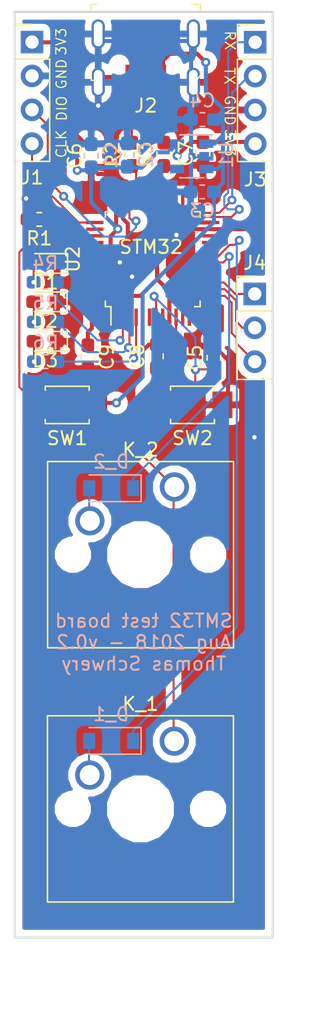
<source format=kicad_pcb>
(kicad_pcb (version 20171130) (host pcbnew "(6.0.0-rc1-dev-392-gd9d005190)")

  (general
    (thickness 1.6)
    (drawings 16)
    (tracks 352)
    (zones 0)
    (modules 30)
    (nets 53)
  )

  (page A4)
  (layers
    (0 F.Cu signal)
    (31 B.Cu signal)
    (32 B.Adhes user)
    (33 F.Adhes user)
    (34 B.Paste user)
    (35 F.Paste user)
    (36 B.SilkS user)
    (37 F.SilkS user)
    (38 B.Mask user)
    (39 F.Mask user)
    (40 Dwgs.User user)
    (41 Cmts.User user)
    (42 Eco1.User user)
    (43 Eco2.User user)
    (44 Edge.Cuts user)
    (45 Margin user)
    (46 B.CrtYd user hide)
    (47 F.CrtYd user)
    (48 B.Fab user hide)
    (49 F.Fab user hide)
  )

  (setup
    (last_trace_width 0.1524)
    (trace_clearance 0.1524)
    (zone_clearance 0.508)
    (zone_45_only no)
    (trace_min 0.1524)
    (via_size 0.6858)
    (via_drill 0.3302)
    (via_min_size 0.6858)
    (via_min_drill 0.3302)
    (uvia_size 0.6858)
    (uvia_drill 0.3302)
    (uvias_allowed no)
    (uvia_min_size 0.2)
    (uvia_min_drill 0.1)
    (edge_width 0.15)
    (segment_width 0.2)
    (pcb_text_width 0.3)
    (pcb_text_size 1.5 1.5)
    (mod_edge_width 0.15)
    (mod_text_size 1 1)
    (mod_text_width 0.15)
    (pad_size 1.016 1.25)
    (pad_drill 0.55)
    (pad_to_mask_clearance 0.2)
    (aux_axis_origin 0 0)
    (grid_origin 71.75 40)
    (visible_elements FFFFFF7F)
    (pcbplotparams
      (layerselection 0x010f0_ffffffff)
      (usegerberextensions true)
      (usegerberattributes false)
      (usegerberadvancedattributes false)
      (creategerberjobfile false)
      (excludeedgelayer true)
      (linewidth 0.100000)
      (plotframeref false)
      (viasonmask false)
      (mode 1)
      (useauxorigin false)
      (hpglpennumber 1)
      (hpglpenspeed 20)
      (hpglpendiameter 15.000000)
      (psnegative false)
      (psa4output false)
      (plotreference true)
      (plotvalue true)
      (plotinvisibletext false)
      (padsonsilk false)
      (subtractmaskfromsilk false)
      (outputformat 1)
      (mirror false)
      (drillshape 0)
      (scaleselection 1)
      (outputdirectory "gerbers/"))
  )

  (net 0 "")
  (net 1 /row0)
  (net 2 /row1)
  (net 3 /col0)
  (net 4 GND)
  (net 5 /D-)
  (net 6 /D+)
  (net 7 /Du-)
  (net 8 /Du+)
  (net 9 /BOOT0)
  (net 10 +5V)
  (net 11 "Net-(U1-Pad4)")
  (net 12 +3V3)
  (net 13 "Net-(U2-Pad1)")
  (net 14 "Net-(U2-Pad5)")
  (net 15 "Net-(U2-Pad6)")
  (net 16 /NRST)
  (net 17 "Net-(U2-Pad11)")
  (net 18 "Net-(U2-Pad12)")
  (net 19 "Net-(U2-Pad16)")
  (net 20 "Net-(U2-Pad17)")
  (net 21 "Net-(U2-Pad20)")
  (net 22 "Net-(U2-Pad21)")
  (net 23 "Net-(U2-Pad22)")
  (net 24 "Net-(U2-Pad25)")
  (net 25 "Net-(U2-Pad26)")
  (net 26 "Net-(U2-Pad27)")
  (net 27 "Net-(U2-Pad28)")
  (net 28 "Net-(U2-Pad29)")
  (net 29 /USART_TX)
  (net 30 /USART_RX)
  (net 31 /SWDIO)
  (net 32 /SWCLK)
  (net 33 "Net-(U2-Pad38)")
  (net 34 "Net-(U2-Pad39)")
  (net 35 "Net-(U2-Pad40)")
  (net 36 "Net-(U2-Pad41)")
  (net 37 "Net-(U2-Pad42)")
  (net 38 "Net-(U2-Pad43)")
  (net 39 "Net-(D_2-Pad2)")
  (net 40 "Net-(D_1-Pad2)")
  (net 41 "Net-(J2-Pad4)")
  (net 42 "Net-(U2-Pad45)")
  (net 43 "Net-(U2-Pad46)")
  (net 44 "Net-(D1-Pad2)")
  (net 45 "Net-(D2-Pad2)")
  (net 46 "Net-(D3-Pad2)")
  (net 47 "Net-(R4-Pad1)")
  (net 48 "Net-(R5-Pad1)")
  (net 49 "Net-(R6-Pad1)")
  (net 50 "Net-(J4-Pad3)")
  (net 51 "Net-(J4-Pad2)")
  (net 52 "Net-(J4-Pad1)")

  (net_class Default "This is the default net class."
    (clearance 0.1524)
    (trace_width 0.1524)
    (via_dia 0.6858)
    (via_drill 0.3302)
    (uvia_dia 0.6858)
    (uvia_drill 0.3302)
    (diff_pair_width 0.1524)
    (diff_pair_gap 0.1524)
    (add_net /BOOT0)
    (add_net /D+)
    (add_net /D-)
    (add_net /Du+)
    (add_net /Du-)
    (add_net /NRST)
    (add_net /SWCLK)
    (add_net /SWDIO)
    (add_net /USART_RX)
    (add_net /USART_TX)
    (add_net /col0)
    (add_net /row0)
    (add_net /row1)
    (add_net "Net-(D1-Pad2)")
    (add_net "Net-(D2-Pad2)")
    (add_net "Net-(D3-Pad2)")
    (add_net "Net-(D_1-Pad2)")
    (add_net "Net-(D_2-Pad2)")
    (add_net "Net-(J2-Pad4)")
    (add_net "Net-(J4-Pad1)")
    (add_net "Net-(J4-Pad2)")
    (add_net "Net-(J4-Pad3)")
    (add_net "Net-(R4-Pad1)")
    (add_net "Net-(R5-Pad1)")
    (add_net "Net-(R6-Pad1)")
    (add_net "Net-(U1-Pad4)")
    (add_net "Net-(U2-Pad1)")
    (add_net "Net-(U2-Pad11)")
    (add_net "Net-(U2-Pad12)")
    (add_net "Net-(U2-Pad16)")
    (add_net "Net-(U2-Pad17)")
    (add_net "Net-(U2-Pad20)")
    (add_net "Net-(U2-Pad21)")
    (add_net "Net-(U2-Pad22)")
    (add_net "Net-(U2-Pad25)")
    (add_net "Net-(U2-Pad26)")
    (add_net "Net-(U2-Pad27)")
    (add_net "Net-(U2-Pad28)")
    (add_net "Net-(U2-Pad29)")
    (add_net "Net-(U2-Pad38)")
    (add_net "Net-(U2-Pad39)")
    (add_net "Net-(U2-Pad40)")
    (add_net "Net-(U2-Pad41)")
    (add_net "Net-(U2-Pad42)")
    (add_net "Net-(U2-Pad43)")
    (add_net "Net-(U2-Pad45)")
    (add_net "Net-(U2-Pad46)")
    (add_net "Net-(U2-Pad5)")
    (add_net "Net-(U2-Pad6)")
  )

  (net_class Power ""
    (clearance 0.1524)
    (trace_width 0.3048)
    (via_dia 0.6858)
    (via_drill 0.3302)
    (uvia_dia 0.6858)
    (uvia_drill 0.3302)
    (diff_pair_width 0.1524)
    (diff_pair_gap 0.1524)
    (add_net +3V3)
    (add_net +5V)
    (add_net GND)
  )

  (module Package_QFP:LQFP-48_7x7mm_P0.5mm (layer F.Cu) (tedit 5A5E2375) (tstamp 5B66B943)
    (at 47.725001 87.615001 90)
    (descr "48 LEAD LQFP 7x7mm (see MICREL LQFP7x7-48LD-PL-1.pdf)")
    (tags "QFP 0.5")
    (path /5B4FB57A)
    (attr smd)
    (fp_text reference U2 (at 0 -6 90) (layer F.SilkS)
      (effects (font (size 1 1) (thickness 0.15)))
    )
    (fp_text value STM32L053C6Tx (at 0 6 90) (layer F.Fab)
      (effects (font (size 1 1) (thickness 0.15)))
    )
    (fp_line (start -3.13 -3.75) (end -3.75 -3.75) (layer F.CrtYd) (width 0.05))
    (fp_line (start -3.75 -3.13) (end -3.75 -3.75) (layer F.CrtYd) (width 0.05))
    (fp_line (start -3.13 3.75) (end -3.75 3.75) (layer F.CrtYd) (width 0.05))
    (fp_line (start -3.75 3.13) (end -3.75 3.75) (layer F.CrtYd) (width 0.05))
    (fp_line (start 3.75 -3.13) (end 3.75 -3.75) (layer F.CrtYd) (width 0.05))
    (fp_line (start 3.13 -3.75) (end 3.75 -3.75) (layer F.CrtYd) (width 0.05))
    (fp_line (start -3.13 3.75) (end -3.13 5.25) (layer F.CrtYd) (width 0.05))
    (fp_line (start -3.75 3.13) (end -5.25 3.13) (layer F.CrtYd) (width 0.05))
    (fp_line (start -3.75 -3.13) (end -5.25 -3.13) (layer F.CrtYd) (width 0.05))
    (fp_line (start -3.13 -3.75) (end -3.13 -5.25) (layer F.CrtYd) (width 0.05))
    (fp_line (start 3.13 -3.75) (end 3.13 -5.25) (layer F.CrtYd) (width 0.05))
    (fp_line (start 3.75 -3.13) (end 5.25 -3.13) (layer F.CrtYd) (width 0.05))
    (fp_line (start 3.75 3.13) (end 5.25 3.13) (layer F.CrtYd) (width 0.05))
    (fp_line (start -3.56 3.56) (end -3.14 3.56) (layer F.SilkS) (width 0.12))
    (fp_line (start -3.56 -3.56) (end -3.56 -3.14) (layer F.SilkS) (width 0.12))
    (fp_line (start -3.56 -3.14) (end -4.94 -3.14) (layer F.SilkS) (width 0.12))
    (fp_line (start 3.56 -3.56) (end 3.14 -3.56) (layer F.SilkS) (width 0.12))
    (fp_line (start 3.56 3.56) (end 3.14 3.56) (layer F.SilkS) (width 0.12))
    (fp_line (start -3.56 -3.56) (end -3.14 -3.56) (layer F.SilkS) (width 0.12))
    (fp_line (start -3.56 3.56) (end -3.56 3.14) (layer F.SilkS) (width 0.12))
    (fp_line (start 3.56 3.56) (end 3.56 3.14) (layer F.SilkS) (width 0.12))
    (fp_line (start 3.56 -3.56) (end 3.56 -3.14) (layer F.SilkS) (width 0.12))
    (fp_line (start -3.13 5.25) (end 3.13 5.25) (layer F.CrtYd) (width 0.05))
    (fp_line (start -3.13 -5.25) (end 3.13 -5.25) (layer F.CrtYd) (width 0.05))
    (fp_line (start 5.25 -3.13) (end 5.25 3.13) (layer F.CrtYd) (width 0.05))
    (fp_line (start -5.25 -3.13) (end -5.25 3.13) (layer F.CrtYd) (width 0.05))
    (fp_line (start -3.5 -2.5) (end -2.5 -3.5) (layer F.Fab) (width 0.1))
    (fp_line (start -3.5 3.5) (end -3.5 -2.5) (layer F.Fab) (width 0.1))
    (fp_line (start 3.5 3.5) (end -3.5 3.5) (layer F.Fab) (width 0.1))
    (fp_line (start 3.5 -3.5) (end 3.5 3.5) (layer F.Fab) (width 0.1))
    (fp_line (start -2.5 -3.5) (end 3.5 -3.5) (layer F.Fab) (width 0.1))
    (fp_text user %R (at 0 0 90) (layer F.Fab)
      (effects (font (size 1 1) (thickness 0.15)))
    )
    (fp_line (start 3.13 5.25) (end 3.13 3.75) (layer F.CrtYd) (width 0.05))
    (fp_line (start 3.75 3.13) (end 3.75 3.75) (layer F.CrtYd) (width 0.05))
    (fp_line (start 3.13 3.75) (end 3.75 3.75) (layer F.CrtYd) (width 0.05))
    (pad 48 smd rect (at -2.75 -4.35 180) (size 1.3 0.25) (layers F.Cu F.Paste F.Mask)
      (net 12 +3V3))
    (pad 47 smd rect (at -2.25 -4.35 180) (size 1.3 0.25) (layers F.Cu F.Paste F.Mask)
      (net 4 GND))
    (pad 46 smd rect (at -1.75 -4.35 180) (size 1.3 0.25) (layers F.Cu F.Paste F.Mask)
      (net 43 "Net-(U2-Pad46)"))
    (pad 45 smd rect (at -1.25 -4.35 180) (size 1.3 0.25) (layers F.Cu F.Paste F.Mask)
      (net 42 "Net-(U2-Pad45)"))
    (pad 44 smd rect (at -0.75 -4.35 180) (size 1.3 0.25) (layers F.Cu F.Paste F.Mask)
      (net 9 /BOOT0))
    (pad 43 smd rect (at -0.25 -4.35 180) (size 1.3 0.25) (layers F.Cu F.Paste F.Mask)
      (net 38 "Net-(U2-Pad43)"))
    (pad 42 smd rect (at 0.25 -4.35 180) (size 1.3 0.25) (layers F.Cu F.Paste F.Mask)
      (net 37 "Net-(U2-Pad42)"))
    (pad 41 smd rect (at 0.75 -4.35 180) (size 1.3 0.25) (layers F.Cu F.Paste F.Mask)
      (net 36 "Net-(U2-Pad41)"))
    (pad 40 smd rect (at 1.25 -4.35 180) (size 1.3 0.25) (layers F.Cu F.Paste F.Mask)
      (net 35 "Net-(U2-Pad40)"))
    (pad 39 smd rect (at 1.75 -4.35 180) (size 1.3 0.25) (layers F.Cu F.Paste F.Mask)
      (net 34 "Net-(U2-Pad39)"))
    (pad 38 smd rect (at 2.25 -4.35 180) (size 1.3 0.25) (layers F.Cu F.Paste F.Mask)
      (net 33 "Net-(U2-Pad38)"))
    (pad 37 smd rect (at 2.75 -4.35 180) (size 1.3 0.25) (layers F.Cu F.Paste F.Mask)
      (net 32 /SWCLK))
    (pad 36 smd rect (at 4.35 -2.75 90) (size 1.3 0.25) (layers F.Cu F.Paste F.Mask)
      (net 12 +3V3))
    (pad 35 smd rect (at 4.35 -2.25 90) (size 1.3 0.25) (layers F.Cu F.Paste F.Mask)
      (net 4 GND))
    (pad 34 smd rect (at 4.35 -1.75 90) (size 1.3 0.25) (layers F.Cu F.Paste F.Mask)
      (net 31 /SWDIO))
    (pad 33 smd rect (at 4.35 -1.25 90) (size 1.3 0.25) (layers F.Cu F.Paste F.Mask)
      (net 6 /D+))
    (pad 32 smd rect (at 4.35 -0.75 90) (size 1.3 0.25) (layers F.Cu F.Paste F.Mask)
      (net 5 /D-))
    (pad 31 smd rect (at 4.35 -0.25 90) (size 1.3 0.25) (layers F.Cu F.Paste F.Mask)
      (net 30 /USART_RX))
    (pad 30 smd rect (at 4.35 0.25 90) (size 1.3 0.25) (layers F.Cu F.Paste F.Mask)
      (net 29 /USART_TX))
    (pad 29 smd rect (at 4.35 0.75 90) (size 1.3 0.25) (layers F.Cu F.Paste F.Mask)
      (net 28 "Net-(U2-Pad29)"))
    (pad 28 smd rect (at 4.35 1.25 90) (size 1.3 0.25) (layers F.Cu F.Paste F.Mask)
      (net 27 "Net-(U2-Pad28)"))
    (pad 27 smd rect (at 4.35 1.75 90) (size 1.3 0.25) (layers F.Cu F.Paste F.Mask)
      (net 26 "Net-(U2-Pad27)"))
    (pad 26 smd rect (at 4.35 2.25 90) (size 1.3 0.25) (layers F.Cu F.Paste F.Mask)
      (net 25 "Net-(U2-Pad26)"))
    (pad 25 smd rect (at 4.35 2.75 90) (size 1.3 0.25) (layers F.Cu F.Paste F.Mask)
      (net 24 "Net-(U2-Pad25)"))
    (pad 24 smd rect (at 2.75 4.35 180) (size 1.3 0.25) (layers F.Cu F.Paste F.Mask)
      (net 12 +3V3))
    (pad 23 smd rect (at 2.25 4.35 180) (size 1.3 0.25) (layers F.Cu F.Paste F.Mask)
      (net 4 GND))
    (pad 22 smd rect (at 1.75 4.35 180) (size 1.3 0.25) (layers F.Cu F.Paste F.Mask)
      (net 23 "Net-(U2-Pad22)"))
    (pad 21 smd rect (at 1.25 4.35 180) (size 1.3 0.25) (layers F.Cu F.Paste F.Mask)
      (net 22 "Net-(U2-Pad21)"))
    (pad 20 smd rect (at 0.75 4.35 180) (size 1.3 0.25) (layers F.Cu F.Paste F.Mask)
      (net 21 "Net-(U2-Pad20)"))
    (pad 19 smd rect (at 0.25 4.35 180) (size 1.3 0.25) (layers F.Cu F.Paste F.Mask)
      (net 2 /row1))
    (pad 18 smd rect (at -0.25 4.35 180) (size 1.3 0.25) (layers F.Cu F.Paste F.Mask)
      (net 1 /row0))
    (pad 17 smd rect (at -0.75 4.35 180) (size 1.3 0.25) (layers F.Cu F.Paste F.Mask)
      (net 20 "Net-(U2-Pad17)"))
    (pad 16 smd rect (at -1.25 4.35 180) (size 1.3 0.25) (layers F.Cu F.Paste F.Mask)
      (net 19 "Net-(U2-Pad16)"))
    (pad 15 smd rect (at -1.75 4.35 180) (size 1.3 0.25) (layers F.Cu F.Paste F.Mask)
      (net 52 "Net-(J4-Pad1)"))
    (pad 14 smd rect (at -2.25 4.35 180) (size 1.3 0.25) (layers F.Cu F.Paste F.Mask)
      (net 51 "Net-(J4-Pad2)"))
    (pad 13 smd rect (at -2.75 4.35 180) (size 1.3 0.25) (layers F.Cu F.Paste F.Mask)
      (net 50 "Net-(J4-Pad3)"))
    (pad 12 smd rect (at -4.35 2.75 90) (size 1.3 0.25) (layers F.Cu F.Paste F.Mask)
      (net 18 "Net-(U2-Pad12)"))
    (pad 11 smd rect (at -4.35 2.25 90) (size 1.3 0.25) (layers F.Cu F.Paste F.Mask)
      (net 17 "Net-(U2-Pad11)"))
    (pad 10 smd rect (at -4.35 1.75 90) (size 1.3 0.25) (layers F.Cu F.Paste F.Mask)
      (net 3 /col0))
    (pad 9 smd rect (at -4.35 1.25 90) (size 1.3 0.25) (layers F.Cu F.Paste F.Mask)
      (net 12 +3V3))
    (pad 8 smd rect (at -4.35 0.75 90) (size 1.3 0.25) (layers F.Cu F.Paste F.Mask)
      (net 4 GND))
    (pad 7 smd rect (at -4.35 0.25 90) (size 1.3 0.25) (layers F.Cu F.Paste F.Mask)
      (net 16 /NRST))
    (pad 6 smd rect (at -4.35 -0.25 90) (size 1.3 0.25) (layers F.Cu F.Paste F.Mask)
      (net 15 "Net-(U2-Pad6)"))
    (pad 5 smd rect (at -4.35 -0.75 90) (size 1.3 0.25) (layers F.Cu F.Paste F.Mask)
      (net 14 "Net-(U2-Pad5)"))
    (pad 4 smd rect (at -4.35 -1.25 90) (size 1.3 0.25) (layers F.Cu F.Paste F.Mask)
      (net 49 "Net-(R6-Pad1)"))
    (pad 3 smd rect (at -4.35 -1.75 90) (size 1.3 0.25) (layers F.Cu F.Paste F.Mask)
      (net 48 "Net-(R5-Pad1)"))
    (pad 2 smd rect (at -4.35 -2.25 90) (size 1.3 0.25) (layers F.Cu F.Paste F.Mask)
      (net 47 "Net-(R4-Pad1)"))
    (pad 1 smd rect (at -4.35 -2.75 90) (size 1.3 0.25) (layers F.Cu F.Paste F.Mask)
      (net 13 "Net-(U2-Pad1)"))
    (model ${KISYS3DMOD}/Package_QFP.3dshapes/LQFP-48_7x7mm_P0.5mm.wrl
      (at (xyz 0 0 0))
      (scale (xyz 1 1 1))
      (rotate (xyz 0 0 0))
    )
  )

  (module Connector_PinHeader_2.54mm:PinHeader_1x03_P2.54mm_Vertical (layer F.Cu) (tedit 59FED5CC) (tstamp 5B89D71D)
    (at 55.38732 90.22342)
    (descr "Through hole straight pin header, 1x03, 2.54mm pitch, single row")
    (tags "Through hole pin header THT 1x03 2.54mm single row")
    (path /5B89835C)
    (fp_text reference J4 (at 0 -2.33) (layer F.SilkS)
      (effects (font (size 1 1) (thickness 0.15)))
    )
    (fp_text value Conn_01x03_Male (at 0 7.41) (layer F.Fab)
      (effects (font (size 1 1) (thickness 0.15)))
    )
    (fp_text user %R (at 0 2.54 90) (layer F.Fab)
      (effects (font (size 1 1) (thickness 0.15)))
    )
    (fp_line (start 1.8 -1.8) (end -1.8 -1.8) (layer F.CrtYd) (width 0.05))
    (fp_line (start 1.8 6.85) (end 1.8 -1.8) (layer F.CrtYd) (width 0.05))
    (fp_line (start -1.8 6.85) (end 1.8 6.85) (layer F.CrtYd) (width 0.05))
    (fp_line (start -1.8 -1.8) (end -1.8 6.85) (layer F.CrtYd) (width 0.05))
    (fp_line (start -1.33 -1.33) (end 0 -1.33) (layer F.SilkS) (width 0.12))
    (fp_line (start -1.33 0) (end -1.33 -1.33) (layer F.SilkS) (width 0.12))
    (fp_line (start -1.33 1.27) (end 1.33 1.27) (layer F.SilkS) (width 0.12))
    (fp_line (start 1.33 1.27) (end 1.33 6.41) (layer F.SilkS) (width 0.12))
    (fp_line (start -1.33 1.27) (end -1.33 6.41) (layer F.SilkS) (width 0.12))
    (fp_line (start -1.33 6.41) (end 1.33 6.41) (layer F.SilkS) (width 0.12))
    (fp_line (start -1.27 -0.635) (end -0.635 -1.27) (layer F.Fab) (width 0.1))
    (fp_line (start -1.27 6.35) (end -1.27 -0.635) (layer F.Fab) (width 0.1))
    (fp_line (start 1.27 6.35) (end -1.27 6.35) (layer F.Fab) (width 0.1))
    (fp_line (start 1.27 -1.27) (end 1.27 6.35) (layer F.Fab) (width 0.1))
    (fp_line (start -0.635 -1.27) (end 1.27 -1.27) (layer F.Fab) (width 0.1))
    (pad 3 thru_hole oval (at 0 5.08) (size 1.7 1.7) (drill 1) (layers *.Cu *.Mask)
      (net 50 "Net-(J4-Pad3)"))
    (pad 2 thru_hole oval (at 0 2.54) (size 1.7 1.7) (drill 1) (layers *.Cu *.Mask)
      (net 51 "Net-(J4-Pad2)"))
    (pad 1 thru_hole rect (at 0 0) (size 1.7 1.7) (drill 1) (layers *.Cu *.Mask)
      (net 52 "Net-(J4-Pad1)"))
    (model ${KISYS3DMOD}/Connector_PinHeader_2.54mm.3dshapes/PinHeader_1x03_P2.54mm_Vertical.wrl
      (at (xyz 0 0 0))
      (scale (xyz 1 1 1))
      (rotate (xyz 0 0 0))
    )
  )

  (module personal-footprints:USB_Micro_B_Female_BI0001715 (layer F.Cu) (tedit 5B82A05C) (tstamp 5B82C025)
    (at 47.2 73.95 180)
    (descr https://ae01.alicdn.com/kf/HTB1pjhfPFXXXXbdapXXq6xXFXXXU/230146479/HTB1pjhfPFXXXXbdapXXq6xXFXXXU.jpg)
    (path /5B6855D1)
    (fp_text reference J2 (at -0.00344 -2.14848) (layer F.SilkS)
      (effects (font (size 1 1) (thickness 0.15)))
    )
    (fp_text value USB_A (at 0 7 180) (layer F.Fab)
      (effects (font (size 1 1) (thickness 0.15)))
    )
    (fp_line (start 4 5.38) (end 4 -0.15) (layer F.Fab) (width 0.1))
    (fp_line (start -4 5.38) (end 4 5.38) (layer F.Fab) (width 0.1))
    (fp_text user %R (at 0 2.84 180) (layer F.Fab)
      (effects (font (size 1 1) (thickness 0.15)))
    )
    (fp_line (start -4.02 0.23) (end -3.71 -0.15) (layer F.Fab) (width 0.1))
    (fp_line (start 4 -0.15) (end -4 -0.15) (layer F.Fab) (width 0.1))
    (fp_line (start -4 5.38) (end -4 0.23) (layer F.Fab) (width 0.1))
    (fp_line (start -4.1 0.4) (end -4.25 0.4) (layer F.SilkS) (width 0.1))
    (fp_line (start -4.1 0.1) (end -4.1 0.4) (layer F.SilkS) (width 0.1))
    (fp_line (start -3.8 -0.25) (end -4.1 0.1) (layer F.SilkS) (width 0.1))
    (fp_line (start -3.35 -0.25) (end -3.8 -0.25) (layer F.SilkS) (width 0.1))
    (fp_line (start 4.1 -0.25) (end 4.1 0.45) (layer F.SilkS) (width 0.1))
    (fp_line (start 3.6 -0.25) (end 4.1 -0.25) (layer F.SilkS) (width 0.1))
    (fp_line (start 4.1 5.45) (end 3.7 5.45) (layer F.SilkS) (width 0.1))
    (fp_line (start 4.1 4.85) (end 4.1 5.45) (layer F.SilkS) (width 0.1))
    (fp_line (start -4.1 5.45) (end -3.45 5.45) (layer F.SilkS) (width 0.1))
    (fp_line (start -4.1 4.9) (end -4.1 5.45) (layer F.SilkS) (width 0.1))
    (fp_line (start -4.5 -1) (end 4.5 -1) (layer F.CrtYd) (width 0.05))
    (fp_line (start -4.5 5.75) (end -4.5 -1) (layer F.CrtYd) (width 0.05))
    (fp_line (start -4.5 5.75) (end 4.5 5.75) (layer F.CrtYd) (width 0.05))
    (fp_line (start 4.5 5.75) (end 4.5 -1) (layer F.CrtYd) (width 0.05))
    (pad 1 smd rect (at -1.3 0 180) (size 0.45 1.85) (layers F.Cu F.Paste F.Mask)
      (net 10 +5V))
    (pad 2 smd rect (at -0.65 0 180) (size 0.45 1.85) (layers F.Cu F.Paste F.Mask)
      (net 7 /Du-))
    (pad 5 smd rect (at 1.3 0 180) (size 0.45 1.85) (layers F.Cu F.Paste F.Mask)
      (net 4 GND))
    (pad 4 smd rect (at 0.65 0 180) (size 0.45 1.85) (layers F.Cu F.Paste F.Mask)
      (net 41 "Net-(J2-Pad4)"))
    (pad 3 smd rect (at 0 0 180) (size 0.45 1.85) (layers F.Cu F.Paste F.Mask)
      (net 8 /Du+))
    (pad SH thru_hole oval (at -3.575 -0.4 180) (size 1 2.2) (drill oval 0.65 1.85) (layers *.Cu *.Mask)
      (net 4 GND))
    (pad "" np_thru_hole circle (at -2 0.925 180) (size 0.5 0.5) (drill 0.5) (layers *.Cu *.Mask))
    (pad "" np_thru_hole circle (at 2 0.925 180) (size 0.5 0.5) (drill 0.5) (layers *.Cu *.Mask))
    (pad SH thru_hole oval (at 3.575 -0.4 180) (size 1 2.2) (drill oval 0.65 1.85) (layers *.Cu *.Mask)
      (net 4 GND))
    (pad SH thru_hole oval (at 3.575 3.225 180) (size 1 2.2) (drill oval 0.65 1.85) (layers *.Cu *.Mask)
      (net 4 GND))
    (pad SH thru_hole oval (at -3.575 3.225 180) (size 1 2.2) (drill oval 0.65 1.85) (layers *.Cu *.Mask)
      (net 4 GND))
  )

  (module Resistor_SMD:R_0603_1608Metric_Pad1.05x0.95mm_HandSolder (layer F.Cu) (tedit 5B301BBD) (tstamp 5B790D78)
    (at 48.55 79.75 90)
    (descr "Resistor SMD 0603 (1608 Metric), square (rectangular) end terminal, IPC_7351 nominal with elongated pad for handsoldering. (Body size source: http://www.tortai-tech.com/upload/download/2011102023233369053.pdf), generated with kicad-footprint-generator")
    (tags "resistor handsolder")
    (path /5B771434)
    (attr smd)
    (fp_text reference R3 (at 0 -1.43 90) (layer F.SilkS)
      (effects (font (size 1 1) (thickness 0.15)))
    )
    (fp_text value 22 (at 0 1.43 90) (layer F.Fab)
      (effects (font (size 1 1) (thickness 0.15)))
    )
    (fp_text user %R (at 0 0 90) (layer F.Fab)
      (effects (font (size 0.4 0.4) (thickness 0.06)))
    )
    (fp_line (start 1.65 0.73) (end -1.65 0.73) (layer F.CrtYd) (width 0.05))
    (fp_line (start 1.65 -0.73) (end 1.65 0.73) (layer F.CrtYd) (width 0.05))
    (fp_line (start -1.65 -0.73) (end 1.65 -0.73) (layer F.CrtYd) (width 0.05))
    (fp_line (start -1.65 0.73) (end -1.65 -0.73) (layer F.CrtYd) (width 0.05))
    (fp_line (start -0.171267 0.51) (end 0.171267 0.51) (layer F.SilkS) (width 0.12))
    (fp_line (start -0.171267 -0.51) (end 0.171267 -0.51) (layer F.SilkS) (width 0.12))
    (fp_line (start 0.8 0.4) (end -0.8 0.4) (layer F.Fab) (width 0.1))
    (fp_line (start 0.8 -0.4) (end 0.8 0.4) (layer F.Fab) (width 0.1))
    (fp_line (start -0.8 -0.4) (end 0.8 -0.4) (layer F.Fab) (width 0.1))
    (fp_line (start -0.8 0.4) (end -0.8 -0.4) (layer F.Fab) (width 0.1))
    (pad 2 smd roundrect (at 0.875 0 90) (size 1.05 0.95) (layers F.Cu F.Paste F.Mask) (roundrect_rratio 0.25)
      (net 7 /Du-))
    (pad 1 smd roundrect (at -0.875 0 90) (size 1.05 0.95) (layers F.Cu F.Paste F.Mask) (roundrect_rratio 0.25)
      (net 5 /D-))
    (model ${KISYS3DMOD}/Resistor_SMD.3dshapes/R_0603_1608Metric.wrl
      (at (xyz 0 0 0))
      (scale (xyz 1 1 1))
      (rotate (xyz 0 0 0))
    )
  )

  (module Resistor_SMD:R_0603_1608Metric_Pad1.05x0.95mm_HandSolder (layer F.Cu) (tedit 5B301BBD) (tstamp 5B790D88)
    (at 46.15 79.75 90)
    (descr "Resistor SMD 0603 (1608 Metric), square (rectangular) end terminal, IPC_7351 nominal with elongated pad for handsoldering. (Body size source: http://www.tortai-tech.com/upload/download/2011102023233369053.pdf), generated with kicad-footprint-generator")
    (tags "resistor handsolder")
    (path /5B7710FD)
    (attr smd)
    (fp_text reference R2 (at 0 -1.43 90) (layer F.SilkS)
      (effects (font (size 1 1) (thickness 0.15)))
    )
    (fp_text value 22 (at 0 1.43 90) (layer F.Fab)
      (effects (font (size 1 1) (thickness 0.15)))
    )
    (fp_text user %R (at 0 0 90) (layer F.Fab)
      (effects (font (size 0.4 0.4) (thickness 0.06)))
    )
    (fp_line (start 1.65 0.73) (end -1.65 0.73) (layer F.CrtYd) (width 0.05))
    (fp_line (start 1.65 -0.73) (end 1.65 0.73) (layer F.CrtYd) (width 0.05))
    (fp_line (start -1.65 -0.73) (end 1.65 -0.73) (layer F.CrtYd) (width 0.05))
    (fp_line (start -1.65 0.73) (end -1.65 -0.73) (layer F.CrtYd) (width 0.05))
    (fp_line (start -0.171267 0.51) (end 0.171267 0.51) (layer F.SilkS) (width 0.12))
    (fp_line (start -0.171267 -0.51) (end 0.171267 -0.51) (layer F.SilkS) (width 0.12))
    (fp_line (start 0.8 0.4) (end -0.8 0.4) (layer F.Fab) (width 0.1))
    (fp_line (start 0.8 -0.4) (end 0.8 0.4) (layer F.Fab) (width 0.1))
    (fp_line (start -0.8 -0.4) (end 0.8 -0.4) (layer F.Fab) (width 0.1))
    (fp_line (start -0.8 0.4) (end -0.8 -0.4) (layer F.Fab) (width 0.1))
    (pad 2 smd roundrect (at 0.875 0 90) (size 1.05 0.95) (layers F.Cu F.Paste F.Mask) (roundrect_rratio 0.25)
      (net 8 /Du+))
    (pad 1 smd roundrect (at -0.875 0 90) (size 1.05 0.95) (layers F.Cu F.Paste F.Mask) (roundrect_rratio 0.25)
      (net 6 /D+))
    (model ${KISYS3DMOD}/Resistor_SMD.3dshapes/R_0603_1608Metric.wrl
      (at (xyz 0 0 0))
      (scale (xyz 1 1 1))
      (rotate (xyz 0 0 0))
    )
  )

  (module Resistor_SMD:R_0603_1608Metric_Pad1.05x0.95mm_HandSolder (layer F.Cu) (tedit 5B301BBD) (tstamp 5B793C72)
    (at 39.1999 84.63034 180)
    (descr "Resistor SMD 0603 (1608 Metric), square (rectangular) end terminal, IPC_7351 nominal with elongated pad for handsoldering. (Body size source: http://www.tortai-tech.com/upload/download/2011102023233369053.pdf), generated with kicad-footprint-generator")
    (tags "resistor handsolder")
    (path /5B4FF834)
    (attr smd)
    (fp_text reference R1 (at 0 -1.43 180) (layer F.SilkS)
      (effects (font (size 1 1) (thickness 0.15)))
    )
    (fp_text value 220 (at 0 1.43 180) (layer F.Fab)
      (effects (font (size 1 1) (thickness 0.15)))
    )
    (fp_text user %R (at 0 0 180) (layer F.Fab)
      (effects (font (size 0.4 0.4) (thickness 0.06)))
    )
    (fp_line (start 1.65 0.73) (end -1.65 0.73) (layer F.CrtYd) (width 0.05))
    (fp_line (start 1.65 -0.73) (end 1.65 0.73) (layer F.CrtYd) (width 0.05))
    (fp_line (start -1.65 -0.73) (end 1.65 -0.73) (layer F.CrtYd) (width 0.05))
    (fp_line (start -1.65 0.73) (end -1.65 -0.73) (layer F.CrtYd) (width 0.05))
    (fp_line (start -0.171267 0.51) (end 0.171267 0.51) (layer F.SilkS) (width 0.12))
    (fp_line (start -0.171267 -0.51) (end 0.171267 -0.51) (layer F.SilkS) (width 0.12))
    (fp_line (start 0.8 0.4) (end -0.8 0.4) (layer F.Fab) (width 0.1))
    (fp_line (start 0.8 -0.4) (end 0.8 0.4) (layer F.Fab) (width 0.1))
    (fp_line (start -0.8 -0.4) (end 0.8 -0.4) (layer F.Fab) (width 0.1))
    (fp_line (start -0.8 0.4) (end -0.8 -0.4) (layer F.Fab) (width 0.1))
    (pad 2 smd roundrect (at 0.875 0 180) (size 1.05 0.95) (layers F.Cu F.Paste F.Mask) (roundrect_rratio 0.25)
      (net 4 GND))
    (pad 1 smd roundrect (at -0.875 0 180) (size 1.05 0.95) (layers F.Cu F.Paste F.Mask) (roundrect_rratio 0.25)
      (net 9 /BOOT0))
    (model ${KISYS3DMOD}/Resistor_SMD.3dshapes/R_0603_1608Metric.wrl
      (at (xyz 0 0 0))
      (scale (xyz 1 1 1))
      (rotate (xyz 0 0 0))
    )
  )

  (module Diode_SMD:D_SOD-123 (layer B.Cu) (tedit 58645DC7) (tstamp 5B66EF31)
    (at 44.6 104.8 180)
    (descr SOD-123)
    (tags SOD-123)
    (path /5AA59B12)
    (attr smd)
    (fp_text reference D_2 (at 0 2 180) (layer B.SilkS)
      (effects (font (size 1 1) (thickness 0.15)) (justify mirror))
    )
    (fp_text value D (at 0 -2.1 180) (layer B.Fab)
      (effects (font (size 1 1) (thickness 0.15)) (justify mirror))
    )
    (fp_line (start -2.25 1) (end 1.65 1) (layer B.SilkS) (width 0.12))
    (fp_line (start -2.25 -1) (end 1.65 -1) (layer B.SilkS) (width 0.12))
    (fp_line (start -2.35 1.15) (end -2.35 -1.15) (layer B.CrtYd) (width 0.05))
    (fp_line (start 2.35 -1.15) (end -2.35 -1.15) (layer B.CrtYd) (width 0.05))
    (fp_line (start 2.35 1.15) (end 2.35 -1.15) (layer B.CrtYd) (width 0.05))
    (fp_line (start -2.35 1.15) (end 2.35 1.15) (layer B.CrtYd) (width 0.05))
    (fp_line (start -1.4 0.9) (end 1.4 0.9) (layer B.Fab) (width 0.1))
    (fp_line (start 1.4 0.9) (end 1.4 -0.9) (layer B.Fab) (width 0.1))
    (fp_line (start 1.4 -0.9) (end -1.4 -0.9) (layer B.Fab) (width 0.1))
    (fp_line (start -1.4 -0.9) (end -1.4 0.9) (layer B.Fab) (width 0.1))
    (fp_line (start -0.75 0) (end -0.35 0) (layer B.Fab) (width 0.1))
    (fp_line (start -0.35 0) (end -0.35 0.55) (layer B.Fab) (width 0.1))
    (fp_line (start -0.35 0) (end -0.35 -0.55) (layer B.Fab) (width 0.1))
    (fp_line (start -0.35 0) (end 0.25 0.4) (layer B.Fab) (width 0.1))
    (fp_line (start 0.25 0.4) (end 0.25 -0.4) (layer B.Fab) (width 0.1))
    (fp_line (start 0.25 -0.4) (end -0.35 0) (layer B.Fab) (width 0.1))
    (fp_line (start 0.25 0) (end 0.75 0) (layer B.Fab) (width 0.1))
    (fp_line (start -2.25 1) (end -2.25 -1) (layer B.SilkS) (width 0.12))
    (fp_text user %R (at 0 2 180) (layer B.Fab)
      (effects (font (size 1 1) (thickness 0.15)) (justify mirror))
    )
    (pad 2 smd rect (at 1.65 0 180) (size 0.9 1.2) (layers B.Cu B.Paste B.Mask)
      (net 39 "Net-(D_2-Pad2)"))
    (pad 1 smd rect (at -1.65 0 180) (size 0.9 1.2) (layers B.Cu B.Paste B.Mask)
      (net 1 /row0))
    (model ${KISYS3DMOD}/Diode_SMD.3dshapes/D_SOD-123.wrl
      (at (xyz 0 0 0))
      (scale (xyz 1 1 1))
      (rotate (xyz 0 0 0))
    )
  )

  (module Diode_SMD:D_SOD-123 (layer B.Cu) (tedit 58645DC7) (tstamp 5B66EEE9)
    (at 44.6 123.75 180)
    (descr SOD-123)
    (tags SOD-123)
    (path /5AA598BA)
    (attr smd)
    (fp_text reference D_1 (at 0 2 180) (layer B.SilkS)
      (effects (font (size 1 1) (thickness 0.15)) (justify mirror))
    )
    (fp_text value D (at 0 -2.1 180) (layer B.Fab)
      (effects (font (size 1 1) (thickness 0.15)) (justify mirror))
    )
    (fp_line (start -2.25 1) (end 1.65 1) (layer B.SilkS) (width 0.12))
    (fp_line (start -2.25 -1) (end 1.65 -1) (layer B.SilkS) (width 0.12))
    (fp_line (start -2.35 1.15) (end -2.35 -1.15) (layer B.CrtYd) (width 0.05))
    (fp_line (start 2.35 -1.15) (end -2.35 -1.15) (layer B.CrtYd) (width 0.05))
    (fp_line (start 2.35 1.15) (end 2.35 -1.15) (layer B.CrtYd) (width 0.05))
    (fp_line (start -2.35 1.15) (end 2.35 1.15) (layer B.CrtYd) (width 0.05))
    (fp_line (start -1.4 0.9) (end 1.4 0.9) (layer B.Fab) (width 0.1))
    (fp_line (start 1.4 0.9) (end 1.4 -0.9) (layer B.Fab) (width 0.1))
    (fp_line (start 1.4 -0.9) (end -1.4 -0.9) (layer B.Fab) (width 0.1))
    (fp_line (start -1.4 -0.9) (end -1.4 0.9) (layer B.Fab) (width 0.1))
    (fp_line (start -0.75 0) (end -0.35 0) (layer B.Fab) (width 0.1))
    (fp_line (start -0.35 0) (end -0.35 0.55) (layer B.Fab) (width 0.1))
    (fp_line (start -0.35 0) (end -0.35 -0.55) (layer B.Fab) (width 0.1))
    (fp_line (start -0.35 0) (end 0.25 0.4) (layer B.Fab) (width 0.1))
    (fp_line (start 0.25 0.4) (end 0.25 -0.4) (layer B.Fab) (width 0.1))
    (fp_line (start 0.25 -0.4) (end -0.35 0) (layer B.Fab) (width 0.1))
    (fp_line (start 0.25 0) (end 0.75 0) (layer B.Fab) (width 0.1))
    (fp_line (start -2.25 1) (end -2.25 -1) (layer B.SilkS) (width 0.12))
    (fp_text user %R (at 0 2 180) (layer B.Fab)
      (effects (font (size 1 1) (thickness 0.15)) (justify mirror))
    )
    (pad 2 smd rect (at 1.65 0 180) (size 0.9 1.2) (layers B.Cu B.Paste B.Mask)
      (net 40 "Net-(D_1-Pad2)"))
    (pad 1 smd rect (at -1.65 0 180) (size 0.9 1.2) (layers B.Cu B.Paste B.Mask)
      (net 2 /row1))
    (model ${KISYS3DMOD}/Diode_SMD.3dshapes/D_SOD-123.wrl
      (at (xyz 0 0 0))
      (scale (xyz 1 1 1))
      (rotate (xyz 0 0 0))
    )
  )

  (module Resistor_SMD:R_0603_1608Metric_Pad1.05x0.95mm_HandSolder (layer B.Cu) (tedit 5B301BBD) (tstamp 5B898B34)
    (at 39.67996 95.30088 180)
    (descr "Resistor SMD 0603 (1608 Metric), square (rectangular) end terminal, IPC_7351 nominal with elongated pad for handsoldering. (Body size source: http://www.tortai-tech.com/upload/download/2011102023233369053.pdf), generated with kicad-footprint-generator")
    (tags "resistor handsolder")
    (path /5B8985DD)
    (attr smd)
    (fp_text reference R6 (at 0 1.43 180) (layer B.SilkS)
      (effects (font (size 1 1) (thickness 0.15)) (justify mirror))
    )
    (fp_text value 680 (at 0 -1.43 180) (layer B.Fab)
      (effects (font (size 1 1) (thickness 0.15)) (justify mirror))
    )
    (fp_text user %R (at 0 0 180) (layer B.Fab)
      (effects (font (size 0.4 0.4) (thickness 0.06)) (justify mirror))
    )
    (fp_line (start 1.65 -0.73) (end -1.65 -0.73) (layer B.CrtYd) (width 0.05))
    (fp_line (start 1.65 0.73) (end 1.65 -0.73) (layer B.CrtYd) (width 0.05))
    (fp_line (start -1.65 0.73) (end 1.65 0.73) (layer B.CrtYd) (width 0.05))
    (fp_line (start -1.65 -0.73) (end -1.65 0.73) (layer B.CrtYd) (width 0.05))
    (fp_line (start -0.171267 -0.51) (end 0.171267 -0.51) (layer B.SilkS) (width 0.12))
    (fp_line (start -0.171267 0.51) (end 0.171267 0.51) (layer B.SilkS) (width 0.12))
    (fp_line (start 0.8 -0.4) (end -0.8 -0.4) (layer B.Fab) (width 0.1))
    (fp_line (start 0.8 0.4) (end 0.8 -0.4) (layer B.Fab) (width 0.1))
    (fp_line (start -0.8 0.4) (end 0.8 0.4) (layer B.Fab) (width 0.1))
    (fp_line (start -0.8 -0.4) (end -0.8 0.4) (layer B.Fab) (width 0.1))
    (pad 2 smd roundrect (at 0.875 0 180) (size 1.05 0.95) (layers B.Cu B.Paste B.Mask) (roundrect_rratio 0.25)
      (net 46 "Net-(D3-Pad2)"))
    (pad 1 smd roundrect (at -0.875 0 180) (size 1.05 0.95) (layers B.Cu B.Paste B.Mask) (roundrect_rratio 0.25)
      (net 49 "Net-(R6-Pad1)"))
    (model ${KISYS3DMOD}/Resistor_SMD.3dshapes/R_0603_1608Metric.wrl
      (at (xyz 0 0 0))
      (scale (xyz 1 1 1))
      (rotate (xyz 0 0 0))
    )
  )

  (module Resistor_SMD:R_0603_1608Metric_Pad1.05x0.95mm_HandSolder (layer B.Cu) (tedit 5B301BBD) (tstamp 5B8988C1)
    (at 39.6698 92.32654 180)
    (descr "Resistor SMD 0603 (1608 Metric), square (rectangular) end terminal, IPC_7351 nominal with elongated pad for handsoldering. (Body size source: http://www.tortai-tech.com/upload/download/2011102023233369053.pdf), generated with kicad-footprint-generator")
    (tags "resistor handsolder")
    (path /5B896EC8)
    (attr smd)
    (fp_text reference R5 (at 0 1.43 180) (layer B.SilkS)
      (effects (font (size 1 1) (thickness 0.15)) (justify mirror))
    )
    (fp_text value 680 (at 0 -1.43 180) (layer B.Fab)
      (effects (font (size 1 1) (thickness 0.15)) (justify mirror))
    )
    (fp_text user %R (at 0 0 180) (layer B.Fab)
      (effects (font (size 0.4 0.4) (thickness 0.06)) (justify mirror))
    )
    (fp_line (start 1.65 -0.73) (end -1.65 -0.73) (layer B.CrtYd) (width 0.05))
    (fp_line (start 1.65 0.73) (end 1.65 -0.73) (layer B.CrtYd) (width 0.05))
    (fp_line (start -1.65 0.73) (end 1.65 0.73) (layer B.CrtYd) (width 0.05))
    (fp_line (start -1.65 -0.73) (end -1.65 0.73) (layer B.CrtYd) (width 0.05))
    (fp_line (start -0.171267 -0.51) (end 0.171267 -0.51) (layer B.SilkS) (width 0.12))
    (fp_line (start -0.171267 0.51) (end 0.171267 0.51) (layer B.SilkS) (width 0.12))
    (fp_line (start 0.8 -0.4) (end -0.8 -0.4) (layer B.Fab) (width 0.1))
    (fp_line (start 0.8 0.4) (end 0.8 -0.4) (layer B.Fab) (width 0.1))
    (fp_line (start -0.8 0.4) (end 0.8 0.4) (layer B.Fab) (width 0.1))
    (fp_line (start -0.8 -0.4) (end -0.8 0.4) (layer B.Fab) (width 0.1))
    (pad 2 smd roundrect (at 0.875 0 180) (size 1.05 0.95) (layers B.Cu B.Paste B.Mask) (roundrect_rratio 0.25)
      (net 45 "Net-(D2-Pad2)"))
    (pad 1 smd roundrect (at -0.875 0 180) (size 1.05 0.95) (layers B.Cu B.Paste B.Mask) (roundrect_rratio 0.25)
      (net 48 "Net-(R5-Pad1)"))
    (model ${KISYS3DMOD}/Resistor_SMD.3dshapes/R_0603_1608Metric.wrl
      (at (xyz 0 0 0))
      (scale (xyz 1 1 1))
      (rotate (xyz 0 0 0))
    )
  )

  (module Resistor_SMD:R_0603_1608Metric_Pad1.05x0.95mm_HandSolder (layer B.Cu) (tedit 5B301BBD) (tstamp 5B8988B0)
    (at 39.64948 89.34458 180)
    (descr "Resistor SMD 0603 (1608 Metric), square (rectangular) end terminal, IPC_7351 nominal with elongated pad for handsoldering. (Body size source: http://www.tortai-tech.com/upload/download/2011102023233369053.pdf), generated with kicad-footprint-generator")
    (tags "resistor handsolder")
    (path /5B893F01)
    (attr smd)
    (fp_text reference R4 (at 0 1.43 180) (layer B.SilkS)
      (effects (font (size 1 1) (thickness 0.15)) (justify mirror))
    )
    (fp_text value 680 (at 0 -1.43 180) (layer B.Fab)
      (effects (font (size 1 1) (thickness 0.15)) (justify mirror))
    )
    (fp_text user %R (at 0 0 180) (layer B.Fab)
      (effects (font (size 0.4 0.4) (thickness 0.06)) (justify mirror))
    )
    (fp_line (start 1.65 -0.73) (end -1.65 -0.73) (layer B.CrtYd) (width 0.05))
    (fp_line (start 1.65 0.73) (end 1.65 -0.73) (layer B.CrtYd) (width 0.05))
    (fp_line (start -1.65 0.73) (end 1.65 0.73) (layer B.CrtYd) (width 0.05))
    (fp_line (start -1.65 -0.73) (end -1.65 0.73) (layer B.CrtYd) (width 0.05))
    (fp_line (start -0.171267 -0.51) (end 0.171267 -0.51) (layer B.SilkS) (width 0.12))
    (fp_line (start -0.171267 0.51) (end 0.171267 0.51) (layer B.SilkS) (width 0.12))
    (fp_line (start 0.8 -0.4) (end -0.8 -0.4) (layer B.Fab) (width 0.1))
    (fp_line (start 0.8 0.4) (end 0.8 -0.4) (layer B.Fab) (width 0.1))
    (fp_line (start -0.8 0.4) (end 0.8 0.4) (layer B.Fab) (width 0.1))
    (fp_line (start -0.8 -0.4) (end -0.8 0.4) (layer B.Fab) (width 0.1))
    (pad 2 smd roundrect (at 0.875 0 180) (size 1.05 0.95) (layers B.Cu B.Paste B.Mask) (roundrect_rratio 0.25)
      (net 44 "Net-(D1-Pad2)"))
    (pad 1 smd roundrect (at -0.875 0 180) (size 1.05 0.95) (layers B.Cu B.Paste B.Mask) (roundrect_rratio 0.25)
      (net 47 "Net-(R4-Pad1)"))
    (model ${KISYS3DMOD}/Resistor_SMD.3dshapes/R_0603_1608Metric.wrl
      (at (xyz 0 0 0))
      (scale (xyz 1 1 1))
      (rotate (xyz 0 0 0))
    )
  )

  (module LED_SMD:LED_0603_1608Metric_Pad1.05x0.95mm_HandSolder (layer F.Cu) (tedit 5B4B45C9) (tstamp 5B8986DB)
    (at 39.64948 93.77434 180)
    (descr "LED SMD 0603 (1608 Metric), square (rectangular) end terminal, IPC_7351 nominal, (Body size source: http://www.tortai-tech.com/upload/download/2011102023233369053.pdf), generated with kicad-footprint-generator")
    (tags "LED handsolder")
    (path /5B8985E4)
    (attr smd)
    (fp_text reference D3 (at 0 -1.43 180) (layer F.SilkS)
      (effects (font (size 1 1) (thickness 0.15)))
    )
    (fp_text value LED (at 0 1.43 180) (layer F.Fab)
      (effects (font (size 1 1) (thickness 0.15)))
    )
    (fp_text user %R (at 0 0 180) (layer F.Fab)
      (effects (font (size 0.4 0.4) (thickness 0.06)))
    )
    (fp_line (start 1.65 0.73) (end -1.65 0.73) (layer F.CrtYd) (width 0.05))
    (fp_line (start 1.65 -0.73) (end 1.65 0.73) (layer F.CrtYd) (width 0.05))
    (fp_line (start -1.65 -0.73) (end 1.65 -0.73) (layer F.CrtYd) (width 0.05))
    (fp_line (start -1.65 0.73) (end -1.65 -0.73) (layer F.CrtYd) (width 0.05))
    (fp_line (start -1.66 0.735) (end 0.8 0.735) (layer F.SilkS) (width 0.12))
    (fp_line (start -1.66 -0.735) (end -1.66 0.735) (layer F.SilkS) (width 0.12))
    (fp_line (start 0.8 -0.735) (end -1.66 -0.735) (layer F.SilkS) (width 0.12))
    (fp_line (start 0.8 0.4) (end 0.8 -0.4) (layer F.Fab) (width 0.1))
    (fp_line (start -0.8 0.4) (end 0.8 0.4) (layer F.Fab) (width 0.1))
    (fp_line (start -0.8 -0.1) (end -0.8 0.4) (layer F.Fab) (width 0.1))
    (fp_line (start -0.5 -0.4) (end -0.8 -0.1) (layer F.Fab) (width 0.1))
    (fp_line (start 0.8 -0.4) (end -0.5 -0.4) (layer F.Fab) (width 0.1))
    (pad 2 smd roundrect (at 0.875 0 180) (size 1.05 0.95) (layers F.Cu F.Paste F.Mask) (roundrect_rratio 0.25)
      (net 46 "Net-(D3-Pad2)"))
    (pad 1 smd roundrect (at -0.875 0 180) (size 1.05 0.95) (layers F.Cu F.Paste F.Mask) (roundrect_rratio 0.25)
      (net 4 GND))
    (model ${KISYS3DMOD}/LED_SMD.3dshapes/LED_0603_1608Metric.wrl
      (at (xyz 0 0 0))
      (scale (xyz 1 1 1))
      (rotate (xyz 0 0 0))
    )
  )

  (module LED_SMD:LED_0603_1608Metric_Pad1.05x0.95mm_HandSolder (layer F.Cu) (tedit 5B4B45C9) (tstamp 5B8986C8)
    (at 39.62662 90.8127 180)
    (descr "LED SMD 0603 (1608 Metric), square (rectangular) end terminal, IPC_7351 nominal, (Body size source: http://www.tortai-tech.com/upload/download/2011102023233369053.pdf), generated with kicad-footprint-generator")
    (tags "LED handsolder")
    (path /5B896ECF)
    (attr smd)
    (fp_text reference D2 (at 0 -1.43 180) (layer F.SilkS)
      (effects (font (size 1 1) (thickness 0.15)))
    )
    (fp_text value LED (at 0 1.43 180) (layer F.Fab)
      (effects (font (size 1 1) (thickness 0.15)))
    )
    (fp_text user %R (at 0 0 180) (layer F.Fab)
      (effects (font (size 0.4 0.4) (thickness 0.06)))
    )
    (fp_line (start 1.65 0.73) (end -1.65 0.73) (layer F.CrtYd) (width 0.05))
    (fp_line (start 1.65 -0.73) (end 1.65 0.73) (layer F.CrtYd) (width 0.05))
    (fp_line (start -1.65 -0.73) (end 1.65 -0.73) (layer F.CrtYd) (width 0.05))
    (fp_line (start -1.65 0.73) (end -1.65 -0.73) (layer F.CrtYd) (width 0.05))
    (fp_line (start -1.66 0.735) (end 0.8 0.735) (layer F.SilkS) (width 0.12))
    (fp_line (start -1.66 -0.735) (end -1.66 0.735) (layer F.SilkS) (width 0.12))
    (fp_line (start 0.8 -0.735) (end -1.66 -0.735) (layer F.SilkS) (width 0.12))
    (fp_line (start 0.8 0.4) (end 0.8 -0.4) (layer F.Fab) (width 0.1))
    (fp_line (start -0.8 0.4) (end 0.8 0.4) (layer F.Fab) (width 0.1))
    (fp_line (start -0.8 -0.1) (end -0.8 0.4) (layer F.Fab) (width 0.1))
    (fp_line (start -0.5 -0.4) (end -0.8 -0.1) (layer F.Fab) (width 0.1))
    (fp_line (start 0.8 -0.4) (end -0.5 -0.4) (layer F.Fab) (width 0.1))
    (pad 2 smd roundrect (at 0.875 0 180) (size 1.05 0.95) (layers F.Cu F.Paste F.Mask) (roundrect_rratio 0.25)
      (net 45 "Net-(D2-Pad2)"))
    (pad 1 smd roundrect (at -0.875 0 180) (size 1.05 0.95) (layers F.Cu F.Paste F.Mask) (roundrect_rratio 0.25)
      (net 4 GND))
    (model ${KISYS3DMOD}/LED_SMD.3dshapes/LED_0603_1608Metric.wrl
      (at (xyz 0 0 0))
      (scale (xyz 1 1 1))
      (rotate (xyz 0 0 0))
    )
  )

  (module LED_SMD:LED_0603_1608Metric_Pad1.05x0.95mm_HandSolder (layer F.Cu) (tedit 5B4B45C9) (tstamp 5B8986B5)
    (at 39.66218 87.93488 180)
    (descr "LED SMD 0603 (1608 Metric), square (rectangular) end terminal, IPC_7351 nominal, (Body size source: http://www.tortai-tech.com/upload/download/2011102023233369053.pdf), generated with kicad-footprint-generator")
    (tags "LED handsolder")
    (path /5B89403C)
    (attr smd)
    (fp_text reference D1 (at 0 -1.43 180) (layer F.SilkS)
      (effects (font (size 1 1) (thickness 0.15)))
    )
    (fp_text value LED (at 0 1.43 180) (layer F.Fab)
      (effects (font (size 1 1) (thickness 0.15)))
    )
    (fp_text user %R (at 0 0 180) (layer F.Fab)
      (effects (font (size 0.4 0.4) (thickness 0.06)))
    )
    (fp_line (start 1.65 0.73) (end -1.65 0.73) (layer F.CrtYd) (width 0.05))
    (fp_line (start 1.65 -0.73) (end 1.65 0.73) (layer F.CrtYd) (width 0.05))
    (fp_line (start -1.65 -0.73) (end 1.65 -0.73) (layer F.CrtYd) (width 0.05))
    (fp_line (start -1.65 0.73) (end -1.65 -0.73) (layer F.CrtYd) (width 0.05))
    (fp_line (start -1.66 0.735) (end 0.8 0.735) (layer F.SilkS) (width 0.12))
    (fp_line (start -1.66 -0.735) (end -1.66 0.735) (layer F.SilkS) (width 0.12))
    (fp_line (start 0.8 -0.735) (end -1.66 -0.735) (layer F.SilkS) (width 0.12))
    (fp_line (start 0.8 0.4) (end 0.8 -0.4) (layer F.Fab) (width 0.1))
    (fp_line (start -0.8 0.4) (end 0.8 0.4) (layer F.Fab) (width 0.1))
    (fp_line (start -0.8 -0.1) (end -0.8 0.4) (layer F.Fab) (width 0.1))
    (fp_line (start -0.5 -0.4) (end -0.8 -0.1) (layer F.Fab) (width 0.1))
    (fp_line (start 0.8 -0.4) (end -0.5 -0.4) (layer F.Fab) (width 0.1))
    (pad 2 smd roundrect (at 0.875 0 180) (size 1.05 0.95) (layers F.Cu F.Paste F.Mask) (roundrect_rratio 0.25)
      (net 44 "Net-(D1-Pad2)"))
    (pad 1 smd roundrect (at -0.875 0 180) (size 1.05 0.95) (layers F.Cu F.Paste F.Mask) (roundrect_rratio 0.25)
      (net 4 GND))
    (model ${KISYS3DMOD}/LED_SMD.3dshapes/LED_0603_1608Metric.wrl
      (at (xyz 0 0 0))
      (scale (xyz 1 1 1))
      (rotate (xyz 0 0 0))
    )
  )

  (module personal-footprints:SW_TACT_3x4_2pins (layer F.Cu) (tedit 5B8962DC) (tstamp 5B66BAEC)
    (at 50.70864 98.54192 180)
    (descr "Ultra-small-sized Tactile Switch with High Contact Reliability, Top-actuated Model, without Ground Terminal, without Boss")
    (tags "Tactile Switch")
    (path /5B56CB24)
    (attr smd)
    (fp_text reference SW2 (at 0 -2.5 180) (layer F.SilkS)
      (effects (font (size 1 1) (thickness 0.15)))
    )
    (fp_text value SW_Push (at 0 2.5 180) (layer F.Fab)
      (effects (font (size 1 1) (thickness 0.15)))
    )
    (fp_circle (center 0 0) (end 0.75 0) (layer F.Fab) (width 0.1))
    (fp_line (start -1.5 1.25) (end -1.5 -1.25) (layer F.Fab) (width 0.1))
    (fp_line (start 1.5 1.25) (end -1.5 1.25) (layer F.Fab) (width 0.1))
    (fp_line (start 1.5 -1.25) (end 1.5 1.25) (layer F.Fab) (width 0.1))
    (fp_line (start -1.5 -1.25) (end 1.5 -1.25) (layer F.Fab) (width 0.1))
    (fp_line (start 1.65 -1.4) (end 1.65 -1.1) (layer F.SilkS) (width 0.12))
    (fp_line (start -1.65 -1.4) (end 1.65 -1.4) (layer F.SilkS) (width 0.12))
    (fp_line (start -1.65 -1.1) (end -1.65 -1.4) (layer F.SilkS) (width 0.12))
    (fp_line (start 1.65 1.4) (end 1.65 1.1) (layer F.SilkS) (width 0.12))
    (fp_line (start -1.65 1.4) (end 1.65 1.4) (layer F.SilkS) (width 0.12))
    (fp_line (start -1.65 1.1) (end -1.65 1.4) (layer F.SilkS) (width 0.12))
    (fp_line (start -2.75 -1.65) (end -2.75 1.65) (layer F.CrtYd) (width 0.05))
    (fp_line (start 2.75 -1.65) (end -2.75 -1.65) (layer F.CrtYd) (width 0.05))
    (fp_line (start 2.75 1.65) (end 2.75 -1.65) (layer F.CrtYd) (width 0.05))
    (fp_line (start -2.75 1.65) (end 2.75 1.65) (layer F.CrtYd) (width 0.05))
    (fp_text user %R (at 0 -2.5 180) (layer F.Fab)
      (effects (font (size 1 1) (thickness 0.15)))
    )
    (pad 2 smd rect (at 2.25 0 180) (size 1.5 2) (layers F.Cu F.Paste F.Mask)
      (net 16 /NRST))
    (pad 1 smd rect (at -2.25 0 180) (size 1.5 2) (layers F.Cu F.Paste F.Mask)
      (net 4 GND))
    (model ${KISYS3DMOD}/Button_Switch_SMD.3dshapes/SW_SPST_B3U-1000P.wrl
      (at (xyz 0 0 0))
      (scale (xyz 1 1 1))
      (rotate (xyz 0 0 0))
    )
  )

  (module personal-footprints:SW_TACT_3x4_2pins (layer F.Cu) (tedit 5B8962DC) (tstamp 5B67DE06)
    (at 41.3 98.55 180)
    (descr "Ultra-small-sized Tactile Switch with High Contact Reliability, Top-actuated Model, without Ground Terminal, without Boss")
    (tags "Tactile Switch")
    (path /5B4FE539)
    (attr smd)
    (fp_text reference SW1 (at 0 -2.5 180) (layer F.SilkS)
      (effects (font (size 1 1) (thickness 0.15)))
    )
    (fp_text value SW_Push (at 0 2.5 180) (layer F.Fab)
      (effects (font (size 1 1) (thickness 0.15)))
    )
    (fp_circle (center 0 0) (end 0.75 0) (layer F.Fab) (width 0.1))
    (fp_line (start -1.5 1.25) (end -1.5 -1.25) (layer F.Fab) (width 0.1))
    (fp_line (start 1.5 1.25) (end -1.5 1.25) (layer F.Fab) (width 0.1))
    (fp_line (start 1.5 -1.25) (end 1.5 1.25) (layer F.Fab) (width 0.1))
    (fp_line (start -1.5 -1.25) (end 1.5 -1.25) (layer F.Fab) (width 0.1))
    (fp_line (start 1.65 -1.4) (end 1.65 -1.1) (layer F.SilkS) (width 0.12))
    (fp_line (start -1.65 -1.4) (end 1.65 -1.4) (layer F.SilkS) (width 0.12))
    (fp_line (start -1.65 -1.1) (end -1.65 -1.4) (layer F.SilkS) (width 0.12))
    (fp_line (start 1.65 1.4) (end 1.65 1.1) (layer F.SilkS) (width 0.12))
    (fp_line (start -1.65 1.4) (end 1.65 1.4) (layer F.SilkS) (width 0.12))
    (fp_line (start -1.65 1.1) (end -1.65 1.4) (layer F.SilkS) (width 0.12))
    (fp_line (start -2.75 -1.65) (end -2.75 1.65) (layer F.CrtYd) (width 0.05))
    (fp_line (start 2.75 -1.65) (end -2.75 -1.65) (layer F.CrtYd) (width 0.05))
    (fp_line (start 2.75 1.65) (end 2.75 -1.65) (layer F.CrtYd) (width 0.05))
    (fp_line (start -2.75 1.65) (end 2.75 1.65) (layer F.CrtYd) (width 0.05))
    (fp_text user %R (at 0 -2.5 180) (layer F.Fab)
      (effects (font (size 1 1) (thickness 0.15)))
    )
    (pad 2 smd rect (at 2.25 0 180) (size 1.5 2) (layers F.Cu F.Paste F.Mask)
      (net 9 /BOOT0))
    (pad 1 smd rect (at -2.25 0 180) (size 1.5 2) (layers F.Cu F.Paste F.Mask)
      (net 10 +5V))
    (model ${KISYS3DMOD}/Button_Switch_SMD.3dshapes/SW_SPST_B3U-1000P.wrl
      (at (xyz 0 0 0))
      (scale (xyz 1 1 1))
      (rotate (xyz 0 0 0))
    )
  )

  (module Capacitor_SMD:C_0603_1608Metric_Pad1.05x0.95mm_HandSolder (layer B.Cu) (tedit 5B301BBE) (tstamp 5B790FE6)
    (at 51.45918 77.14496 180)
    (descr "Capacitor SMD 0603 (1608 Metric), square (rectangular) end terminal, IPC_7351 nominal with elongated pad for handsoldering. (Body size source: http://www.tortai-tech.com/upload/download/2011102023233369053.pdf), generated with kicad-footprint-generator")
    (tags "capacitor handsolder")
    (path /5B516D3B)
    (attr smd)
    (fp_text reference C4 (at 0 1.43 180) (layer B.SilkS)
      (effects (font (size 1 1) (thickness 0.15)) (justify mirror))
    )
    (fp_text value 10uF (at 0 -1.43 180) (layer B.Fab)
      (effects (font (size 1 1) (thickness 0.15)) (justify mirror))
    )
    (fp_text user %R (at 0 0 180) (layer B.Fab)
      (effects (font (size 0.4 0.4) (thickness 0.06)) (justify mirror))
    )
    (fp_line (start 1.65 -0.73) (end -1.65 -0.73) (layer B.CrtYd) (width 0.05))
    (fp_line (start 1.65 0.73) (end 1.65 -0.73) (layer B.CrtYd) (width 0.05))
    (fp_line (start -1.65 0.73) (end 1.65 0.73) (layer B.CrtYd) (width 0.05))
    (fp_line (start -1.65 -0.73) (end -1.65 0.73) (layer B.CrtYd) (width 0.05))
    (fp_line (start -0.171267 -0.51) (end 0.171267 -0.51) (layer B.SilkS) (width 0.12))
    (fp_line (start -0.171267 0.51) (end 0.171267 0.51) (layer B.SilkS) (width 0.12))
    (fp_line (start 0.8 -0.4) (end -0.8 -0.4) (layer B.Fab) (width 0.1))
    (fp_line (start 0.8 0.4) (end 0.8 -0.4) (layer B.Fab) (width 0.1))
    (fp_line (start -0.8 0.4) (end 0.8 0.4) (layer B.Fab) (width 0.1))
    (fp_line (start -0.8 -0.4) (end -0.8 0.4) (layer B.Fab) (width 0.1))
    (pad 2 smd roundrect (at 0.875 0 180) (size 1.05 0.95) (layers B.Cu B.Paste B.Mask) (roundrect_rratio 0.25)
      (net 4 GND))
    (pad 1 smd roundrect (at -0.875 0 180) (size 1.05 0.95) (layers B.Cu B.Paste B.Mask) (roundrect_rratio 0.25)
      (net 10 +5V))
    (model ${KISYS3DMOD}/Capacitor_SMD.3dshapes/C_0603_1608Metric.wrl
      (at (xyz 0 0 0))
      (scale (xyz 1 1 1))
      (rotate (xyz 0 0 0))
    )
  )

  (module Connector_PinHeader_2.54mm:PinHeader_1x04_P2.54mm_Vertical (layer F.Cu) (tedit 59FED5CC) (tstamp 5B886220)
    (at 55.4178 71.3436)
    (descr "Through hole straight pin header, 1x04, 2.54mm pitch, single row")
    (tags "Through hole pin header THT 1x04 2.54mm single row")
    (path /5B8858C5)
    (fp_text reference J3 (at 0.00762 10.2997) (layer F.SilkS)
      (effects (font (size 1 1) (thickness 0.15)))
    )
    (fp_text value Conn_01x04_Male (at 0 9.95) (layer F.Fab)
      (effects (font (size 1 1) (thickness 0.15)))
    )
    (fp_text user %R (at 0 3.81 90) (layer F.Fab)
      (effects (font (size 1 1) (thickness 0.15)))
    )
    (fp_line (start 1.8 -1.8) (end -1.8 -1.8) (layer F.CrtYd) (width 0.05))
    (fp_line (start 1.8 9.4) (end 1.8 -1.8) (layer F.CrtYd) (width 0.05))
    (fp_line (start -1.8 9.4) (end 1.8 9.4) (layer F.CrtYd) (width 0.05))
    (fp_line (start -1.8 -1.8) (end -1.8 9.4) (layer F.CrtYd) (width 0.05))
    (fp_line (start -1.33 -1.33) (end 0 -1.33) (layer F.SilkS) (width 0.12))
    (fp_line (start -1.33 0) (end -1.33 -1.33) (layer F.SilkS) (width 0.12))
    (fp_line (start -1.33 1.27) (end 1.33 1.27) (layer F.SilkS) (width 0.12))
    (fp_line (start 1.33 1.27) (end 1.33 8.95) (layer F.SilkS) (width 0.12))
    (fp_line (start -1.33 1.27) (end -1.33 8.95) (layer F.SilkS) (width 0.12))
    (fp_line (start -1.33 8.95) (end 1.33 8.95) (layer F.SilkS) (width 0.12))
    (fp_line (start -1.27 -0.635) (end -0.635 -1.27) (layer F.Fab) (width 0.1))
    (fp_line (start -1.27 8.89) (end -1.27 -0.635) (layer F.Fab) (width 0.1))
    (fp_line (start 1.27 8.89) (end -1.27 8.89) (layer F.Fab) (width 0.1))
    (fp_line (start 1.27 -1.27) (end 1.27 8.89) (layer F.Fab) (width 0.1))
    (fp_line (start -0.635 -1.27) (end 1.27 -1.27) (layer F.Fab) (width 0.1))
    (pad 4 thru_hole oval (at 0 7.62) (size 1.7 1.7) (drill 1) (layers *.Cu *.Mask)
      (net 12 +3V3))
    (pad 3 thru_hole oval (at 0 5.08) (size 1.7 1.7) (drill 1) (layers *.Cu *.Mask)
      (net 4 GND))
    (pad 2 thru_hole oval (at 0 2.54) (size 1.7 1.7) (drill 1) (layers *.Cu *.Mask)
      (net 29 /USART_TX))
    (pad 1 thru_hole rect (at 0 0) (size 1.7 1.7) (drill 1) (layers *.Cu *.Mask)
      (net 30 /USART_RX))
    (model ${KISYS3DMOD}/Connector_PinHeader_2.54mm.3dshapes/PinHeader_1x04_P2.54mm_Vertical.wrl
      (at (xyz 0 0 0))
      (scale (xyz 1 1 1))
      (rotate (xyz 0 0 0))
    )
  )

  (module Connector_PinHeader_2.54mm:PinHeader_1x04_P2.54mm_Vertical (layer F.Cu) (tedit 59FED5CC) (tstamp 5B886486)
    (at 38.655081 71.329641)
    (descr "Through hole straight pin header, 1x04, 2.54mm pitch, single row")
    (tags "Through hole pin header THT 1x04 2.54mm single row")
    (path /5B8857DF)
    (fp_text reference J1 (at 0 10.161259) (layer F.SilkS)
      (effects (font (size 1 1) (thickness 0.15)))
    )
    (fp_text value Conn_01x04_Male (at 0 9.95) (layer F.Fab)
      (effects (font (size 1 1) (thickness 0.15)))
    )
    (fp_text user %R (at 0 3.81 90) (layer F.Fab)
      (effects (font (size 1 1) (thickness 0.15)))
    )
    (fp_line (start 1.8 -1.8) (end -1.8 -1.8) (layer F.CrtYd) (width 0.05))
    (fp_line (start 1.8 9.4) (end 1.8 -1.8) (layer F.CrtYd) (width 0.05))
    (fp_line (start -1.8 9.4) (end 1.8 9.4) (layer F.CrtYd) (width 0.05))
    (fp_line (start -1.8 -1.8) (end -1.8 9.4) (layer F.CrtYd) (width 0.05))
    (fp_line (start -1.33 -1.33) (end 0 -1.33) (layer F.SilkS) (width 0.12))
    (fp_line (start -1.33 0) (end -1.33 -1.33) (layer F.SilkS) (width 0.12))
    (fp_line (start -1.33 1.27) (end 1.33 1.27) (layer F.SilkS) (width 0.12))
    (fp_line (start 1.33 1.27) (end 1.33 8.95) (layer F.SilkS) (width 0.12))
    (fp_line (start -1.33 1.27) (end -1.33 8.95) (layer F.SilkS) (width 0.12))
    (fp_line (start -1.33 8.95) (end 1.33 8.95) (layer F.SilkS) (width 0.12))
    (fp_line (start -1.27 -0.635) (end -0.635 -1.27) (layer F.Fab) (width 0.1))
    (fp_line (start -1.27 8.89) (end -1.27 -0.635) (layer F.Fab) (width 0.1))
    (fp_line (start 1.27 8.89) (end -1.27 8.89) (layer F.Fab) (width 0.1))
    (fp_line (start 1.27 -1.27) (end 1.27 8.89) (layer F.Fab) (width 0.1))
    (fp_line (start -0.635 -1.27) (end 1.27 -1.27) (layer F.Fab) (width 0.1))
    (pad 4 thru_hole oval (at 0 7.62) (size 1.7 1.7) (drill 1) (layers *.Cu *.Mask)
      (net 32 /SWCLK))
    (pad 3 thru_hole oval (at 0 5.08) (size 1.7 1.7) (drill 1) (layers *.Cu *.Mask)
      (net 31 /SWDIO))
    (pad 2 thru_hole oval (at 0 2.54) (size 1.7 1.7) (drill 1) (layers *.Cu *.Mask)
      (net 4 GND))
    (pad 1 thru_hole rect (at 0 0) (size 1.7 1.7) (drill 1) (layers *.Cu *.Mask)
      (net 12 +3V3))
    (model ${KISYS3DMOD}/Connector_PinHeader_2.54mm.3dshapes/PinHeader_1x04_P2.54mm_Vertical.wrl
      (at (xyz 0 0 0))
      (scale (xyz 1 1 1))
      (rotate (xyz 0 0 0))
    )
  )

  (module Button_Switch_Keyboard:SW_Cherry_MX1A_1.00u_PCB (layer F.Cu) (tedit 5A02FE24) (tstamp 5B8FC7A1)
    (at 49.35 104.7)
    (descr "Cherry MX keyswitch, MX1A, 1.00u, PCB mount, http://cherryamericas.com/wp-content/uploads/2014/12/mx_cat.pdf")
    (tags "cherry mx keyswitch MX1A 1.00u PCB")
    (path /5AA59B0B)
    (fp_text reference K_2 (at -2.54 -2.794) (layer F.SilkS)
      (effects (font (size 1 1) (thickness 0.15)))
    )
    (fp_text value KEYSW (at -2.54 12.954) (layer F.Fab)
      (effects (font (size 1 1) (thickness 0.15)))
    )
    (fp_line (start -9.525 12.065) (end -9.525 -1.905) (layer F.SilkS) (width 0.12))
    (fp_line (start 4.445 12.065) (end -9.525 12.065) (layer F.SilkS) (width 0.12))
    (fp_line (start 4.445 -1.905) (end 4.445 12.065) (layer F.SilkS) (width 0.12))
    (fp_line (start -9.525 -1.905) (end 4.445 -1.905) (layer F.SilkS) (width 0.12))
    (fp_line (start -12.065 14.605) (end -12.065 -4.445) (layer Dwgs.User) (width 0.15))
    (fp_line (start 6.985 14.605) (end -12.065 14.605) (layer Dwgs.User) (width 0.15))
    (fp_line (start 6.985 -4.445) (end 6.985 14.605) (layer Dwgs.User) (width 0.15))
    (fp_line (start -12.065 -4.445) (end 6.985 -4.445) (layer Dwgs.User) (width 0.15))
    (fp_line (start -9.14 -1.52) (end 4.06 -1.52) (layer F.CrtYd) (width 0.05))
    (fp_line (start 4.06 -1.52) (end 4.06 11.68) (layer F.CrtYd) (width 0.05))
    (fp_line (start 4.06 11.68) (end -9.14 11.68) (layer F.CrtYd) (width 0.05))
    (fp_line (start -9.14 11.68) (end -9.14 -1.52) (layer F.CrtYd) (width 0.05))
    (fp_line (start -8.89 11.43) (end -8.89 -1.27) (layer F.Fab) (width 0.15))
    (fp_line (start 3.81 11.43) (end -8.89 11.43) (layer F.Fab) (width 0.15))
    (fp_line (start 3.81 -1.27) (end 3.81 11.43) (layer F.Fab) (width 0.15))
    (fp_line (start -8.89 -1.27) (end 3.81 -1.27) (layer F.Fab) (width 0.15))
    (fp_text user %R (at -2.54 -2.794) (layer F.Fab)
      (effects (font (size 1 1) (thickness 0.15)))
    )
    (pad "" np_thru_hole circle (at 2.54 5.08) (size 1.7 1.7) (drill 1.7) (layers *.Cu *.Mask))
    (pad "" np_thru_hole circle (at -7.62 5.08) (size 1.7 1.7) (drill 1.7) (layers *.Cu *.Mask))
    (pad "" np_thru_hole circle (at -2.54 5.08) (size 4 4) (drill 4) (layers *.Cu *.Mask))
    (pad 2 thru_hole circle (at -6.35 2.54) (size 2.2 2.2) (drill 1.5) (layers *.Cu *.Mask)
      (net 39 "Net-(D_2-Pad2)"))
    (pad 1 thru_hole circle (at 0 0) (size 2.2 2.2) (drill 1.5) (layers *.Cu *.Mask)
      (net 3 /col0))
    (model ${KISYS3DMOD}/Button_Switch_Keyboard.3dshapes/SW_Cherry_MX1A_1.00u_PCB.wrl
      (at (xyz 0 0 0))
      (scale (xyz 1 1 1))
      (rotate (xyz 0 0 0))
    )
  )

  (module Button_Switch_Keyboard:SW_Cherry_MX1A_1.00u_PCB (layer F.Cu) (tedit 5A02FE24) (tstamp 5B7B74A0)
    (at 49.34 123.77)
    (descr "Cherry MX keyswitch, MX1A, 1.00u, PCB mount, http://cherryamericas.com/wp-content/uploads/2014/12/mx_cat.pdf")
    (tags "cherry mx keyswitch MX1A 1.00u PCB")
    (path /5AA598B3)
    (fp_text reference K_1 (at -2.54 -2.794) (layer F.SilkS)
      (effects (font (size 1 1) (thickness 0.15)))
    )
    (fp_text value KEYSW (at -2.54 12.954) (layer F.Fab)
      (effects (font (size 1 1) (thickness 0.15)))
    )
    (fp_line (start -9.525 12.065) (end -9.525 -1.905) (layer F.SilkS) (width 0.12))
    (fp_line (start 4.445 12.065) (end -9.525 12.065) (layer F.SilkS) (width 0.12))
    (fp_line (start 4.445 -1.905) (end 4.445 12.065) (layer F.SilkS) (width 0.12))
    (fp_line (start -9.525 -1.905) (end 4.445 -1.905) (layer F.SilkS) (width 0.12))
    (fp_line (start -12.065 14.605) (end -12.065 -4.445) (layer Dwgs.User) (width 0.15))
    (fp_line (start 6.985 14.605) (end -12.065 14.605) (layer Dwgs.User) (width 0.15))
    (fp_line (start 6.985 -4.445) (end 6.985 14.605) (layer Dwgs.User) (width 0.15))
    (fp_line (start -12.065 -4.445) (end 6.985 -4.445) (layer Dwgs.User) (width 0.15))
    (fp_line (start -9.14 -1.52) (end 4.06 -1.52) (layer F.CrtYd) (width 0.05))
    (fp_line (start 4.06 -1.52) (end 4.06 11.68) (layer F.CrtYd) (width 0.05))
    (fp_line (start 4.06 11.68) (end -9.14 11.68) (layer F.CrtYd) (width 0.05))
    (fp_line (start -9.14 11.68) (end -9.14 -1.52) (layer F.CrtYd) (width 0.05))
    (fp_line (start -8.89 11.43) (end -8.89 -1.27) (layer F.Fab) (width 0.15))
    (fp_line (start 3.81 11.43) (end -8.89 11.43) (layer F.Fab) (width 0.15))
    (fp_line (start 3.81 -1.27) (end 3.81 11.43) (layer F.Fab) (width 0.15))
    (fp_line (start -8.89 -1.27) (end 3.81 -1.27) (layer F.Fab) (width 0.15))
    (fp_text user %R (at -2.54 -2.794) (layer F.Fab)
      (effects (font (size 1 1) (thickness 0.15)))
    )
    (pad "" np_thru_hole circle (at 2.54 5.08) (size 1.7 1.7) (drill 1.7) (layers *.Cu *.Mask))
    (pad "" np_thru_hole circle (at -7.62 5.08) (size 1.7 1.7) (drill 1.7) (layers *.Cu *.Mask))
    (pad "" np_thru_hole circle (at -2.54 5.08) (size 4 4) (drill 4) (layers *.Cu *.Mask))
    (pad 2 thru_hole circle (at -6.35 2.54) (size 2.2 2.2) (drill 1.5) (layers *.Cu *.Mask)
      (net 40 "Net-(D_1-Pad2)"))
    (pad 1 thru_hole circle (at 0 0) (size 2.2 2.2) (drill 1.5) (layers *.Cu *.Mask)
      (net 3 /col0))
    (model ${KISYS3DMOD}/Button_Switch_Keyboard.3dshapes/SW_Cherry_MX1A_1.00u_PCB.wrl
      (at (xyz 0 0 0))
      (scale (xyz 1 1 1))
      (rotate (xyz 0 0 0))
    )
  )

  (module Capacitor_SMD:C_0603_1608Metric_Pad1.05x0.95mm_HandSolder (layer F.Cu) (tedit 5B301BBE) (tstamp 5B886530)
    (at 42.85 94.95 270)
    (descr "Capacitor SMD 0603 (1608 Metric), square (rectangular) end terminal, IPC_7351 nominal with elongated pad for handsoldering. (Body size source: http://www.tortai-tech.com/upload/download/2011102023233369053.pdf), generated with kicad-footprint-generator")
    (tags "capacitor handsolder")
    (path /5B92F482)
    (attr smd)
    (fp_text reference C9 (at 0 -1.43 270) (layer F.SilkS)
      (effects (font (size 1 1) (thickness 0.15)))
    )
    (fp_text value 100nF (at 0 1.43 270) (layer F.Fab)
      (effects (font (size 1 1) (thickness 0.15)))
    )
    (fp_text user %R (at 0 0 270) (layer F.Fab)
      (effects (font (size 0.4 0.4) (thickness 0.06)))
    )
    (fp_line (start 1.65 0.73) (end -1.65 0.73) (layer F.CrtYd) (width 0.05))
    (fp_line (start 1.65 -0.73) (end 1.65 0.73) (layer F.CrtYd) (width 0.05))
    (fp_line (start -1.65 -0.73) (end 1.65 -0.73) (layer F.CrtYd) (width 0.05))
    (fp_line (start -1.65 0.73) (end -1.65 -0.73) (layer F.CrtYd) (width 0.05))
    (fp_line (start -0.171267 0.51) (end 0.171267 0.51) (layer F.SilkS) (width 0.12))
    (fp_line (start -0.171267 -0.51) (end 0.171267 -0.51) (layer F.SilkS) (width 0.12))
    (fp_line (start 0.8 0.4) (end -0.8 0.4) (layer F.Fab) (width 0.1))
    (fp_line (start 0.8 -0.4) (end 0.8 0.4) (layer F.Fab) (width 0.1))
    (fp_line (start -0.8 -0.4) (end 0.8 -0.4) (layer F.Fab) (width 0.1))
    (fp_line (start -0.8 0.4) (end -0.8 -0.4) (layer F.Fab) (width 0.1))
    (pad 2 smd roundrect (at 0.875 0 270) (size 1.05 0.95) (layers F.Cu F.Paste F.Mask) (roundrect_rratio 0.25)
      (net 4 GND))
    (pad 1 smd roundrect (at -0.875 0 270) (size 1.05 0.95) (layers F.Cu F.Paste F.Mask) (roundrect_rratio 0.25)
      (net 12 +3V3))
    (model ${KISYS3DMOD}/Capacitor_SMD.3dshapes/C_0603_1608Metric.wrl
      (at (xyz 0 0 0))
      (scale (xyz 1 1 1))
      (rotate (xyz 0 0 0))
    )
  )

  (module Capacitor_SMD:C_0603_1608Metric_Pad1.05x0.95mm_HandSolder (layer F.Cu) (tedit 5B301BBE) (tstamp 5B790FA6)
    (at 48 94.9 90)
    (descr "Capacitor SMD 0603 (1608 Metric), square (rectangular) end terminal, IPC_7351 nominal with elongated pad for handsoldering. (Body size source: http://www.tortai-tech.com/upload/download/2011102023233369053.pdf), generated with kicad-footprint-generator")
    (tags "capacitor handsolder")
    (path /5B92F1FC)
    (attr smd)
    (fp_text reference C8 (at 0 -1.43 90) (layer F.SilkS)
      (effects (font (size 1 1) (thickness 0.15)))
    )
    (fp_text value 100nF (at 0 1.43 90) (layer F.Fab)
      (effects (font (size 1 1) (thickness 0.15)))
    )
    (fp_text user %R (at 0 0 90) (layer F.Fab)
      (effects (font (size 0.4 0.4) (thickness 0.06)))
    )
    (fp_line (start 1.65 0.73) (end -1.65 0.73) (layer F.CrtYd) (width 0.05))
    (fp_line (start 1.65 -0.73) (end 1.65 0.73) (layer F.CrtYd) (width 0.05))
    (fp_line (start -1.65 -0.73) (end 1.65 -0.73) (layer F.CrtYd) (width 0.05))
    (fp_line (start -1.65 0.73) (end -1.65 -0.73) (layer F.CrtYd) (width 0.05))
    (fp_line (start -0.171267 0.51) (end 0.171267 0.51) (layer F.SilkS) (width 0.12))
    (fp_line (start -0.171267 -0.51) (end 0.171267 -0.51) (layer F.SilkS) (width 0.12))
    (fp_line (start 0.8 0.4) (end -0.8 0.4) (layer F.Fab) (width 0.1))
    (fp_line (start 0.8 -0.4) (end 0.8 0.4) (layer F.Fab) (width 0.1))
    (fp_line (start -0.8 -0.4) (end 0.8 -0.4) (layer F.Fab) (width 0.1))
    (fp_line (start -0.8 0.4) (end -0.8 -0.4) (layer F.Fab) (width 0.1))
    (pad 2 smd roundrect (at 0.875 0 90) (size 1.05 0.95) (layers F.Cu F.Paste F.Mask) (roundrect_rratio 0.25)
      (net 4 GND))
    (pad 1 smd roundrect (at -0.875 0 90) (size 1.05 0.95) (layers F.Cu F.Paste F.Mask) (roundrect_rratio 0.25)
      (net 12 +3V3))
    (model ${KISYS3DMOD}/Capacitor_SMD.3dshapes/C_0603_1608Metric.wrl
      (at (xyz 0 0 0))
      (scale (xyz 1 1 1))
      (rotate (xyz 0 0 0))
    )
  )

  (module Capacitor_SMD:C_0603_1608Metric_Pad1.05x0.95mm_HandSolder (layer F.Cu) (tedit 5B301BBE) (tstamp 5B790FB6)
    (at 51.5 79.695 270)
    (descr "Capacitor SMD 0603 (1608 Metric), square (rectangular) end terminal, IPC_7351 nominal with elongated pad for handsoldering. (Body size source: http://www.tortai-tech.com/upload/download/2011102023233369053.pdf), generated with kicad-footprint-generator")
    (tags "capacitor handsolder")
    (path /5B92EF85)
    (attr smd)
    (fp_text reference C7 (at 0.00012 1.29174 270) (layer F.SilkS)
      (effects (font (size 1 1) (thickness 0.15)))
    )
    (fp_text value 100nF (at 0 1.43 270) (layer F.Fab)
      (effects (font (size 1 1) (thickness 0.15)))
    )
    (fp_text user %R (at 0 0 270) (layer F.Fab)
      (effects (font (size 0.4 0.4) (thickness 0.06)))
    )
    (fp_line (start 1.65 0.73) (end -1.65 0.73) (layer F.CrtYd) (width 0.05))
    (fp_line (start 1.65 -0.73) (end 1.65 0.73) (layer F.CrtYd) (width 0.05))
    (fp_line (start -1.65 -0.73) (end 1.65 -0.73) (layer F.CrtYd) (width 0.05))
    (fp_line (start -1.65 0.73) (end -1.65 -0.73) (layer F.CrtYd) (width 0.05))
    (fp_line (start -0.171267 0.51) (end 0.171267 0.51) (layer F.SilkS) (width 0.12))
    (fp_line (start -0.171267 -0.51) (end 0.171267 -0.51) (layer F.SilkS) (width 0.12))
    (fp_line (start 0.8 0.4) (end -0.8 0.4) (layer F.Fab) (width 0.1))
    (fp_line (start 0.8 -0.4) (end 0.8 0.4) (layer F.Fab) (width 0.1))
    (fp_line (start -0.8 -0.4) (end 0.8 -0.4) (layer F.Fab) (width 0.1))
    (fp_line (start -0.8 0.4) (end -0.8 -0.4) (layer F.Fab) (width 0.1))
    (pad 2 smd roundrect (at 0.875 0 270) (size 1.05 0.95) (layers F.Cu F.Paste F.Mask) (roundrect_rratio 0.25)
      (net 4 GND))
    (pad 1 smd roundrect (at -0.875 0 270) (size 1.05 0.95) (layers F.Cu F.Paste F.Mask) (roundrect_rratio 0.25)
      (net 12 +3V3))
    (model ${KISYS3DMOD}/Capacitor_SMD.3dshapes/C_0603_1608Metric.wrl
      (at (xyz 0 0 0))
      (scale (xyz 1 1 1))
      (rotate (xyz 0 0 0))
    )
  )

  (module Capacitor_SMD:C_0603_1608Metric_Pad1.05x0.95mm_HandSolder (layer F.Cu) (tedit 5B301BBE) (tstamp 5B790FC6)
    (at 43.1 79.855 270)
    (descr "Capacitor SMD 0603 (1608 Metric), square (rectangular) end terminal, IPC_7351 nominal with elongated pad for handsoldering. (Body size source: http://www.tortai-tech.com/upload/download/2011102023233369053.pdf), generated with kicad-footprint-generator")
    (tags "capacitor handsolder")
    (path /5B92ED0B)
    (attr smd)
    (fp_text reference C6 (at 0.00522 1.24326 270) (layer F.SilkS)
      (effects (font (size 1 1) (thickness 0.15)))
    )
    (fp_text value 100nF (at 0 1.43 270) (layer F.Fab)
      (effects (font (size 1 1) (thickness 0.15)))
    )
    (fp_text user %R (at 0 0 270) (layer F.Fab)
      (effects (font (size 0.4 0.4) (thickness 0.06)))
    )
    (fp_line (start 1.65 0.73) (end -1.65 0.73) (layer F.CrtYd) (width 0.05))
    (fp_line (start 1.65 -0.73) (end 1.65 0.73) (layer F.CrtYd) (width 0.05))
    (fp_line (start -1.65 -0.73) (end 1.65 -0.73) (layer F.CrtYd) (width 0.05))
    (fp_line (start -1.65 0.73) (end -1.65 -0.73) (layer F.CrtYd) (width 0.05))
    (fp_line (start -0.171267 0.51) (end 0.171267 0.51) (layer F.SilkS) (width 0.12))
    (fp_line (start -0.171267 -0.51) (end 0.171267 -0.51) (layer F.SilkS) (width 0.12))
    (fp_line (start 0.8 0.4) (end -0.8 0.4) (layer F.Fab) (width 0.1))
    (fp_line (start 0.8 -0.4) (end 0.8 0.4) (layer F.Fab) (width 0.1))
    (fp_line (start -0.8 -0.4) (end 0.8 -0.4) (layer F.Fab) (width 0.1))
    (fp_line (start -0.8 0.4) (end -0.8 -0.4) (layer F.Fab) (width 0.1))
    (pad 2 smd roundrect (at 0.875 0 270) (size 1.05 0.95) (layers F.Cu F.Paste F.Mask) (roundrect_rratio 0.25)
      (net 4 GND))
    (pad 1 smd roundrect (at -0.875 0 270) (size 1.05 0.95) (layers F.Cu F.Paste F.Mask) (roundrect_rratio 0.25)
      (net 12 +3V3))
    (model ${KISYS3DMOD}/Capacitor_SMD.3dshapes/C_0603_1608Metric.wrl
      (at (xyz 0 0 0))
      (scale (xyz 1 1 1))
      (rotate (xyz 0 0 0))
    )
  )

  (module Capacitor_SMD:C_0603_1608Metric_Pad1.05x0.95mm_HandSolder (layer F.Cu) (tedit 5B301BBE) (tstamp 5B790FD6)
    (at 52.31646 95.00624 90)
    (descr "Capacitor SMD 0603 (1608 Metric), square (rectangular) end terminal, IPC_7351 nominal with elongated pad for handsoldering. (Body size source: http://www.tortai-tech.com/upload/download/2011102023233369053.pdf), generated with kicad-footprint-generator")
    (tags "capacitor handsolder")
    (path /5B4FD94A)
    (attr smd)
    (fp_text reference C5 (at 0 -1.43 90) (layer F.SilkS)
      (effects (font (size 1 1) (thickness 0.15)))
    )
    (fp_text value 100nF (at 0 1.43 90) (layer F.Fab)
      (effects (font (size 1 1) (thickness 0.15)))
    )
    (fp_text user %R (at 0 0 90) (layer F.Fab)
      (effects (font (size 0.4 0.4) (thickness 0.06)))
    )
    (fp_line (start 1.65 0.73) (end -1.65 0.73) (layer F.CrtYd) (width 0.05))
    (fp_line (start 1.65 -0.73) (end 1.65 0.73) (layer F.CrtYd) (width 0.05))
    (fp_line (start -1.65 -0.73) (end 1.65 -0.73) (layer F.CrtYd) (width 0.05))
    (fp_line (start -1.65 0.73) (end -1.65 -0.73) (layer F.CrtYd) (width 0.05))
    (fp_line (start -0.171267 0.51) (end 0.171267 0.51) (layer F.SilkS) (width 0.12))
    (fp_line (start -0.171267 -0.51) (end 0.171267 -0.51) (layer F.SilkS) (width 0.12))
    (fp_line (start 0.8 0.4) (end -0.8 0.4) (layer F.Fab) (width 0.1))
    (fp_line (start 0.8 -0.4) (end 0.8 0.4) (layer F.Fab) (width 0.1))
    (fp_line (start -0.8 -0.4) (end 0.8 -0.4) (layer F.Fab) (width 0.1))
    (fp_line (start -0.8 0.4) (end -0.8 -0.4) (layer F.Fab) (width 0.1))
    (pad 2 smd roundrect (at 0.875 0 90) (size 1.05 0.95) (layers F.Cu F.Paste F.Mask) (roundrect_rratio 0.25)
      (net 4 GND))
    (pad 1 smd roundrect (at -0.875 0 90) (size 1.05 0.95) (layers F.Cu F.Paste F.Mask) (roundrect_rratio 0.25)
      (net 16 /NRST))
    (model ${KISYS3DMOD}/Capacitor_SMD.3dshapes/C_0603_1608Metric.wrl
      (at (xyz 0 0 0))
      (scale (xyz 1 1 1))
      (rotate (xyz 0 0 0))
    )
  )

  (module Capacitor_SMD:C_0603_1608Metric_Pad1.05x0.95mm_HandSolder (layer B.Cu) (tedit 5B301BBE) (tstamp 5B790FF6)
    (at 51.44394 82.5704 180)
    (descr "Capacitor SMD 0603 (1608 Metric), square (rectangular) end terminal, IPC_7351 nominal with elongated pad for handsoldering. (Body size source: http://www.tortai-tech.com/upload/download/2011102023233369053.pdf), generated with kicad-footprint-generator")
    (tags "capacitor handsolder")
    (path /5B516DCD)
    (attr smd)
    (fp_text reference C3 (at 0.00124 -1.39954 180) (layer B.SilkS)
      (effects (font (size 1 1) (thickness 0.15)) (justify mirror))
    )
    (fp_text value 33pF (at 0 -1.43 180) (layer B.Fab)
      (effects (font (size 1 1) (thickness 0.15)) (justify mirror))
    )
    (fp_text user %R (at 0 0 180) (layer B.Fab)
      (effects (font (size 0.4 0.4) (thickness 0.06)) (justify mirror))
    )
    (fp_line (start 1.65 -0.73) (end -1.65 -0.73) (layer B.CrtYd) (width 0.05))
    (fp_line (start 1.65 0.73) (end 1.65 -0.73) (layer B.CrtYd) (width 0.05))
    (fp_line (start -1.65 0.73) (end 1.65 0.73) (layer B.CrtYd) (width 0.05))
    (fp_line (start -1.65 -0.73) (end -1.65 0.73) (layer B.CrtYd) (width 0.05))
    (fp_line (start -0.171267 -0.51) (end 0.171267 -0.51) (layer B.SilkS) (width 0.12))
    (fp_line (start -0.171267 0.51) (end 0.171267 0.51) (layer B.SilkS) (width 0.12))
    (fp_line (start 0.8 -0.4) (end -0.8 -0.4) (layer B.Fab) (width 0.1))
    (fp_line (start 0.8 0.4) (end 0.8 -0.4) (layer B.Fab) (width 0.1))
    (fp_line (start -0.8 0.4) (end 0.8 0.4) (layer B.Fab) (width 0.1))
    (fp_line (start -0.8 -0.4) (end -0.8 0.4) (layer B.Fab) (width 0.1))
    (pad 2 smd roundrect (at 0.875 0 180) (size 1.05 0.95) (layers B.Cu B.Paste B.Mask) (roundrect_rratio 0.25)
      (net 4 GND))
    (pad 1 smd roundrect (at -0.875 0 180) (size 1.05 0.95) (layers B.Cu B.Paste B.Mask) (roundrect_rratio 0.25)
      (net 10 +5V))
    (model ${KISYS3DMOD}/Capacitor_SMD.3dshapes/C_0603_1608Metric.wrl
      (at (xyz 0 0 0))
      (scale (xyz 1 1 1))
      (rotate (xyz 0 0 0))
    )
  )

  (module Capacitor_SMD:C_0603_1608Metric_Pad1.05x0.95mm_HandSolder (layer B.Cu) (tedit 5B301BBE) (tstamp 5B791006)
    (at 45.8 79.8 90)
    (descr "Capacitor SMD 0603 (1608 Metric), square (rectangular) end terminal, IPC_7351 nominal with elongated pad for handsoldering. (Body size source: http://www.tortai-tech.com/upload/download/2011102023233369053.pdf), generated with kicad-footprint-generator")
    (tags "capacitor handsolder")
    (path /5B5203E5)
    (attr smd)
    (fp_text reference C2 (at 0 1.43 90) (layer B.SilkS)
      (effects (font (size 1 1) (thickness 0.15)) (justify mirror))
    )
    (fp_text value 10uF (at 0 -1.43 90) (layer B.Fab)
      (effects (font (size 1 1) (thickness 0.15)) (justify mirror))
    )
    (fp_text user %R (at 0 0 90) (layer B.Fab)
      (effects (font (size 0.4 0.4) (thickness 0.06)) (justify mirror))
    )
    (fp_line (start 1.65 -0.73) (end -1.65 -0.73) (layer B.CrtYd) (width 0.05))
    (fp_line (start 1.65 0.73) (end 1.65 -0.73) (layer B.CrtYd) (width 0.05))
    (fp_line (start -1.65 0.73) (end 1.65 0.73) (layer B.CrtYd) (width 0.05))
    (fp_line (start -1.65 -0.73) (end -1.65 0.73) (layer B.CrtYd) (width 0.05))
    (fp_line (start -0.171267 -0.51) (end 0.171267 -0.51) (layer B.SilkS) (width 0.12))
    (fp_line (start -0.171267 0.51) (end 0.171267 0.51) (layer B.SilkS) (width 0.12))
    (fp_line (start 0.8 -0.4) (end -0.8 -0.4) (layer B.Fab) (width 0.1))
    (fp_line (start 0.8 0.4) (end 0.8 -0.4) (layer B.Fab) (width 0.1))
    (fp_line (start -0.8 0.4) (end 0.8 0.4) (layer B.Fab) (width 0.1))
    (fp_line (start -0.8 -0.4) (end -0.8 0.4) (layer B.Fab) (width 0.1))
    (pad 2 smd roundrect (at 0.875 0 90) (size 1.05 0.95) (layers B.Cu B.Paste B.Mask) (roundrect_rratio 0.25)
      (net 4 GND))
    (pad 1 smd roundrect (at -0.875 0 90) (size 1.05 0.95) (layers B.Cu B.Paste B.Mask) (roundrect_rratio 0.25)
      (net 12 +3V3))
    (model ${KISYS3DMOD}/Capacitor_SMD.3dshapes/C_0603_1608Metric.wrl
      (at (xyz 0 0 0))
      (scale (xyz 1 1 1))
      (rotate (xyz 0 0 0))
    )
  )

  (module Capacitor_SMD:C_0603_1608Metric_Pad1.05x0.95mm_HandSolder (layer B.Cu) (tedit 5B301BBE) (tstamp 5B790F86)
    (at 43.1 79.855 90)
    (descr "Capacitor SMD 0603 (1608 Metric), square (rectangular) end terminal, IPC_7351 nominal with elongated pad for handsoldering. (Body size source: http://www.tortai-tech.com/upload/download/2011102023233369053.pdf), generated with kicad-footprint-generator")
    (tags "capacitor handsolder")
    (path /5B520357)
    (attr smd)
    (fp_text reference C1 (at 0 1.43 90) (layer B.SilkS)
      (effects (font (size 1 1) (thickness 0.15)) (justify mirror))
    )
    (fp_text value 33pF (at 0 -1.43 90) (layer B.Fab)
      (effects (font (size 1 1) (thickness 0.15)) (justify mirror))
    )
    (fp_text user %R (at 0 0 90) (layer B.Fab)
      (effects (font (size 0.4 0.4) (thickness 0.06)) (justify mirror))
    )
    (fp_line (start 1.65 -0.73) (end -1.65 -0.73) (layer B.CrtYd) (width 0.05))
    (fp_line (start 1.65 0.73) (end 1.65 -0.73) (layer B.CrtYd) (width 0.05))
    (fp_line (start -1.65 0.73) (end 1.65 0.73) (layer B.CrtYd) (width 0.05))
    (fp_line (start -1.65 -0.73) (end -1.65 0.73) (layer B.CrtYd) (width 0.05))
    (fp_line (start -0.171267 -0.51) (end 0.171267 -0.51) (layer B.SilkS) (width 0.12))
    (fp_line (start -0.171267 0.51) (end 0.171267 0.51) (layer B.SilkS) (width 0.12))
    (fp_line (start 0.8 -0.4) (end -0.8 -0.4) (layer B.Fab) (width 0.1))
    (fp_line (start 0.8 0.4) (end 0.8 -0.4) (layer B.Fab) (width 0.1))
    (fp_line (start -0.8 0.4) (end 0.8 0.4) (layer B.Fab) (width 0.1))
    (fp_line (start -0.8 -0.4) (end -0.8 0.4) (layer B.Fab) (width 0.1))
    (pad 2 smd roundrect (at 0.875 0 90) (size 1.05 0.95) (layers B.Cu B.Paste B.Mask) (roundrect_rratio 0.25)
      (net 4 GND))
    (pad 1 smd roundrect (at -0.875 0 90) (size 1.05 0.95) (layers B.Cu B.Paste B.Mask) (roundrect_rratio 0.25)
      (net 12 +3V3))
    (model ${KISYS3DMOD}/Capacitor_SMD.3dshapes/C_0603_1608Metric.wrl
      (at (xyz 0 0 0))
      (scale (xyz 1 1 1))
      (rotate (xyz 0 0 0))
    )
  )

  (module Package_TO_SOT_SMD:SOT-23-5 (layer B.Cu) (tedit 5A02FF57) (tstamp 5B66B8EC)
    (at 50.65 79.9 180)
    (descr "5-pin SOT23 package")
    (tags SOT-23-5)
    (path /5B572DFA)
    (attr smd)
    (fp_text reference U1 (at -2.59356 0.10328 270) (layer B.SilkS)
      (effects (font (size 1 1) (thickness 0.15)) (justify mirror))
    )
    (fp_text value AP2204K-3.3 (at 0 -2.9 180) (layer B.Fab)
      (effects (font (size 1 1) (thickness 0.15)) (justify mirror))
    )
    (fp_line (start 0.9 1.55) (end 0.9 -1.55) (layer B.Fab) (width 0.1))
    (fp_line (start 0.9 -1.55) (end -0.9 -1.55) (layer B.Fab) (width 0.1))
    (fp_line (start -0.9 0.9) (end -0.9 -1.55) (layer B.Fab) (width 0.1))
    (fp_line (start 0.9 1.55) (end -0.25 1.55) (layer B.Fab) (width 0.1))
    (fp_line (start -0.9 0.9) (end -0.25 1.55) (layer B.Fab) (width 0.1))
    (fp_line (start -1.9 -1.8) (end -1.9 1.8) (layer B.CrtYd) (width 0.05))
    (fp_line (start 1.9 -1.8) (end -1.9 -1.8) (layer B.CrtYd) (width 0.05))
    (fp_line (start 1.9 1.8) (end 1.9 -1.8) (layer B.CrtYd) (width 0.05))
    (fp_line (start -1.9 1.8) (end 1.9 1.8) (layer B.CrtYd) (width 0.05))
    (fp_line (start 0.9 1.61) (end -1.55 1.61) (layer B.SilkS) (width 0.12))
    (fp_line (start -0.9 -1.61) (end 0.9 -1.61) (layer B.SilkS) (width 0.12))
    (fp_text user %R (at 0 0 90) (layer B.Fab)
      (effects (font (size 0.5 0.5) (thickness 0.075)) (justify mirror))
    )
    (pad 5 smd rect (at 1.1 0.95 180) (size 1.06 0.65) (layers B.Cu B.Paste B.Mask)
      (net 12 +3V3))
    (pad 4 smd rect (at 1.1 -0.95 180) (size 1.06 0.65) (layers B.Cu B.Paste B.Mask)
      (net 11 "Net-(U1-Pad4)"))
    (pad 3 smd rect (at -1.1 -0.95 180) (size 1.06 0.65) (layers B.Cu B.Paste B.Mask)
      (net 10 +5V))
    (pad 2 smd rect (at -1.1 0 180) (size 1.06 0.65) (layers B.Cu B.Paste B.Mask)
      (net 4 GND))
    (pad 1 smd rect (at -1.1 0.95 180) (size 1.06 0.65) (layers B.Cu B.Paste B.Mask)
      (net 10 +5V))
    (model ${KISYS3DMOD}/Package_TO_SOT_SMD.3dshapes/SOT-23-5.wrl
      (at (xyz 0 0 0))
      (scale (xyz 1 1 1))
      (rotate (xyz 0 0 0))
    )
  )

  (gr_text 3V3 (at 53.53058 78.89248 270) (layer F.SilkS) (tstamp 5B89309A)
    (effects (font (size 0.75 0.75) (thickness 0.1)))
  )
  (gr_text GND (at 53.5128 76.45662 270) (layer F.SilkS) (tstamp 5B893099)
    (effects (font (size 0.75 0.75) (thickness 0.1)))
  )
  (gr_text RX (at 53.52296 71.21152 270) (layer F.SilkS) (tstamp 5B893098)
    (effects (font (size 0.75 0.75) (thickness 0.1)))
  )
  (gr_text TX (at 53.49248 73.87598 270) (layer F.SilkS) (tstamp 5B893097)
    (effects (font (size 0.75 0.75) (thickness 0.1)))
  )
  (gr_text CLK (at 40.85598 78.9763 90) (layer F.SilkS) (tstamp 5B886BD8)
    (effects (font (size 0.75 0.75) (thickness 0.1)))
  )
  (gr_text DIO (at 40.88646 76.31184 90) (layer F.SilkS) (tstamp 5B886BD0)
    (effects (font (size 0.75 0.75) (thickness 0.1)))
  )
  (gr_text GND (at 40.86614 73.7312 90) (layer F.SilkS) (tstamp 5B886BD0)
    (effects (font (size 0.75 0.75) (thickness 0.1)))
  )
  (gr_text 3V3 (at 40.84836 71.29534 90) (layer F.SilkS)
    (effects (font (size 0.75 0.75) (thickness 0.1)))
  )
  (gr_text STM32 (at 47.6 86.7) (layer F.SilkS)
    (effects (font (size 1 1) (thickness 0.15)))
  )
  (gr_text "SMT32 test board\nAug 2018 - v0.2\nThomas Schwery" (at 47.05 116.35) (layer B.SilkS) (tstamp 5B8FC7D6)
    (effects (font (size 1 1) (thickness 0.15)) (justify mirror))
  )
  (dimension 69.432328 (width 0.15) (layer Eco1.User)
    (gr_text "69.432 mm" (at 59.605252 103.783836 270) (layer Eco1.User)
      (effects (font (size 1 1) (thickness 0.15)))
    )
    (feature1 (pts (xy 56.25 138.5) (xy 58.891673 138.5)))
    (feature2 (pts (xy 56.25 69.067672) (xy 58.891673 69.067672)))
    (crossbar (pts (xy 58.305252 69.067672) (xy 58.305252 138.5)))
    (arrow1a (pts (xy 58.305252 138.5) (xy 57.718831 137.373496)))
    (arrow1b (pts (xy 58.305252 138.5) (xy 58.891673 137.373496)))
    (arrow2a (pts (xy 58.305252 69.067672) (xy 57.718831 70.194176)))
    (arrow2b (pts (xy 58.305252 69.067672) (xy 58.891673 70.194176)))
  )
  (dimension 19.38098 (width 0.15) (layer Eco1.User)
    (gr_text "19.381 mm" (at 47.040677 141.199329 0.003961427359) (layer Eco1.User)
      (effects (font (size 1 1) (thickness 0.15)))
    )
    (feature1 (pts (xy 56.73098 138.49866) (xy 56.731117 140.48508)))
    (feature2 (pts (xy 37.35 138.5) (xy 37.350137 140.48642)))
    (crossbar (pts (xy 37.350097 139.899999) (xy 56.731077 139.898659)))
    (arrow1a (pts (xy 56.731077 139.898659) (xy 55.604614 140.485158)))
    (arrow1b (pts (xy 56.731077 139.898659) (xy 55.604533 139.312316)))
    (arrow2a (pts (xy 37.350097 139.899999) (xy 38.476641 140.486342)))
    (arrow2b (pts (xy 37.350097 139.899999) (xy 38.47656 139.3135)))
  )
  (gr_line (start 56.741174 138.5) (end 37.35 138.5) (layer Edge.Cuts) (width 0.15))
  (gr_line (start 37.3203 69.06776) (end 56.74114 69.06776) (layer Edge.Cuts) (width 0.15))
  (gr_line (start 37.35 138.5) (end 37.35 69.049975) (layer Edge.Cuts) (width 0.15) (tstamp 5B671C64))
  (gr_line (start 56.73352 69.06522) (end 56.73352 138.46952) (layer Edge.Cuts) (width 0.15) (tstamp 5B671BED))

  (segment (start 52.075001 87.865001) (end 53.020234 87.865001) (width 0.1524) (layer F.Cu) (net 1))
  (via (at 53.46453 87.420705) (size 0.6858) (drill 0.3302) (layers F.Cu B.Cu) (net 1))
  (segment (start 53.46453 96.83307) (end 53.46453 87.905638) (width 0.1524) (layer B.Cu) (net 1))
  (segment (start 53.121631 87.763604) (end 53.46453 87.420705) (width 0.1524) (layer F.Cu) (net 1))
  (segment (start 46.25 104.8) (end 46.25 104.0476) (width 0.1524) (layer B.Cu) (net 1))
  (segment (start 46.25 104.0476) (end 53.46453 96.83307) (width 0.1524) (layer B.Cu) (net 1))
  (segment (start 53.46453 87.905638) (end 53.46453 87.420705) (width 0.1524) (layer B.Cu) (net 1))
  (segment (start 53.020234 87.865001) (end 53.121631 87.763604) (width 0.1524) (layer F.Cu) (net 1))
  (via (at 54.22248 86.2) (size 0.6858) (drill 0.3302) (layers F.Cu B.Cu) (net 2))
  (segment (start 54.03604 86.38644) (end 54.22248 86.2) (width 0.1524) (layer B.Cu) (net 2))
  (segment (start 54.03604 115.21156) (end 54.03604 86.38644) (width 0.1524) (layer B.Cu) (net 2))
  (segment (start 46.25 122.9976) (end 54.03604 115.21156) (width 0.1524) (layer B.Cu) (net 2))
  (segment (start 46.25 123.75) (end 46.25 122.9976) (width 0.1524) (layer B.Cu) (net 2))
  (segment (start 53.496514 86.542899) (end 53.879581 86.542899) (width 0.1524) (layer F.Cu) (net 2))
  (segment (start 52.674412 87.365001) (end 53.496514 86.542899) (width 0.1524) (layer F.Cu) (net 2))
  (segment (start 53.879581 86.542899) (end 54.22248 86.2) (width 0.1524) (layer F.Cu) (net 2))
  (segment (start 52.075001 87.365001) (end 52.674412 87.365001) (width 0.1524) (layer F.Cu) (net 2))
  (segment (start 49.29 106.286446) (end 49.29 124.02) (width 0.1524) (layer F.Cu) (net 3))
  (segment (start 49.29 104.67) (end 49.29 106.286446) (width 0.1524) (layer F.Cu) (net 3))
  (segment (start 49.475001 95.747119) (end 48.18896 97.03316) (width 0.1524) (layer F.Cu) (net 3))
  (segment (start 49.475001 91.965001) (end 49.475001 95.747119) (width 0.1524) (layer F.Cu) (net 3))
  (segment (start 48.18896 97.03316) (end 47.41934 97.03316) (width 0.1524) (layer F.Cu) (net 3))
  (segment (start 47.41934 97.03316) (end 47.00024 97.45226) (width 0.1524) (layer F.Cu) (net 3))
  (segment (start 47.00024 102.38024) (end 49.29 104.67) (width 0.1524) (layer F.Cu) (net 3))
  (segment (start 47.00024 97.45226) (end 47.00024 102.38024) (width 0.1524) (layer F.Cu) (net 3))
  (segment (start 45.475001 82.310201) (end 45.475001 83.265001) (width 0.3048) (layer F.Cu) (net 4) (status 20))
  (segment (start 44.65 81.4852) (end 45.475001 82.310201) (width 0.3048) (layer F.Cu) (net 4))
  (segment (start 44.65 79.35) (end 44.65 81.4852) (width 0.3048) (layer F.Cu) (net 4))
  (segment (start 51.75 79.9) (end 50.6 79.899999) (width 0.3048) (layer B.Cu) (net 4) (status 10))
  (via (at 46.172552 88.924916) (size 0.6858) (drill 0.3302) (layers F.Cu B.Cu) (net 4))
  (segment (start 46.172552 88.924916) (end 45.25 88.002364) (width 0.3048) (layer B.Cu) (net 4))
  (segment (start 45.232467 89.865001) (end 45.829653 89.267815) (width 0.3048) (layer F.Cu) (net 4))
  (segment (start 43.375001 89.865001) (end 45.232467 89.865001) (width 0.3048) (layer F.Cu) (net 4) (status 10))
  (via (at 45.25 87.85) (size 0.6858) (drill 0.3302) (layers F.Cu B.Cu) (net 4))
  (segment (start 45.25 88.002364) (end 45.25 87.85) (width 0.3048) (layer B.Cu) (net 4))
  (via (at 49.5 85.79998) (size 0.6858) (drill 0.3302) (layers F.Cu B.Cu) (net 4) (status 30))
  (segment (start 49.297488 85.79998) (end 49.5 85.79998) (width 0.3048) (layer B.Cu) (net 4) (status 30))
  (segment (start 52.075001 85.365001) (end 49.934979 85.365001) (width 0.3048) (layer F.Cu) (net 4) (status 10))
  (segment (start 49.842899 85.457081) (end 49.5 85.79998) (width 0.3048) (layer B.Cu) (net 4) (status 30))
  (segment (start 46.172552 88.924916) (end 49.297488 85.79998) (width 0.3048) (layer B.Cu) (net 4) (status 20))
  (segment (start 50.6 84.69998) (end 49.842899 85.457081) (width 0.3048) (layer B.Cu) (net 4) (status 20))
  (segment (start 50.6 79.899999) (end 50.6 84.69998) (width 0.3048) (layer B.Cu) (net 4))
  (segment (start 49.842899 85.457081) (end 49.5 85.79998) (width 0.3048) (layer F.Cu) (net 4))
  (segment (start 44.65 79.35) (end 44.65 81.228946) (width 0.3048) (layer F.Cu) (net 4))
  (segment (start 49.934979 85.365001) (end 49.842899 85.457081) (width 0.3048) (layer F.Cu) (net 4))
  (segment (start 45.829653 89.267815) (end 46.172552 88.924916) (width 0.3048) (layer F.Cu) (net 4))
  (segment (start 45.9 74.425) (end 45.3702 74.9548) (width 0.3048) (layer F.Cu) (net 4))
  (segment (start 45.9 73.95) (end 45.9 74.425) (width 0.3048) (layer F.Cu) (net 4))
  (segment (start 44.65 78.1) (end 44.65 79.35) (width 0.3048) (layer F.Cu) (net 4))
  (segment (start 45.3702 74.9548) (end 45.3702 77.3798) (width 0.3048) (layer F.Cu) (net 4))
  (segment (start 45.3702 77.3798) (end 44.65 78.1) (width 0.3048) (layer F.Cu) (net 4))
  (segment (start 43.155 78.85) (end 43.1 78.905) (width 0.3048) (layer B.Cu) (net 4))
  (segment (start 45.8 78.85) (end 43.155 78.85) (width 0.3048) (layer B.Cu) (net 4))
  (segment (start 43.625 72.69798) (end 43.625 74.35) (width 0.3048) (layer B.Cu) (net 4))
  (segment (start 50.7 71.25) (end 43.625 71.25) (width 0.3048) (layer B.Cu) (net 4))
  (segment (start 43.625 71.25) (end 43.625 72.69798) (width 0.3048) (layer B.Cu) (net 4))
  (segment (start 44.025 73.95) (end 43.625 74.35) (width 0.3048) (layer F.Cu) (net 4))
  (segment (start 45.9 73.95) (end 44.025 73.95) (width 0.3048) (layer F.Cu) (net 4))
  (via (at 43.62712 76.10102) (size 0.6858) (drill 0.3302) (layers F.Cu B.Cu) (net 4))
  (segment (start 45.3702 74.9548) (end 44.22398 76.10102) (width 0.3048) (layer F.Cu) (net 4))
  (segment (start 44.22398 76.10102) (end 44.112053 76.10102) (width 0.3048) (layer F.Cu) (net 4))
  (segment (start 44.112053 76.10102) (end 43.62712 76.10102) (width 0.3048) (layer F.Cu) (net 4))
  (segment (start 43.62712 74.35212) (end 43.625 74.35) (width 0.3048) (layer F.Cu) (net 4))
  (segment (start 43.62712 76.10102) (end 43.62712 74.35212) (width 0.3048) (layer F.Cu) (net 4))
  (segment (start 50.6 76.8345) (end 50.6 79.899999) (width 0.3048) (layer B.Cu) (net 4))
  (segment (start 50.6045 76.83) (end 50.6 76.8345) (width 0.3048) (layer B.Cu) (net 4))
  (segment (start 50.7 71.25) (end 50.6045 71.3455) (width 0.3048) (layer B.Cu) (net 4))
  (segment (start 50.6045 71.3455) (end 50.6045 76.83) (width 0.3048) (layer B.Cu) (net 4))
  (segment (start 44.649874 81.229072) (end 44.65 81.228946) (width 0.3048) (layer F.Cu) (net 4))
  (segment (start 43.599072 81.229072) (end 44.649874 81.229072) (width 0.3048) (layer F.Cu) (net 4))
  (segment (start 43.1 80.73) (end 43.599072 81.229072) (width 0.3048) (layer F.Cu) (net 4))
  (segment (start 43.375001 89.865001) (end 42.420201 89.865001) (width 0.3048) (layer F.Cu) (net 4))
  (segment (start 42.420201 89.865001) (end 41.7 90.585202) (width 0.3048) (layer F.Cu) (net 4))
  (segment (start 48.475001 93.549999) (end 48.475001 91.965001) (width 0.3048) (layer F.Cu) (net 4))
  (segment (start 48.475001 93.549999) (end 48 94.025) (width 0.3048) (layer F.Cu) (net 4))
  (segment (start 45.25 87.365067) (end 45.25 87.85) (width 0.3048) (layer F.Cu) (net 4))
  (segment (start 45.25 87.22386) (end 45.25 87.365067) (width 0.3048) (layer F.Cu) (net 4))
  (segment (start 45.847701 86.626159) (end 45.25 87.22386) (width 0.3048) (layer F.Cu) (net 4))
  (segment (start 45.847701 84.939103) (end 45.847701 86.626159) (width 0.3048) (layer F.Cu) (net 4))
  (segment (start 45.475001 83.265001) (end 45.475001 84.566403) (width 0.3048) (layer F.Cu) (net 4))
  (segment (start 45.475001 84.566403) (end 45.847701 84.939103) (width 0.3048) (layer F.Cu) (net 4))
  (segment (start 51.5 80.57) (end 53.3158 80.57) (width 0.3048) (layer F.Cu) (net 4))
  (segment (start 53.3158 80.57) (end 55.69466 82.94886) (width 0.3048) (layer F.Cu) (net 4))
  (segment (start 52.075001 85.365001) (end 55.189079 85.365001) (width 0.3048) (layer F.Cu) (net 4))
  (segment (start 42.85 95.91556) (end 42.85 95.9) (width 0.3048) (layer F.Cu) (net 4))
  (segment (start 47.425 94.025) (end 46.96214 94.48786) (width 0.3048) (layer F.Cu) (net 4))
  (segment (start 43.98526 95.91556) (end 42.85 95.91556) (width 0.3048) (layer F.Cu) (net 4))
  (segment (start 48 94.025) (end 47.425 94.025) (width 0.3048) (layer F.Cu) (net 4))
  (segment (start 44.953 96.8833) (end 43.98526 95.91556) (width 0.3048) (layer F.Cu) (net 4))
  (segment (start 46.96214 94.48786) (end 46.96214 96.43372) (width 0.3048) (layer F.Cu) (net 4))
  (segment (start 46.96214 96.43372) (end 46.51256 96.8833) (width 0.3048) (layer F.Cu) (net 4))
  (segment (start 46.51256 96.8833) (end 44.953 96.8833) (width 0.3048) (layer F.Cu) (net 4))
  (segment (start 41.97104 95.82412) (end 42.84912 95.82412) (width 0.3048) (layer F.Cu) (net 4))
  (segment (start 41.7 95.04) (end 41.7 95.55308) (width 0.3048) (layer F.Cu) (net 4))
  (segment (start 42.84912 95.82412) (end 42.85 95.825) (width 0.3048) (layer F.Cu) (net 4))
  (segment (start 41.7 95.55308) (end 41.97104 95.82412) (width 0.3048) (layer F.Cu) (net 4))
  (segment (start 38.658902 73.86582) (end 38.655081 73.869641) (width 0.3048) (layer F.Cu) (net 4))
  (segment (start 43.1 81.69544) (end 42.80924 81.9862) (width 0.3048) (layer F.Cu) (net 4))
  (segment (start 43.1 80.73) (end 43.1 81.69544) (width 0.3048) (layer F.Cu) (net 4))
  (segment (start 41.1049 81.45026) (end 41.1049 74.71672) (width 0.3048) (layer F.Cu) (net 4))
  (segment (start 40.254 73.86582) (end 38.658902 73.86582) (width 0.3048) (layer F.Cu) (net 4))
  (segment (start 42.80924 81.9862) (end 41.64084 81.9862) (width 0.3048) (layer F.Cu) (net 4))
  (segment (start 41.1049 74.71672) (end 40.254 73.86582) (width 0.3048) (layer F.Cu) (net 4))
  (segment (start 41.64084 81.9862) (end 41.1049 81.45026) (width 0.3048) (layer F.Cu) (net 4))
  (segment (start 50.775 74.95) (end 50.775 74.35) (width 0.3048) (layer F.Cu) (net 4))
  (segment (start 52.2486 76.4236) (end 50.775 74.95) (width 0.3048) (layer F.Cu) (net 4))
  (segment (start 55.4178 76.4236) (end 52.2486 76.4236) (width 0.3048) (layer F.Cu) (net 4))
  (segment (start 55.69466 84.85942) (end 55.189079 85.365001) (width 0.3048) (layer F.Cu) (net 4))
  (segment (start 55.69466 82.94886) (end 55.69466 84.85942) (width 0.3048) (layer F.Cu) (net 4))
  (via (at 55.36192 100.9727) (size 0.6858) (drill 0.3302) (layers F.Cu B.Cu) (net 4))
  (segment (start 55.36192 99.21712) (end 54.6948 98.55) (width 0.3048) (layer F.Cu) (net 4))
  (segment (start 54.6948 98.55) (end 53.64 98.55) (width 0.3048) (layer F.Cu) (net 4))
  (segment (start 55.36192 100.9727) (end 55.36192 99.21712) (width 0.3048) (layer F.Cu) (net 4))
  (segment (start 53.37818 95.19296) (end 52.31646 94.13124) (width 0.3048) (layer F.Cu) (net 4))
  (segment (start 53.64 98.55) (end 53.37818 98.28818) (width 0.3048) (layer F.Cu) (net 4))
  (segment (start 53.37818 98.28818) (end 53.37818 95.19296) (width 0.3048) (layer F.Cu) (net 4))
  (segment (start 41.7 88.4727) (end 41.7 90.585202) (width 0.3048) (layer F.Cu) (net 4))
  (segment (start 41.16218 87.93488) (end 41.7 88.4727) (width 0.3048) (layer F.Cu) (net 4))
  (segment (start 40.53718 87.93488) (end 41.16218 87.93488) (width 0.3048) (layer F.Cu) (net 4))
  (segment (start 41.12662 90.8127) (end 41.1317 90.81778) (width 0.3048) (layer F.Cu) (net 4))
  (segment (start 40.50162 90.8127) (end 41.12662 90.8127) (width 0.3048) (layer F.Cu) (net 4))
  (segment (start 41.7 90.585202) (end 41.7 90.81778) (width 0.3048) (layer F.Cu) (net 4))
  (segment (start 41.1317 90.81778) (end 41.7 90.81778) (width 0.3048) (layer F.Cu) (net 4))
  (segment (start 41.7 90.81778) (end 41.7 92.32654) (width 0.3048) (layer F.Cu) (net 4))
  (segment (start 41.7 94.32486) (end 41.7 94.47792) (width 0.3048) (layer F.Cu) (net 4))
  (segment (start 41.14948 93.77434) (end 41.7 94.32486) (width 0.3048) (layer F.Cu) (net 4))
  (segment (start 40.52448 93.77434) (end 41.14948 93.77434) (width 0.3048) (layer F.Cu) (net 4))
  (segment (start 41.7 92.32654) (end 41.7 94.47792) (width 0.3048) (layer F.Cu) (net 4))
  (segment (start 41.7 94.47792) (end 41.7 95.04) (width 0.3048) (layer F.Cu) (net 4))
  (via (at 38.21184 83.06062) (size 0.6858) (drill 0.3302) (layers F.Cu B.Cu) (net 4))
  (segment (start 43.62712 76.10102) (end 38.21184 81.5163) (width 0.3048) (layer B.Cu) (net 4))
  (segment (start 38.21184 82.575687) (end 38.21184 83.06062) (width 0.3048) (layer B.Cu) (net 4))
  (segment (start 38.21184 81.5163) (end 38.21184 82.575687) (width 0.3048) (layer B.Cu) (net 4))
  (segment (start 38.21184 84.51728) (end 38.3249 84.63034) (width 0.3048) (layer F.Cu) (net 4))
  (segment (start 38.21184 83.06062) (end 38.21184 84.51728) (width 0.3048) (layer F.Cu) (net 4))
  (segment (start 48.45 80.7) (end 48.55 80.7) (width 0.1524) (layer F.Cu) (net 5) (status 30))
  (segment (start 46.975001 83.265001) (end 46.975001 82.174999) (width 0.1524) (layer F.Cu) (net 5) (status 10))
  (segment (start 46.975001 82.174999) (end 48.45 80.7) (width 0.1524) (layer F.Cu) (net 5) (status 20))
  (segment (start 46.475001 81.075001) (end 46.15 80.75) (width 0.1524) (layer F.Cu) (net 6) (status 30))
  (segment (start 46.475001 83.265001) (end 46.475001 81.075001) (width 0.1524) (layer F.Cu) (net 6) (status 30))
  (segment (start 48.55 78.3) (end 48.55 78.7875) (width 0.1524) (layer F.Cu) (net 7) (status 20))
  (segment (start 47.85 73.95) (end 47.85 77.6) (width 0.1524) (layer F.Cu) (net 7) (status 10))
  (segment (start 47.85 77.6) (end 48.55 78.3) (width 0.1524) (layer F.Cu) (net 7))
  (segment (start 47.2 75.7) (end 47.2 73.95) (width 0.1524) (layer F.Cu) (net 8) (status 20))
  (segment (start 46.15 78.75) (end 46.15 77.6976) (width 0.1524) (layer F.Cu) (net 8) (status 10))
  (segment (start 46.15 77.6976) (end 47.2 76.6476) (width 0.1524) (layer F.Cu) (net 8))
  (segment (start 47.2 76.6476) (end 47.2 75.7) (width 0.1524) (layer F.Cu) (net 8))
  (segment (start 37.70384 87.0889) (end 40.1624 84.63034) (width 0.1524) (layer F.Cu) (net 9))
  (segment (start 39.05 98.55) (end 37.70384 97.20384) (width 0.1524) (layer F.Cu) (net 9))
  (segment (start 37.70384 97.20384) (end 37.70384 87.0889) (width 0.1524) (layer F.Cu) (net 9))
  (segment (start 41.41224 85.39742) (end 40.64516 84.63034) (width 0.1524) (layer F.Cu) (net 9))
  (segment (start 41.41224 87.08906) (end 41.41224 85.39742) (width 0.1524) (layer F.Cu) (net 9))
  (segment (start 40.64516 84.63034) (end 40.1624 84.63034) (width 0.1524) (layer F.Cu) (net 9))
  (segment (start 43.375001 88.365001) (end 42.688181 88.365001) (width 0.1524) (layer F.Cu) (net 9))
  (segment (start 42.688181 88.365001) (end 41.41224 87.08906) (width 0.1524) (layer F.Cu) (net 9))
  (segment (start 52.5848 80.85) (end 51.75 80.85) (width 0.3048) (layer B.Cu) (net 10) (status 20))
  (segment (start 53 80.4348) (end 52.5848 80.85) (width 0.3048) (layer B.Cu) (net 10))
  (segment (start 53 77.93868) (end 53 80.4348) (width 0.3048) (layer B.Cu) (net 10))
  (segment (start 53 77.93868) (end 53 78.32832) (width 0.3048) (layer B.Cu) (net 10))
  (segment (start 52.37832 78.95) (end 51.75 78.95) (width 0.3048) (layer B.Cu) (net 10))
  (segment (start 53 78.32832) (end 52.37832 78.95) (width 0.3048) (layer B.Cu) (net 10))
  (segment (start 53 80.4348) (end 52.99972 80.43508) (width 0.3048) (layer B.Cu) (net 10))
  (segment (start 52.99972 81.88962) (end 52.31894 82.5704) (width 0.3048) (layer B.Cu) (net 10))
  (segment (start 52.99972 81.61028) (end 52.99972 81.88962) (width 0.3048) (layer B.Cu) (net 10))
  (segment (start 52.99972 80.43508) (end 52.99972 81.61028) (width 0.3048) (layer B.Cu) (net 10))
  (via (at 51.70685 72.85) (size 0.6858) (drill 0.3302) (layers F.Cu B.Cu) (net 10))
  (segment (start 48.5 73.95) (end 48.5 72.7202) (width 0.3048) (layer F.Cu) (net 10))
  (segment (start 51.363951 72.507101) (end 51.70685 72.85) (width 0.3048) (layer F.Cu) (net 10))
  (segment (start 49.01554 72.20466) (end 51.06151 72.20466) (width 0.3048) (layer F.Cu) (net 10))
  (segment (start 51.06151 72.20466) (end 51.363951 72.507101) (width 0.3048) (layer F.Cu) (net 10))
  (segment (start 48.5 72.7202) (end 49.01554 72.20466) (width 0.3048) (layer F.Cu) (net 10))
  (segment (start 51.70685 73.334933) (end 51.70685 72.85) (width 0.3048) (layer B.Cu) (net 10))
  (segment (start 51.71702 73.345103) (end 51.70685 73.334933) (width 0.3048) (layer B.Cu) (net 10))
  (segment (start 51.71702 75.04184) (end 51.71702 73.345103) (width 0.3048) (layer B.Cu) (net 10))
  (segment (start 53 77.93868) (end 53 76.32482) (width 0.3048) (layer B.Cu) (net 10))
  (segment (start 53 76.32482) (end 51.71702 75.04184) (width 0.3048) (layer B.Cu) (net 10))
  (segment (start 53 76.47914) (end 52.33418 77.14496) (width 0.3048) (layer B.Cu) (net 10))
  (segment (start 53 76.32482) (end 53 76.47914) (width 0.3048) (layer B.Cu) (net 10))
  (via (at 44.9911 98.39714) (size 0.6858) (drill 0.3302) (layers F.Cu B.Cu) (net 10))
  (segment (start 52.31894 82.5704) (end 52.31894 84.83868) (width 0.3048) (layer B.Cu) (net 10))
  (segment (start 46.96214 96.4261) (end 45.333999 98.054241) (width 0.3048) (layer B.Cu) (net 10))
  (segment (start 52.31894 84.83868) (end 46.96214 90.19548) (width 0.3048) (layer B.Cu) (net 10))
  (segment (start 45.333999 98.054241) (end 44.9911 98.39714) (width 0.3048) (layer B.Cu) (net 10))
  (segment (start 46.96214 90.19548) (end 46.96214 96.4261) (width 0.3048) (layer B.Cu) (net 10))
  (segment (start 43.70286 98.39714) (end 43.55 98.55) (width 0.3048) (layer F.Cu) (net 10))
  (segment (start 44.9911 98.39714) (end 43.70286 98.39714) (width 0.3048) (layer F.Cu) (net 10))
  (segment (start 48.05 87.15) (end 48.05 87.163642) (width 0.3048) (layer F.Cu) (net 12))
  (segment (start 44.975001 83.265001) (end 44.975001 85.224999) (width 0.3048) (layer F.Cu) (net 12) (status 10))
  (segment (start 44.975001 85.224999) (end 45.1 85.349998) (width 0.3048) (layer F.Cu) (net 12))
  (via (at 45.1 85.349998) (size 0.6858) (drill 0.3302) (layers F.Cu B.Cu) (net 12))
  (segment (start 52.075001 84.865001) (end 49.376399 84.865001) (width 0.3048) (layer F.Cu) (net 12) (status 10))
  (segment (start 49.376399 84.865001) (end 48.05 86.1914) (width 0.3048) (layer F.Cu) (net 12))
  (segment (start 48.05 86.1914) (end 48.05 87.15) (width 0.3048) (layer F.Cu) (net 12))
  (via (at 42.05 80.95) (size 0.6858) (drill 0.3302) (layers F.Cu B.Cu) (net 12))
  (segment (start 42.955 80.95) (end 43.1 80.805) (width 0.3048) (layer B.Cu) (net 12) (status 30))
  (segment (start 42.05 80.95) (end 42.955 80.95) (width 0.3048) (layer B.Cu) (net 12) (status 20))
  (segment (start 43.105 80.8) (end 43.1 80.805) (width 0.3048) (layer B.Cu) (net 12))
  (segment (start 43.155 80.75) (end 43.1 80.805) (width 0.3048) (layer B.Cu) (net 12))
  (segment (start 45.8 80.75) (end 43.155 80.75) (width 0.3048) (layer B.Cu) (net 12))
  (segment (start 48.05 79.6) (end 46.9 80.75) (width 0.3048) (layer B.Cu) (net 12))
  (segment (start 49.55 78.95) (end 48.9 79.6) (width 0.3048) (layer B.Cu) (net 12))
  (segment (start 46.9 80.75) (end 45.8 80.75) (width 0.3048) (layer B.Cu) (net 12))
  (segment (start 48.9 79.6) (end 48.05 79.6) (width 0.3048) (layer B.Cu) (net 12))
  (segment (start 43.15 90.590002) (end 43.375001 90.365001) (width 0.3048) (layer F.Cu) (net 12))
  (segment (start 43.15 92.7952) (end 43.15 90.590002) (width 0.3048) (layer F.Cu) (net 12))
  (segment (start 42.85 93.0952) (end 43.15 92.7952) (width 0.3048) (layer F.Cu) (net 12))
  (segment (start 42.85 94) (end 42.85 93.0952) (width 0.3048) (layer F.Cu) (net 12))
  (segment (start 48.975001 92.919801) (end 48.975001 91.965001) (width 0.3048) (layer F.Cu) (net 12))
  (segment (start 48.975001 95.554799) (end 48.975001 92.919801) (width 0.3048) (layer F.Cu) (net 12))
  (segment (start 48.6798 95.85) (end 48.975001 95.554799) (width 0.3048) (layer F.Cu) (net 12))
  (segment (start 48 95.85) (end 48.6798 95.85) (width 0.3048) (layer F.Cu) (net 12))
  (segment (start 44.757101 85.692897) (end 45.1 85.349998) (width 0.3048) (layer F.Cu) (net 12))
  (segment (start 44.557101 85.892897) (end 44.757101 85.692897) (width 0.3048) (layer F.Cu) (net 12))
  (segment (start 47.934038 87.163642) (end 46.899973 88.197707) (width 0.3048) (layer F.Cu) (net 12))
  (segment (start 48.05 87.163642) (end 47.934038 87.163642) (width 0.3048) (layer F.Cu) (net 12))
  (segment (start 46.899973 88.197707) (end 45.860893 88.197707) (width 0.3048) (layer F.Cu) (net 12))
  (segment (start 45.860893 88.197707) (end 45.560898 88.497702) (width 0.3048) (layer F.Cu) (net 12))
  (segment (start 45.560898 88.497702) (end 44.939102 88.497702) (width 0.3048) (layer F.Cu) (net 12))
  (segment (start 44.557101 88.115701) (end 44.557101 85.892897) (width 0.3048) (layer F.Cu) (net 12))
  (segment (start 44.939102 88.497702) (end 44.557101 88.115701) (width 0.3048) (layer F.Cu) (net 12))
  (segment (start 42.365 78.98) (end 43.1 78.98) (width 0.3048) (layer F.Cu) (net 12))
  (segment (start 42.05 80.95) (end 42.05 79.295) (width 0.3048) (layer F.Cu) (net 12))
  (segment (start 42.05 79.295) (end 42.365 78.98) (width 0.3048) (layer F.Cu) (net 12))
  (segment (start 45.1 85.349998) (end 43.1 83.349998) (width 0.3048) (layer B.Cu) (net 12))
  (segment (start 43.1 81.36) (end 43.1 80.73) (width 0.3048) (layer B.Cu) (net 12))
  (segment (start 43.1 83.349998) (end 43.1 81.36) (width 0.3048) (layer B.Cu) (net 12))
  (segment (start 54.76874 78.82) (end 54.92504 78.9763) (width 0.3048) (layer F.Cu) (net 12))
  (segment (start 42.66868 78.96868) (end 43.08868 78.96868) (width 0.3048) (layer F.Cu) (net 12))
  (segment (start 43.08868 78.96868) (end 43.1 78.98) (width 0.3048) (layer F.Cu) (net 12))
  (segment (start 42.00914 78.30914) (end 42.66868 78.96868) (width 0.3048) (layer F.Cu) (net 12))
  (segment (start 42.00914 72.40914) (end 42.00914 78.30914) (width 0.3048) (layer F.Cu) (net 12))
  (segment (start 38.7 71.35) (end 40.95 71.35) (width 0.3048) (layer F.Cu) (net 12))
  (segment (start 40.95 71.35) (end 42.00914 72.40914) (width 0.3048) (layer F.Cu) (net 12))
  (segment (start 44.329801 90.365001) (end 43.375001 90.365001) (width 0.3048) (layer F.Cu) (net 12))
  (segment (start 46.802779 90.365001) (end 44.329801 90.365001) (width 0.3048) (layer F.Cu) (net 12))
  (segment (start 48.05 87.15) (end 48.05 89.11778) (width 0.3048) (layer F.Cu) (net 12))
  (segment (start 48.05 89.11778) (end 46.802779 90.365001) (width 0.3048) (layer F.Cu) (net 12))
  (segment (start 48.975001 91.965001) (end 48.975001 90.034101) (width 0.3048) (layer F.Cu) (net 12))
  (segment (start 48.05 89.1091) (end 48.05 87.163642) (width 0.3048) (layer F.Cu) (net 12))
  (segment (start 48.975001 90.034101) (end 48.05 89.1091) (width 0.3048) (layer F.Cu) (net 12))
  (segment (start 49.55 78.95) (end 49.55 79.85) (width 0.3048) (layer B.Cu) (net 12) (status 10))
  (segment (start 51.5 78.82) (end 50.58 78.82) (width 0.3048) (layer F.Cu) (net 12))
  (via (at 49.55 79.85) (size 0.6858) (drill 0.3302) (layers F.Cu B.Cu) (net 12))
  (segment (start 49.55 79.775) (end 49.55 79.85) (width 0.3048) (layer F.Cu) (net 12))
  (segment (start 50.58 78.82) (end 49.55 79.85) (width 0.3048) (layer F.Cu) (net 12))
  (segment (start 55.2742 78.82) (end 55.4178 78.9636) (width 0.3048) (layer F.Cu) (net 12))
  (segment (start 51.5 78.82) (end 55.2742 78.82) (width 0.3048) (layer F.Cu) (net 12))
  (via (at 47.827301 90.4) (size 0.6858) (drill 0.3302) (layers F.Cu B.Cu) (net 16))
  (segment (start 47.975001 91.162601) (end 47.975001 91.965001) (width 0.1524) (layer F.Cu) (net 16))
  (segment (start 47.975001 90.775001) (end 47.975001 91.162601) (width 0.1524) (layer F.Cu) (net 16))
  (segment (start 47.827301 90.4) (end 47.827301 90.627301) (width 0.1524) (layer F.Cu) (net 16))
  (segment (start 47.827301 90.627301) (end 47.975001 90.775001) (width 0.1524) (layer F.Cu) (net 16))
  (segment (start 48.85 98.55) (end 48.85 98.0176) (width 0.1524) (layer F.Cu) (net 16))
  (segment (start 49.14 98.15) (end 49.14 98.55) (width 0.1524) (layer F.Cu) (net 16))
  (segment (start 50.9176 95.95) (end 50.98636 95.88124) (width 0.1524) (layer F.Cu) (net 16))
  (segment (start 49.64946 98.54192) (end 48.45864 98.54192) (width 0.1524) (layer F.Cu) (net 16))
  (segment (start 50.9176 95.95) (end 50.9176 97.27378) (width 0.1524) (layer F.Cu) (net 16))
  (segment (start 50.9176 97.27378) (end 49.64946 98.54192) (width 0.1524) (layer F.Cu) (net 16))
  (segment (start 50.9176 95.95) (end 50.992682 95.874918) (width 0.1524) (layer F.Cu) (net 16))
  (segment (start 50.999004 95.88124) (end 50.992682 95.874918) (width 0.1524) (layer F.Cu) (net 16))
  (segment (start 52.31646 95.88124) (end 50.999004 95.88124) (width 0.1524) (layer F.Cu) (net 16))
  (via (at 50.9347 95.907941) (size 0.6858) (drill 0.3302) (layers F.Cu B.Cu) (net 16))
  (segment (start 50.9347 95.423008) (end 50.9347 95.907941) (width 0.1524) (layer B.Cu) (net 16))
  (segment (start 47.827301 90.4) (end 50.9347 93.507399) (width 0.1524) (layer B.Cu) (net 16))
  (segment (start 50.9347 93.507399) (end 50.9347 95.423008) (width 0.1524) (layer B.Cu) (net 16))
  (segment (start 48.051202 84.143602) (end 52.711758 84.143602) (width 0.1524) (layer F.Cu) (net 29))
  (via (at 53.67282 83.18254) (size 0.6858) (drill 0.3302) (layers F.Cu B.Cu) (net 29))
  (segment (start 47.975001 83.265001) (end 47.975001 84.067401) (width 0.1524) (layer F.Cu) (net 29))
  (segment (start 52.711758 84.143602) (end 53.67282 83.18254) (width 0.1524) (layer F.Cu) (net 29))
  (segment (start 47.975001 84.067401) (end 48.051202 84.143602) (width 0.1524) (layer F.Cu) (net 29))
  (segment (start 53.69314 83.16222) (end 53.69314 75.1282) (width 0.1524) (layer B.Cu) (net 29))
  (segment (start 53.67282 83.18254) (end 53.69314 83.16222) (width 0.1524) (layer B.Cu) (net 29))
  (segment (start 54.93774 73.8836) (end 54.39164 74.4297) (width 0.1524) (layer B.Cu) (net 29))
  (segment (start 55.4178 73.8836) (end 54.93774 73.8836) (width 0.1524) (layer B.Cu) (net 29))
  (segment (start 53.69314 75.1282) (end 54.39164 74.4297) (width 0.1524) (layer B.Cu) (net 29))
  (segment (start 54.39164 74.4297) (end 54.92504 73.8963) (width 0.1524) (layer B.Cu) (net 29))
  (via (at 54.22146 83.87596) (size 0.6858) (drill 0.3302) (layers F.Cu B.Cu) (net 30))
  (segment (start 47.475001 84.067401) (end 47.475001 83.265001) (width 0.1524) (layer F.Cu) (net 30))
  (segment (start 47.856012 84.448412) (end 47.475001 84.067401) (width 0.1524) (layer F.Cu) (net 30))
  (segment (start 53.649008 84.448412) (end 47.856012 84.448412) (width 0.1524) (layer F.Cu) (net 30))
  (segment (start 54.22146 83.87596) (end 53.649008 84.448412) (width 0.1524) (layer F.Cu) (net 30))
  (segment (start 54.07668 71.3436) (end 55.4178 71.3436) (width 0.1524) (layer B.Cu) (net 30))
  (segment (start 53.101319 82.908219) (end 53.388329 82.621209) (width 0.1524) (layer B.Cu) (net 30))
  (segment (start 53.388329 72.031951) (end 54.07668 71.3436) (width 0.1524) (layer B.Cu) (net 30))
  (segment (start 54.22146 83.87596) (end 53.37818 83.87596) (width 0.1524) (layer B.Cu) (net 30))
  (segment (start 53.37818 83.87596) (end 53.101319 83.599099) (width 0.1524) (layer B.Cu) (net 30))
  (segment (start 53.101319 83.599099) (end 53.101319 82.908219) (width 0.1524) (layer B.Cu) (net 30))
  (segment (start 53.388329 82.621209) (end 53.388329 72.031951) (width 0.1524) (layer B.Cu) (net 30))
  (via (at 46.466785 84.748706) (size 0.6858) (drill 0.3302) (layers F.Cu B.Cu) (net 31))
  (segment (start 46.196132 84.748706) (end 46.466785 84.748706) (width 0.1524) (layer F.Cu) (net 31))
  (segment (start 45.975001 83.265001) (end 45.975001 84.527575) (width 0.1524) (layer F.Cu) (net 31) (status 10))
  (segment (start 45.975001 84.527575) (end 46.196132 84.748706) (width 0.1524) (layer F.Cu) (net 31))
  (via (at 41.02849 82.9) (size 0.6858) (drill 0.3302) (layers F.Cu B.Cu) (net 31))
  (segment (start 41.371389 83.242899) (end 41.02849 82.9) (width 0.1524) (layer B.Cu) (net 31))
  (segment (start 46.466785 84.748706) (end 46.466785 85.233639) (width 0.1524) (layer B.Cu) (net 31))
  (segment (start 45.778925 85.921499) (end 44.049989 85.921499) (width 0.1524) (layer B.Cu) (net 31))
  (segment (start 46.466785 85.233639) (end 45.778925 85.921499) (width 0.1524) (layer B.Cu) (net 31))
  (segment (start 44.049989 85.921499) (end 41.371389 83.242899) (width 0.1524) (layer B.Cu) (net 31))
  (segment (start 39.8349 81.68648) (end 41.02849 82.88007) (width 0.1524) (layer F.Cu) (net 31))
  (segment (start 38.7 76.43) (end 39.8349 77.5649) (width 0.1524) (layer F.Cu) (net 31))
  (segment (start 41.02849 82.88007) (end 41.02849 82.9) (width 0.1524) (layer F.Cu) (net 31))
  (segment (start 39.8349 77.5649) (end 39.8349 81.68648) (width 0.1524) (layer F.Cu) (net 31))
  (segment (start 38.655081 80.151722) (end 38.655081 78.949641) (width 0.1524) (layer F.Cu) (net 32))
  (segment (start 42.147669 84.865001) (end 38.655081 81.372413) (width 0.1524) (layer F.Cu) (net 32))
  (segment (start 38.655081 81.372413) (end 38.655081 80.151722) (width 0.1524) (layer F.Cu) (net 32))
  (segment (start 43.375001 84.865001) (end 42.147669 84.865001) (width 0.1524) (layer F.Cu) (net 32))
  (segment (start 42.95 107.2) (end 42.94 107.21) (width 0.1524) (layer B.Cu) (net 39) (status 30))
  (segment (start 42.95 104.8) (end 42.95 107.2) (width 0.1524) (layer B.Cu) (net 39) (status 30))
  (segment (start 42.94 123.76) (end 42.95 123.75) (width 0.1524) (layer B.Cu) (net 40) (status 30))
  (segment (start 42.94 126.56) (end 42.94 123.76) (width 0.1524) (layer B.Cu) (net 40) (status 30))
  (via (at 38.77448 89.34458) (size 0.6858) (drill 0.3302) (layers F.Cu B.Cu) (net 44))
  (segment (start 38.77448 87.94758) (end 38.78718 87.93488) (width 0.1524) (layer F.Cu) (net 44))
  (segment (start 38.77448 89.34458) (end 38.77448 87.94758) (width 0.1524) (layer F.Cu) (net 44))
  (via (at 38.7948 92.32654) (size 0.6858) (drill 0.3302) (layers F.Cu B.Cu) (net 45))
  (segment (start 38.7948 90.85588) (end 38.75162 90.8127) (width 0.1524) (layer F.Cu) (net 45))
  (segment (start 38.7948 92.32654) (end 38.7948 90.85588) (width 0.1524) (layer F.Cu) (net 45))
  (via (at 38.80496 95.30088) (size 0.6858) (drill 0.3302) (layers F.Cu B.Cu) (net 46))
  (segment (start 38.80496 93.80482) (end 38.77448 93.77434) (width 0.1524) (layer F.Cu) (net 46))
  (segment (start 38.80496 95.30088) (end 38.80496 93.80482) (width 0.1524) (layer F.Cu) (net 46))
  (via (at 45.261371 93.707034) (size 0.6858) (drill 0.3302) (layers F.Cu B.Cu) (net 47))
  (segment (start 45.475001 91.965001) (end 45.475001 93.493404) (width 0.1524) (layer F.Cu) (net 47))
  (segment (start 45.475001 93.493404) (end 45.261371 93.707034) (width 0.1524) (layer F.Cu) (net 47))
  (segment (start 40.52448 90.6463) (end 40.52448 89.34458) (width 0.1524) (layer B.Cu) (net 47))
  (segment (start 45.261371 93.707034) (end 43.585214 93.707034) (width 0.1524) (layer B.Cu) (net 47))
  (segment (start 43.585214 93.707034) (end 40.52448 90.6463) (width 0.1524) (layer B.Cu) (net 47))
  (via (at 45.903501 94.245785) (size 0.6858) (drill 0.3302) (layers F.Cu B.Cu) (net 48))
  (segment (start 45.975001 91.965001) (end 45.975001 94.174285) (width 0.1524) (layer F.Cu) (net 48))
  (segment (start 45.975001 94.174285) (end 45.903501 94.245785) (width 0.1524) (layer F.Cu) (net 48))
  (segment (start 41.043872 92.825612) (end 40.5448 92.32654) (width 0.1524) (layer B.Cu) (net 48))
  (segment (start 42.806944 94.588684) (end 41.043872 92.825612) (width 0.1524) (layer B.Cu) (net 48))
  (segment (start 45.560602 94.588684) (end 42.806944 94.588684) (width 0.1524) (layer B.Cu) (net 48))
  (segment (start 45.903501 94.245785) (end 45.560602 94.588684) (width 0.1524) (layer B.Cu) (net 48))
  (via (at 46.29666 95.03164) (size 0.6858) (drill 0.3302) (layers F.Cu B.Cu) (net 49))
  (segment (start 46.475001 91.965001) (end 46.475001 94.853299) (width 0.1524) (layer F.Cu) (net 49))
  (segment (start 46.475001 94.853299) (end 46.29666 95.03164) (width 0.1524) (layer F.Cu) (net 49))
  (segment (start 40.56004 95.2958) (end 40.55496 95.30088) (width 0.1524) (layer B.Cu) (net 49))
  (segment (start 46.29666 95.03164) (end 46.0325 95.2958) (width 0.1524) (layer B.Cu) (net 49))
  (segment (start 46.0325 95.2958) (end 40.56004 95.2958) (width 0.1524) (layer B.Cu) (net 49))
  (segment (start 54.02842 93.94452) (end 55.38732 95.30342) (width 0.1524) (layer F.Cu) (net 50))
  (segment (start 54.02842 93.5305) (end 54.02842 93.94452) (width 0.1524) (layer F.Cu) (net 50))
  (segment (start 53.6525 93.15458) (end 54.02842 93.5305) (width 0.1524) (layer F.Cu) (net 50))
  (segment (start 53.6525 90.88382) (end 53.6525 93.15458) (width 0.1524) (layer F.Cu) (net 50))
  (segment (start 52.075001 90.365001) (end 53.133681 90.365001) (width 0.1524) (layer F.Cu) (net 50))
  (segment (start 53.133681 90.365001) (end 53.6525 90.88382) (width 0.1524) (layer F.Cu) (net 50))
  (segment (start 54.47292 92.76342) (end 55.38732 92.76342) (width 0.1524) (layer F.Cu) (net 51))
  (segment (start 53.9827 92.2732) (end 54.47292 92.76342) (width 0.1524) (layer F.Cu) (net 51))
  (segment (start 53.9827 90.72126) (end 53.9827 92.2732) (width 0.1524) (layer F.Cu) (net 51))
  (segment (start 52.075001 89.865001) (end 53.126441 89.865001) (width 0.1524) (layer F.Cu) (net 51))
  (segment (start 53.126441 89.865001) (end 53.9827 90.72126) (width 0.1524) (layer F.Cu) (net 51))
  (segment (start 53.92428 90.22342) (end 55.38732 90.22342) (width 0.1524) (layer F.Cu) (net 52))
  (segment (start 52.075001 89.365001) (end 53.065861 89.365001) (width 0.1524) (layer F.Cu) (net 52))
  (segment (start 53.065861 89.365001) (end 53.92428 90.22342) (width 0.1524) (layer F.Cu) (net 52))

  (zone (net 4) (net_name GND) (layer F.Cu) (tstamp 5B89CE4E) (hatch edge 0.508)
    (connect_pads (clearance 0.508))
    (min_thickness 0.254)
    (fill yes (arc_segments 16) (thermal_gap 0.508) (thermal_bridge_width 0.508))
    (polygon
      (pts
        (xy 57.75 69) (xy 57.75 145) (xy 36.25 145) (xy 36.25 69)
      )
    )
    (filled_polygon
      (pts
        (xy 40.701041 85.69201) (xy 40.70104 86.94677) (xy 40.66418 86.98363) (xy 40.66418 87.80788) (xy 40.68418 87.80788)
        (xy 40.68418 88.06188) (xy 40.66418 88.06188) (xy 40.66418 88.88613) (xy 40.82293 89.04488) (xy 41.188489 89.04488)
        (xy 41.421878 88.948207) (xy 41.600507 88.769579) (xy 41.69718 88.53619) (xy 41.69718 88.379789) (xy 42.077561 88.76017)
        (xy 42.077561 88.990001) (xy 42.102425 89.115001) (xy 42.077561 89.240001) (xy 42.077561 89.490001) (xy 42.098218 89.593853)
        (xy 42.090001 89.613691) (xy 42.090001 89.643751) (xy 42.112648 89.666398) (xy 42.126844 89.737766) (xy 42.21186 89.865001)
        (xy 42.126844 89.992236) (xy 42.112648 90.063604) (xy 42.090001 90.086251) (xy 42.090001 90.116311) (xy 42.098218 90.136149)
        (xy 42.077561 90.240001) (xy 42.077561 90.490001) (xy 42.126844 90.737766) (xy 42.267192 90.94781) (xy 42.362601 91.011561)
        (xy 42.3626 92.469049) (xy 42.348063 92.483586) (xy 42.282317 92.527516) (xy 42.238387 92.593262) (xy 42.108286 92.787972)
        (xy 42.047174 93.0952) (xy 42.051771 93.118309) (xy 41.986753 93.161753) (xy 41.794922 93.448848) (xy 41.72756 93.7875)
        (xy 41.72756 94.3625) (xy 41.794922 94.701152) (xy 41.907435 94.86954) (xy 41.836673 94.940302) (xy 41.74 95.173691)
        (xy 41.74 95.53925) (xy 41.89875 95.698) (xy 42.723 95.698) (xy 42.723 95.678) (xy 42.977 95.678)
        (xy 42.977 95.698) (xy 43.80125 95.698) (xy 43.96 95.53925) (xy 43.96 95.173691) (xy 43.863327 94.940302)
        (xy 43.792565 94.86954) (xy 43.905078 94.701152) (xy 43.97244 94.3625) (xy 43.97244 93.7875) (xy 43.905078 93.448848)
        (xy 43.782661 93.265639) (xy 43.891715 93.102428) (xy 43.9374 92.872752) (xy 43.9374 92.872751) (xy 43.952826 92.795201)
        (xy 43.9374 92.71765) (xy 43.9374 91.152401) (xy 44.234904 91.152401) (xy 44.202561 91.315001) (xy 44.202561 92.615001)
        (xy 44.251844 92.862766) (xy 44.392192 93.07281) (xy 44.464393 93.121053) (xy 44.432348 93.153098) (xy 44.283471 93.512518)
        (xy 44.283471 93.90155) (xy 44.432348 94.26097) (xy 44.707435 94.536057) (xy 45.018663 94.664972) (xy 45.074478 94.799721)
        (xy 45.31876 95.044003) (xy 45.31876 95.226156) (xy 45.467637 95.585576) (xy 45.742724 95.860663) (xy 46.102144 96.00954)
        (xy 46.491176 96.00954) (xy 46.850596 95.860663) (xy 46.87756 95.833699) (xy 46.87756 96.0625) (xy 46.944922 96.401152)
        (xy 46.988183 96.465897) (xy 46.906594 96.520414) (xy 46.866916 96.579796) (xy 46.546874 96.899838) (xy 46.487494 96.939515)
        (xy 46.447818 96.998894) (xy 46.447816 96.998896) (xy 46.370507 97.114597) (xy 46.330304 97.174765) (xy 46.28904 97.382215)
        (xy 46.28904 97.382219) (xy 46.275108 97.45226) (xy 46.28904 97.522302) (xy 46.289041 102.310194) (xy 46.275108 102.38024)
        (xy 46.330305 102.657736) (xy 46.447816 102.833604) (xy 46.447819 102.833607) (xy 46.487495 102.892986) (xy 46.546874 102.932662)
        (xy 47.718713 104.104502) (xy 47.615 104.354887) (xy 47.615 105.045113) (xy 47.879138 105.682799) (xy 48.367201 106.170862)
        (xy 48.5788 106.258509) (xy 48.5788 107.822347) (xy 48.302608 107.546155) (xy 47.334134 107.145) (xy 46.285866 107.145)
        (xy 45.317392 107.546155) (xy 44.576155 108.287392) (xy 44.175 109.255866) (xy 44.175 110.304134) (xy 44.576155 111.272608)
        (xy 45.317392 112.013845) (xy 46.285866 112.415) (xy 47.334134 112.415) (xy 48.302608 112.013845) (xy 48.5788 111.737653)
        (xy 48.578801 122.207348) (xy 48.357201 122.299138) (xy 47.869138 122.787201) (xy 47.605 123.424887) (xy 47.605 124.115113)
        (xy 47.869138 124.752799) (xy 48.357201 125.240862) (xy 48.994887 125.505) (xy 49.685113 125.505) (xy 50.322799 125.240862)
        (xy 50.810862 124.752799) (xy 51.075 124.115113) (xy 51.075 123.424887) (xy 50.810862 122.787201) (xy 50.322799 122.299138)
        (xy 50.0012 122.165927) (xy 50.0012 109.484615) (xy 50.405 109.484615) (xy 50.405 110.075385) (xy 50.631078 110.621185)
        (xy 51.048815 111.038922) (xy 51.594615 111.265) (xy 52.185385 111.265) (xy 52.731185 111.038922) (xy 53.148922 110.621185)
        (xy 53.375 110.075385) (xy 53.375 109.484615) (xy 53.148922 108.938815) (xy 52.731185 108.521078) (xy 52.185385 108.295)
        (xy 51.594615 108.295) (xy 51.048815 108.521078) (xy 50.631078 108.938815) (xy 50.405 109.484615) (xy 50.0012 109.484615)
        (xy 50.0012 106.308215) (xy 50.332799 106.170862) (xy 50.820862 105.682799) (xy 51.085 105.045113) (xy 51.085 104.354887)
        (xy 50.820862 103.717201) (xy 50.332799 103.229138) (xy 49.695113 102.965) (xy 49.004887 102.965) (xy 48.712075 103.086287)
        (xy 47.71144 102.085652) (xy 47.71144 100.18936) (xy 49.20864 100.18936) (xy 49.456405 100.140077) (xy 49.666449 99.999729)
        (xy 49.806797 99.789685) (xy 49.85608 99.54192) (xy 49.85608 99.225954) (xy 49.926956 99.211856) (xy 50.162206 99.054666)
        (xy 50.201884 98.995284) (xy 50.369498 98.82767) (xy 51.57364 98.82767) (xy 51.57364 99.66823) (xy 51.670313 99.901619)
        (xy 51.848942 100.080247) (xy 52.082331 100.17692) (xy 52.67289 100.17692) (xy 52.83164 100.01817) (xy 52.83164 98.66892)
        (xy 53.08564 98.66892) (xy 53.08564 100.01817) (xy 53.24439 100.17692) (xy 53.834949 100.17692) (xy 54.068338 100.080247)
        (xy 54.246967 99.901619) (xy 54.34364 99.66823) (xy 54.34364 98.82767) (xy 54.18489 98.66892) (xy 53.08564 98.66892)
        (xy 52.83164 98.66892) (xy 51.73239 98.66892) (xy 51.57364 98.82767) (xy 50.369498 98.82767) (xy 51.370967 97.826202)
        (xy 51.430346 97.786526) (xy 51.470022 97.727147) (xy 51.470024 97.727145) (xy 51.57364 97.572072) (xy 51.57364 98.25617)
        (xy 51.73239 98.41492) (xy 52.83164 98.41492) (xy 52.83164 98.39492) (xy 53.08564 98.39492) (xy 53.08564 98.41492)
        (xy 54.18489 98.41492) (xy 54.34364 98.25617) (xy 54.34364 97.41561) (xy 54.246967 97.182221) (xy 54.068338 97.003593)
        (xy 53.834949 96.90692) (xy 53.24439 96.90692) (xy 53.085642 97.065668) (xy 53.085642 96.90692) (xy 53.011439 96.90692)
        (xy 53.179707 96.794487) (xy 53.371538 96.507392) (xy 53.4389 96.16874) (xy 53.4389 95.59374) (xy 53.371538 95.255088)
        (xy 53.259025 95.0867) (xy 53.329787 95.015938) (xy 53.42646 94.782549) (xy 53.42646 94.41699) (xy 53.267712 94.258242)
        (xy 53.38269 94.258242) (xy 53.384513 94.26097) (xy 53.475996 94.397884) (xy 53.475998 94.397886) (xy 53.515675 94.457266)
        (xy 53.575054 94.496942) (xy 53.957561 94.879449) (xy 53.873228 95.30342) (xy 53.988481 95.882838) (xy 54.316695 96.374045)
        (xy 54.807902 96.702259) (xy 55.241064 96.78842) (xy 55.533576 96.78842) (xy 55.966738 96.702259) (xy 56.02352 96.664318)
        (xy 56.023521 137.79) (xy 38.06 137.79) (xy 38.06 128.554615) (xy 40.235 128.554615) (xy 40.235 129.145385)
        (xy 40.461078 129.691185) (xy 40.878815 130.108922) (xy 41.424615 130.335) (xy 42.015385 130.335) (xy 42.561185 130.108922)
        (xy 42.978922 129.691185) (xy 43.205 129.145385) (xy 43.205 128.554615) (xy 43.110249 128.325866) (xy 44.165 128.325866)
        (xy 44.165 129.374134) (xy 44.566155 130.342608) (xy 45.307392 131.083845) (xy 46.275866 131.485) (xy 47.324134 131.485)
        (xy 48.292608 131.083845) (xy 49.033845 130.342608) (xy 49.435 129.374134) (xy 49.435 128.554615) (xy 50.395 128.554615)
        (xy 50.395 129.145385) (xy 50.621078 129.691185) (xy 51.038815 130.108922) (xy 51.584615 130.335) (xy 52.175385 130.335)
        (xy 52.721185 130.108922) (xy 53.138922 129.691185) (xy 53.365 129.145385) (xy 53.365 128.554615) (xy 53.138922 128.008815)
        (xy 52.721185 127.591078) (xy 52.175385 127.365) (xy 51.584615 127.365) (xy 51.038815 127.591078) (xy 50.621078 128.008815)
        (xy 50.395 128.554615) (xy 49.435 128.554615) (xy 49.435 128.325866) (xy 49.033845 127.357392) (xy 48.292608 126.616155)
        (xy 47.324134 126.215) (xy 46.275866 126.215) (xy 45.307392 126.616155) (xy 44.566155 127.357392) (xy 44.165 128.325866)
        (xy 43.110249 128.325866) (xy 42.99391 128.045) (xy 43.335113 128.045) (xy 43.972799 127.780862) (xy 44.460862 127.292799)
        (xy 44.725 126.655113) (xy 44.725 125.964887) (xy 44.460862 125.327201) (xy 43.972799 124.839138) (xy 43.335113 124.575)
        (xy 42.644887 124.575) (xy 42.007201 124.839138) (xy 41.519138 125.327201) (xy 41.255 125.964887) (xy 41.255 126.655113)
        (xy 41.519138 127.292799) (xy 41.591339 127.365) (xy 41.424615 127.365) (xy 40.878815 127.591078) (xy 40.461078 128.008815)
        (xy 40.235 128.554615) (xy 38.06 128.554615) (xy 38.06 109.484615) (xy 40.245 109.484615) (xy 40.245 110.075385)
        (xy 40.471078 110.621185) (xy 40.888815 111.038922) (xy 41.434615 111.265) (xy 42.025385 111.265) (xy 42.571185 111.038922)
        (xy 42.988922 110.621185) (xy 43.215 110.075385) (xy 43.215 109.484615) (xy 43.00391 108.975) (xy 43.345113 108.975)
        (xy 43.982799 108.710862) (xy 44.470862 108.222799) (xy 44.735 107.585113) (xy 44.735 106.894887) (xy 44.470862 106.257201)
        (xy 43.982799 105.769138) (xy 43.345113 105.505) (xy 42.654887 105.505) (xy 42.017201 105.769138) (xy 41.529138 106.257201)
        (xy 41.265 106.894887) (xy 41.265 107.585113) (xy 41.529138 108.222799) (xy 41.601339 108.295) (xy 41.434615 108.295)
        (xy 40.888815 108.521078) (xy 40.471078 108.938815) (xy 40.245 109.484615) (xy 38.06 109.484615) (xy 38.06 100.149702)
        (xy 38.3 100.19744) (xy 39.8 100.19744) (xy 40.047765 100.148157) (xy 40.257809 100.007809) (xy 40.398157 99.797765)
        (xy 40.44744 99.55) (xy 40.44744 97.55) (xy 40.398157 97.302235) (xy 40.257809 97.092191) (xy 40.047765 96.951843)
        (xy 39.8 96.90256) (xy 38.41504 96.90256) (xy 38.41504 96.197841) (xy 38.610444 96.27878) (xy 38.999476 96.27878)
        (xy 39.358896 96.129903) (xy 39.378049 96.11075) (xy 41.74 96.11075) (xy 41.74 96.476309) (xy 41.836673 96.709698)
        (xy 42.015301 96.888327) (xy 42.24869 96.985) (xy 42.502612 96.985) (xy 42.342191 97.092191) (xy 42.201843 97.302235)
        (xy 42.15256 97.55) (xy 42.15256 99.55) (xy 42.201843 99.797765) (xy 42.342191 100.007809) (xy 42.552235 100.148157)
        (xy 42.8 100.19744) (xy 44.3 100.19744) (xy 44.547765 100.148157) (xy 44.757809 100.007809) (xy 44.898157 99.797765)
        (xy 44.94744 99.55) (xy 44.94744 99.37504) (xy 45.185616 99.37504) (xy 45.545036 99.226163) (xy 45.820123 98.951076)
        (xy 45.969 98.591656) (xy 45.969 98.202624) (xy 45.820123 97.843204) (xy 45.545036 97.568117) (xy 45.185616 97.41924)
        (xy 44.92143 97.41924) (xy 44.898157 97.302235) (xy 44.757809 97.092191) (xy 44.547765 96.951843) (xy 44.3 96.90256)
        (xy 43.650338 96.90256) (xy 43.684699 96.888327) (xy 43.863327 96.709698) (xy 43.96 96.476309) (xy 43.96 96.11075)
        (xy 43.80125 95.952) (xy 42.977 95.952) (xy 42.977 95.972) (xy 42.723 95.972) (xy 42.723 95.952)
        (xy 41.89875 95.952) (xy 41.74 96.11075) (xy 39.378049 96.11075) (xy 39.633983 95.854816) (xy 39.78286 95.495396)
        (xy 39.78286 95.106364) (xy 39.653144 94.793202) (xy 39.873171 94.88434) (xy 40.23873 94.88434) (xy 40.39748 94.72559)
        (xy 40.39748 93.90134) (xy 40.65148 93.90134) (xy 40.65148 94.72559) (xy 40.81023 94.88434) (xy 41.175789 94.88434)
        (xy 41.409178 94.787667) (xy 41.587807 94.609039) (xy 41.68448 94.37565) (xy 41.68448 94.06009) (xy 41.52573 93.90134)
        (xy 40.65148 93.90134) (xy 40.39748 93.90134) (xy 40.37748 93.90134) (xy 40.37748 93.64734) (xy 40.39748 93.64734)
        (xy 40.39748 92.82309) (xy 40.65148 92.82309) (xy 40.65148 93.64734) (xy 41.52573 93.64734) (xy 41.68448 93.48859)
        (xy 41.68448 93.17303) (xy 41.587807 92.939641) (xy 41.409178 92.761013) (xy 41.175789 92.66434) (xy 40.81023 92.66434)
        (xy 40.65148 92.82309) (xy 40.39748 92.82309) (xy 40.23873 92.66434) (xy 39.873171 92.66434) (xy 39.680249 92.744251)
        (xy 39.7727 92.521056) (xy 39.7727 92.132024) (xy 39.651964 91.840542) (xy 39.850311 91.9227) (xy 40.21587 91.9227)
        (xy 40.37462 91.76395) (xy 40.37462 90.9397) (xy 40.62862 90.9397) (xy 40.62862 91.76395) (xy 40.78737 91.9227)
        (xy 41.152929 91.9227) (xy 41.386318 91.826027) (xy 41.564947 91.647399) (xy 41.66162 91.41401) (xy 41.66162 91.09845)
        (xy 41.50287 90.9397) (xy 40.62862 90.9397) (xy 40.37462 90.9397) (xy 40.35462 90.9397) (xy 40.35462 90.6857)
        (xy 40.37462 90.6857) (xy 40.37462 89.86145) (xy 40.62862 89.86145) (xy 40.62862 90.6857) (xy 41.50287 90.6857)
        (xy 41.66162 90.52695) (xy 41.66162 90.21139) (xy 41.564947 89.978001) (xy 41.386318 89.799373) (xy 41.152929 89.7027)
        (xy 40.78737 89.7027) (xy 40.62862 89.86145) (xy 40.37462 89.86145) (xy 40.21587 89.7027) (xy 39.850311 89.7027)
        (xy 39.650295 89.785549) (xy 39.75238 89.539096) (xy 39.75238 89.150064) (xy 39.672141 88.95635) (xy 39.885871 89.04488)
        (xy 40.25143 89.04488) (xy 40.41018 88.88613) (xy 40.41018 88.06188) (xy 40.39018 88.06188) (xy 40.39018 87.80788)
        (xy 40.41018 87.80788) (xy 40.41018 86.98363) (xy 40.25143 86.82488) (xy 39.885871 86.82488) (xy 39.652482 86.921553)
        (xy 39.58172 86.992315) (xy 39.413332 86.879802) (xy 39.07468 86.81244) (xy 38.986088 86.81244) (xy 40.045749 85.75278)
        (xy 40.3624 85.75278) (xy 40.695545 85.686513)
      )
    )
    (filled_polygon
      (pts
        (xy 51.425001 91.137441) (xy 52.725001 91.137441) (xy 52.871243 91.108352) (xy 52.9413 91.178409) (xy 52.941301 92.980987)
        (xy 52.91777 92.97124) (xy 52.60221 92.97124) (xy 52.44346 93.12999) (xy 52.44346 94.00424) (xy 52.46346 94.00424)
        (xy 52.46346 94.25824) (xy 52.44346 94.25824) (xy 52.44346 94.27824) (xy 52.18946 94.27824) (xy 52.18946 94.25824)
        (xy 51.36521 94.25824) (xy 51.20646 94.41699) (xy 51.20646 94.782549) (xy 51.296204 94.99921) (xy 51.129216 94.930041)
        (xy 50.740184 94.930041) (xy 50.380764 95.078918) (xy 50.186201 95.273481) (xy 50.186201 93.479931) (xy 51.20646 93.479931)
        (xy 51.20646 93.84549) (xy 51.36521 94.00424) (xy 52.18946 94.00424) (xy 52.18946 93.12999) (xy 52.03071 92.97124)
        (xy 51.71515 92.97124) (xy 51.481761 93.067913) (xy 51.303133 93.246542) (xy 51.20646 93.479931) (xy 50.186201 93.479931)
        (xy 50.186201 93.245295) (xy 50.225001 93.237577) (xy 50.350001 93.262441) (xy 50.600001 93.262441) (xy 50.847766 93.213158)
        (xy 51.05781 93.07281) (xy 51.198158 92.862766) (xy 51.247441 92.615001) (xy 51.247441 91.315001) (xy 51.203353 91.093353)
      )
    )
    (filled_polygon
      (pts
        (xy 48.127 93.898) (xy 48.147 93.898) (xy 48.147 94.152) (xy 48.127 94.152) (xy 48.127 94.172)
        (xy 47.873 94.172) (xy 47.873 94.152) (xy 47.853 94.152) (xy 47.853 93.898) (xy 47.873 93.898)
        (xy 47.873 93.878) (xy 48.127 93.878)
      )
    )
    (filled_polygon
      (pts
        (xy 50.777561 85.740001) (xy 50.777561 85.990001) (xy 50.802425 86.115001) (xy 50.777561 86.240001) (xy 50.777561 86.490001)
        (xy 50.802425 86.615001) (xy 50.777561 86.740001) (xy 50.777561 86.990001) (xy 50.802425 87.115001) (xy 50.777561 87.240001)
        (xy 50.777561 87.490001) (xy 50.802425 87.615001) (xy 50.777561 87.740001) (xy 50.777561 87.990001) (xy 50.802425 88.115001)
        (xy 50.777561 88.240001) (xy 50.777561 88.490001) (xy 50.802425 88.615001) (xy 50.777561 88.740001) (xy 50.777561 88.990001)
        (xy 50.802425 89.115001) (xy 50.777561 89.240001) (xy 50.777561 89.490001) (xy 50.802425 89.615001) (xy 50.777561 89.740001)
        (xy 50.777561 89.990001) (xy 50.802425 90.115001) (xy 50.777561 90.240001) (xy 50.777561 90.490001) (xy 50.821649 90.711649)
        (xy 50.600001 90.667561) (xy 50.350001 90.667561) (xy 50.225001 90.692425) (xy 50.100001 90.667561) (xy 49.850001 90.667561)
        (xy 49.762401 90.684986) (xy 49.762401 90.111652) (xy 49.777827 90.034101) (xy 49.762401 89.956549) (xy 49.716716 89.726873)
        (xy 49.542685 89.466417) (xy 49.476939 89.422487) (xy 48.8374 88.782949) (xy 48.8374 87.241193) (xy 48.852826 87.163642)
        (xy 48.8374 87.08609) (xy 48.8374 86.517551) (xy 49.702551 85.652401) (xy 50.794986 85.652401)
      )
    )
    (filled_polygon
      (pts
        (xy 46.476628 89.577601) (xy 44.655016 89.577601) (xy 44.672441 89.490001) (xy 44.672441 89.247486) (xy 44.86155 89.285102)
        (xy 44.861551 89.285102) (xy 44.939102 89.300528) (xy 45.016653 89.285102) (xy 45.483347 89.285102) (xy 45.560898 89.300528)
        (xy 45.638449 89.285102) (xy 45.63845 89.285102) (xy 45.868126 89.239417) (xy 46.128582 89.065386) (xy 46.172514 88.999637)
        (xy 46.187044 88.985107) (xy 46.822422 88.985107) (xy 46.899973 89.000533) (xy 46.977524 88.985107) (xy 46.977525 88.985107)
        (xy 47.091865 88.962364)
      )
    )
    (filled_polygon
      (pts
        (xy 54.347175 80.034225) (xy 54.838382 80.362439) (xy 55.271544 80.4486) (xy 55.564056 80.4486) (xy 55.997218 80.362439)
        (xy 56.02352 80.344864) (xy 56.02352 88.72598) (xy 54.53732 88.72598) (xy 54.289555 88.775263) (xy 54.079511 88.915611)
        (xy 53.939163 89.125655) (xy 53.921434 89.214786) (xy 53.618285 88.911637) (xy 53.578607 88.852255) (xy 53.366591 88.710589)
        (xy 53.347577 88.615001) (xy 53.372441 88.490001) (xy 53.372441 88.485016) (xy 53.501764 88.398605) (xy 53.659046 88.398605)
        (xy 54.018466 88.249728) (xy 54.293553 87.974641) (xy 54.44243 87.615221) (xy 54.44243 87.226189) (xy 54.421632 87.175979)
        (xy 54.776416 87.029023) (xy 55.051503 86.753936) (xy 55.20038 86.394516) (xy 55.20038 86.005484) (xy 55.051503 85.646064)
        (xy 54.776416 85.370977) (xy 54.416996 85.2221) (xy 54.027964 85.2221) (xy 53.668544 85.370977) (xy 53.393457 85.646064)
        (xy 53.366636 85.710816) (xy 53.351784 85.636149) (xy 53.360001 85.616311) (xy 53.360001 85.586251) (xy 53.337354 85.563604)
        (xy 53.323158 85.492236) (xy 53.238142 85.365001) (xy 53.323158 85.237766) (xy 53.337354 85.166398) (xy 53.34414 85.159612)
        (xy 53.578967 85.159612) (xy 53.649008 85.173544) (xy 53.719049 85.159612) (xy 53.719054 85.159612) (xy 53.926504 85.118348)
        (xy 54.161754 84.961158) (xy 54.201432 84.901776) (xy 54.249348 84.85386) (xy 54.415976 84.85386) (xy 54.775396 84.704983)
        (xy 55.050483 84.429896) (xy 55.19936 84.070476) (xy 55.19936 83.681444) (xy 55.050483 83.322024) (xy 54.775396 83.046937)
        (xy 54.65072 82.995294) (xy 54.65072 82.988024) (xy 54.501843 82.628604) (xy 54.226756 82.353517) (xy 53.867336 82.20464)
        (xy 53.478304 82.20464) (xy 53.118884 82.353517) (xy 52.843797 82.628604) (xy 52.69492 82.988024) (xy 52.69492 83.154651)
        (xy 52.41717 83.432402) (xy 51.247441 83.432402) (xy 51.247441 82.615001) (xy 51.198158 82.367236) (xy 51.05781 82.157192)
        (xy 50.847766 82.016844) (xy 50.600001 81.967561) (xy 50.350001 81.967561) (xy 50.225001 81.992425) (xy 50.100001 81.967561)
        (xy 49.850001 81.967561) (xy 49.725001 81.992425) (xy 49.600001 81.967561) (xy 49.350001 81.967561) (xy 49.225001 81.992425)
        (xy 49.100001 81.967561) (xy 48.850001 81.967561) (xy 48.725001 81.992425) (xy 48.600001 81.967561) (xy 48.350001 81.967561)
        (xy 48.225001 81.992425) (xy 48.17359 81.982199) (xy 48.358349 81.79744) (xy 48.7875 81.79744) (xy 49.126152 81.730078)
        (xy 49.413247 81.538247) (xy 49.605078 81.251152) (xy 49.67244 80.9125) (xy 49.67244 80.85575) (xy 50.39 80.85575)
        (xy 50.39 81.221309) (xy 50.486673 81.454698) (xy 50.665301 81.633327) (xy 50.89869 81.73) (xy 51.21425 81.73)
        (xy 51.373 81.57125) (xy 51.373 80.697) (xy 51.627 80.697) (xy 51.627 81.57125) (xy 51.78575 81.73)
        (xy 52.10131 81.73) (xy 52.334699 81.633327) (xy 52.513327 81.454698) (xy 52.61 81.221309) (xy 52.61 80.85575)
        (xy 52.45125 80.697) (xy 51.627 80.697) (xy 51.373 80.697) (xy 50.54875 80.697) (xy 50.39 80.85575)
        (xy 49.67244 80.85575) (xy 49.67244 80.8279) (xy 49.744516 80.8279) (xy 50.103936 80.679023) (xy 50.379023 80.403936)
        (xy 50.417293 80.311543) (xy 50.54875 80.443) (xy 51.373 80.443) (xy 51.373 80.423) (xy 51.627 80.423)
        (xy 51.627 80.443) (xy 52.45125 80.443) (xy 52.61 80.28425) (xy 52.61 79.918691) (xy 52.513327 79.685302)
        (xy 52.442565 79.61454) (xy 52.447335 79.6074) (xy 54.06198 79.6074)
      )
    )
    (filled_polygon
      (pts
        (xy 47.578516 85.118348) (xy 47.785966 85.159612) (xy 47.78597 85.159612) (xy 47.856012 85.173544) (xy 47.926054 85.159612)
        (xy 47.968237 85.159612) (xy 47.548065 85.579784) (xy 47.482316 85.623716) (xy 47.308285 85.884173) (xy 47.285221 86.000125)
        (xy 47.247174 86.1914) (xy 47.2626 86.268952) (xy 47.262601 86.721528) (xy 46.573822 87.410307) (xy 45.938444 87.410307)
        (xy 45.860893 87.394881) (xy 45.783342 87.410307) (xy 45.783341 87.410307) (xy 45.553665 87.455992) (xy 45.344501 87.595751)
        (xy 45.344501 86.307193) (xy 45.653936 86.179021) (xy 45.929023 85.903934) (xy 46.041985 85.631219) (xy 46.272269 85.726606)
        (xy 46.661301 85.726606) (xy 47.020721 85.577729) (xy 47.295808 85.302642) (xy 47.416881 85.010346)
      )
    )
    (filled_polygon
      (pts
        (xy 38.102657 81.825777) (xy 38.102659 81.825779) (xy 38.142335 81.885158) (xy 38.201715 81.924835) (xy 39.785214 83.508335)
        (xy 39.448748 83.575262) (xy 39.28036 83.687775) (xy 39.209598 83.617013) (xy 38.976209 83.52034) (xy 38.61065 83.52034)
        (xy 38.4519 83.67909) (xy 38.4519 84.50334) (xy 38.4719 84.50334) (xy 38.4719 84.75734) (xy 38.4519 84.75734)
        (xy 38.4519 84.77734) (xy 38.1979 84.77734) (xy 38.1979 84.75734) (xy 38.1779 84.75734) (xy 38.1779 84.50334)
        (xy 38.1979 84.50334) (xy 38.1979 83.67909) (xy 38.06 83.54119) (xy 38.06 81.761936)
      )
    )
    (filled_polygon
      (pts
        (xy 42.49 69.998) (xy 42.49 70.598) (xy 43.498 70.598) (xy 43.498 70.578) (xy 43.752 70.578)
        (xy 43.752 70.598) (xy 44.76 70.598) (xy 44.76 69.998) (xy 44.689989 69.77776) (xy 49.710011 69.77776)
        (xy 49.64 69.998) (xy 49.64 70.598) (xy 50.648 70.598) (xy 50.648 70.578) (xy 50.902 70.578)
        (xy 50.902 70.598) (xy 51.91 70.598) (xy 51.91 69.998) (xy 51.839989 69.77776) (xy 56.02352 69.77776)
        (xy 56.02352 69.84616) (xy 54.5678 69.84616) (xy 54.320035 69.895443) (xy 54.109991 70.035791) (xy 53.969643 70.245835)
        (xy 53.92036 70.4936) (xy 53.92036 72.1936) (xy 53.969643 72.441365) (xy 54.109991 72.651409) (xy 54.320035 72.791757)
        (xy 54.365419 72.800784) (xy 54.347175 72.812975) (xy 54.018961 73.304182) (xy 53.903708 73.8836) (xy 54.018961 74.463018)
        (xy 54.347175 74.954225) (xy 54.666278 75.167443) (xy 54.536442 75.228417) (xy 54.146155 75.656676) (xy 53.976324 76.06671)
        (xy 54.097645 76.2966) (xy 55.2908 76.2966) (xy 55.2908 76.2766) (xy 55.5448 76.2766) (xy 55.5448 76.2966)
        (xy 55.5648 76.2966) (xy 55.5648 76.5506) (xy 55.5448 76.5506) (xy 55.5448 76.5706) (xy 55.2908 76.5706)
        (xy 55.2908 76.5506) (xy 54.097645 76.5506) (xy 53.976324 76.78049) (xy 54.146155 77.190524) (xy 54.536442 77.618783)
        (xy 54.666278 77.679757) (xy 54.347175 77.892975) (xy 54.253881 78.0326) (xy 52.447335 78.0326) (xy 52.363247 77.906753)
        (xy 52.076152 77.714922) (xy 51.7375 77.64756) (xy 51.2625 77.64756) (xy 50.923848 77.714922) (xy 50.636753 77.906753)
        (xy 50.560362 78.02108) (xy 50.502449 78.0326) (xy 50.502448 78.0326) (xy 50.272772 78.078285) (xy 50.012316 78.252316)
        (xy 49.968386 78.318062) (xy 49.67244 78.614008) (xy 49.67244 78.5875) (xy 49.605078 78.248848) (xy 49.413247 77.961753)
        (xy 49.126152 77.769922) (xy 49.00077 77.744982) (xy 48.5612 77.305412) (xy 48.5612 75.52244) (xy 48.725 75.52244)
        (xy 48.972765 75.473157) (xy 49.182809 75.332809) (xy 49.323157 75.122765) (xy 49.37244 74.875) (xy 49.37244 74.477)
        (xy 49.64 74.477) (xy 49.64 75.077) (xy 49.774998 75.501678) (xy 50.062237 75.842368) (xy 50.473126 76.044119)
        (xy 50.648 75.917954) (xy 50.648 74.477) (xy 50.902 74.477) (xy 50.902 75.917954) (xy 51.076874 76.044119)
        (xy 51.487763 75.842368) (xy 51.775002 75.501678) (xy 51.91 75.077) (xy 51.91 74.477) (xy 50.902 74.477)
        (xy 50.648 74.477) (xy 49.64 74.477) (xy 49.37244 74.477) (xy 49.37244 73.91) (xy 49.376037 73.91)
        (xy 49.64 73.800663) (xy 49.64 74.223) (xy 50.648 74.223) (xy 50.648 74.203) (xy 50.902 74.203)
        (xy 50.902 74.223) (xy 51.91 74.223) (xy 51.91 73.824324) (xy 52.260786 73.679023) (xy 52.535873 73.403936)
        (xy 52.68475 73.044516) (xy 52.68475 72.655484) (xy 52.535873 72.296064) (xy 52.260786 72.020977) (xy 51.901366 71.8721)
        (xy 51.842501 71.8721) (xy 51.792388 71.821987) (xy 51.91 71.452) (xy 51.91 70.852) (xy 50.902 70.852)
        (xy 50.902 70.872) (xy 50.648 70.872) (xy 50.648 70.852) (xy 49.64 70.852) (xy 49.64 71.41726)
        (xy 49.093091 71.41726) (xy 49.01554 71.401834) (xy 48.937989 71.41726) (xy 48.937988 71.41726) (xy 48.708312 71.462945)
        (xy 48.447856 71.636976) (xy 48.403926 71.702723) (xy 47.998063 72.108586) (xy 47.932317 72.152516) (xy 47.888387 72.218262)
        (xy 47.781948 72.37756) (xy 47.625 72.37756) (xy 47.525 72.397451) (xy 47.425 72.37756) (xy 46.975 72.37756)
        (xy 46.875 72.397451) (xy 46.775 72.37756) (xy 46.325 72.37756) (xy 46.254926 72.391498) (xy 46.251309 72.39)
        (xy 46.17125 72.39) (xy 46.148603 72.412647) (xy 46.077235 72.426843) (xy 45.943069 72.51649) (xy 45.701312 72.274733)
        (xy 45.376037 72.14) (xy 45.023963 72.14) (xy 44.698688 72.274733) (xy 44.449733 72.523688) (xy 44.315863 72.846879)
        (xy 43.926874 72.655881) (xy 43.752 72.782046) (xy 43.752 74.223) (xy 44.76 74.223) (xy 44.76 73.800663)
        (xy 45.023963 73.91) (xy 45.376037 73.91) (xy 45.586074 73.823) (xy 45.67756 73.823) (xy 45.67756 74.077)
        (xy 45.19875 74.077) (xy 45.04 74.23575) (xy 45.04 75.00131) (xy 45.136673 75.234699) (xy 45.315302 75.413327)
        (xy 45.548691 75.51) (xy 45.62875 75.51) (xy 45.7875 75.35125) (xy 45.7875 75.213544) (xy 45.867191 75.332809)
        (xy 46.077235 75.473157) (xy 46.148603 75.487353) (xy 46.17125 75.51) (xy 46.251309 75.51) (xy 46.254926 75.508502)
        (xy 46.325 75.52244) (xy 46.4888 75.52244) (xy 46.4888 75.770045) (xy 46.488801 75.770049) (xy 46.4888 76.353011)
        (xy 45.696634 77.145178) (xy 45.637255 77.184854) (xy 45.597579 77.244233) (xy 45.597576 77.244236) (xy 45.480065 77.420104)
        (xy 45.424868 77.6976) (xy 45.438801 77.767646) (xy 45.438801 77.860158) (xy 45.286753 77.961753) (xy 45.094922 78.248848)
        (xy 45.02756 78.5875) (xy 45.02756 79.1625) (xy 45.094922 79.501152) (xy 45.261197 79.75) (xy 45.094922 79.998848)
        (xy 45.02756 80.3375) (xy 45.02756 80.9125) (xy 45.094922 81.251152) (xy 45.286753 81.538247) (xy 45.573848 81.730078)
        (xy 45.763802 81.767862) (xy 45.763802 81.984707) (xy 45.746149 81.988218) (xy 45.726311 81.980001) (xy 45.696251 81.980001)
        (xy 45.673604 82.002648) (xy 45.602236 82.016844) (xy 45.475001 82.10186) (xy 45.347766 82.016844) (xy 45.276398 82.002648)
        (xy 45.253751 81.980001) (xy 45.223691 81.980001) (xy 45.203853 81.988218) (xy 45.100001 81.967561) (xy 44.850001 81.967561)
        (xy 44.602236 82.016844) (xy 44.392192 82.157192) (xy 44.251844 82.367236) (xy 44.202561 82.615001) (xy 44.202561 83.11224)
        (xy 44.187601 83.18745) (xy 44.187601 84.124904) (xy 44.025001 84.092561) (xy 42.725001 84.092561) (xy 42.477236 84.141844)
        (xy 42.459341 84.153801) (xy 42.442258 84.153801) (xy 41.799953 83.511496) (xy 41.857513 83.453936) (xy 42.00639 83.094516)
        (xy 42.00639 82.705484) (xy 41.857513 82.346064) (xy 41.582426 82.070977) (xy 41.223006 81.9221) (xy 41.076309 81.9221)
        (xy 40.5461 81.391892) (xy 40.5461 77.634942) (xy 40.560032 77.5649) (xy 40.5461 77.494858) (xy 40.5461 77.494854)
        (xy 40.504836 77.287404) (xy 40.475992 77.244236) (xy 40.387324 77.111535) (xy 40.38732 77.111531) (xy 40.347645 77.052154)
        (xy 40.288269 77.01248) (xy 40.088915 76.813126) (xy 40.169173 76.409641) (xy 40.05392 75.830223) (xy 39.725706 75.339016)
        (xy 39.406603 75.125798) (xy 39.536439 75.064824) (xy 39.926726 74.636565) (xy 40.096557 74.226531) (xy 39.975236 73.996641)
        (xy 38.782081 73.996641) (xy 38.782081 74.016641) (xy 38.528081 74.016641) (xy 38.528081 73.996641) (xy 38.508081 73.996641)
        (xy 38.508081 73.742641) (xy 38.528081 73.742641) (xy 38.528081 73.722641) (xy 38.782081 73.722641) (xy 38.782081 73.742641)
        (xy 39.975236 73.742641) (xy 40.096557 73.512751) (xy 39.926726 73.102717) (xy 39.649373 72.79838) (xy 39.752846 72.777798)
        (xy 39.96289 72.63745) (xy 40.103238 72.427406) (xy 40.152521 72.179641) (xy 40.152521 72.1374) (xy 40.623849 72.1374)
        (xy 41.22174 72.735292) (xy 41.221741 78.231584) (xy 41.206314 78.30914) (xy 41.254878 78.553285) (xy 41.267426 78.616368)
        (xy 41.411938 78.832646) (xy 41.382419 78.876824) (xy 41.308286 78.987772) (xy 41.247174 79.295) (xy 41.262601 79.372556)
        (xy 41.2626 80.354441) (xy 41.220977 80.396064) (xy 41.0721 80.755484) (xy 41.0721 81.144516) (xy 41.220977 81.503936)
        (xy 41.496064 81.779023) (xy 41.855484 81.9279) (xy 42.244516 81.9279) (xy 42.417352 81.856309) (xy 42.49869 81.89)
        (xy 42.81425 81.89) (xy 42.973 81.73125) (xy 42.973 81.277056) (xy 43.0279 81.144516) (xy 43.0279 80.857)
        (xy 43.227 80.857) (xy 43.227 81.73125) (xy 43.38575 81.89) (xy 43.70131 81.89) (xy 43.934699 81.793327)
        (xy 44.113327 81.614698) (xy 44.21 81.381309) (xy 44.21 81.01575) (xy 44.05125 80.857) (xy 43.227 80.857)
        (xy 43.0279 80.857) (xy 43.0279 80.755484) (xy 42.964739 80.603) (xy 42.973 80.603) (xy 42.973 80.583)
        (xy 43.227 80.583) (xy 43.227 80.603) (xy 44.05125 80.603) (xy 44.21 80.44425) (xy 44.21 80.078691)
        (xy 44.113327 79.845302) (xy 44.042565 79.77454) (xy 44.155078 79.606152) (xy 44.22244 79.2675) (xy 44.22244 78.6925)
        (xy 44.155078 78.353848) (xy 43.963247 78.066753) (xy 43.676152 77.874922) (xy 43.3375 77.80756) (xy 42.8625 77.80756)
        (xy 42.79654 77.82068) (xy 42.79654 75.705141) (xy 42.912237 75.842368) (xy 43.323126 76.044119) (xy 43.498 75.917954)
        (xy 43.498 74.477) (xy 43.752 74.477) (xy 43.752 75.917954) (xy 43.926874 76.044119) (xy 44.337763 75.842368)
        (xy 44.625002 75.501678) (xy 44.76 75.077) (xy 44.76 74.477) (xy 43.752 74.477) (xy 43.498 74.477)
        (xy 43.478 74.477) (xy 43.478 74.223) (xy 43.498 74.223) (xy 43.498 72.782046) (xy 43.323126 72.655881)
        (xy 42.912237 72.857632) (xy 42.79654 72.994859) (xy 42.79654 72.48669) (xy 42.811966 72.409139) (xy 42.77382 72.217368)
        (xy 42.750855 72.101912) (xy 42.576824 71.841456) (xy 42.511078 71.797526) (xy 41.565552 70.852) (xy 42.49 70.852)
        (xy 42.49 71.452) (xy 42.624998 71.876678) (xy 42.912237 72.217368) (xy 43.323126 72.419119) (xy 43.498 72.292954)
        (xy 43.498 70.852) (xy 43.752 70.852) (xy 43.752 72.292954) (xy 43.926874 72.419119) (xy 44.337763 72.217368)
        (xy 44.625002 71.876678) (xy 44.76 71.452) (xy 44.76 70.852) (xy 43.752 70.852) (xy 43.498 70.852)
        (xy 42.49 70.852) (xy 41.565552 70.852) (xy 41.561616 70.848065) (xy 41.517684 70.782316) (xy 41.257228 70.608285)
        (xy 41.027552 70.5626) (xy 41.027551 70.5626) (xy 40.95 70.547174) (xy 40.872449 70.5626) (xy 40.152521 70.5626)
        (xy 40.152521 70.479641) (xy 40.103238 70.231876) (xy 39.96289 70.021832) (xy 39.752846 69.881484) (xy 39.505081 69.832201)
        (xy 38.06 69.832201) (xy 38.06 69.77776) (xy 42.560011 69.77776)
      )
    )
  )
  (zone (net 4) (net_name GND) (layer B.Cu) (tstamp 5B89CE4B) (hatch edge 0.508)
    (connect_pads (clearance 0.508))
    (min_thickness 0.254)
    (fill yes (arc_segments 16) (thermal_gap 0.508) (thermal_bridge_width 0.508))
    (polygon
      (pts
        (xy 36.25 69) (xy 36.25 145) (xy 57.75 145) (xy 57.75 69) (xy 57.45 69)
      )
    )
    (filled_polygon
      (pts
        (xy 54.838382 80.362439) (xy 55.271544 80.4486) (xy 55.564056 80.4486) (xy 55.997218 80.362439) (xy 56.02352 80.344864)
        (xy 56.02352 88.72598) (xy 54.74724 88.72598) (xy 54.74724 87.041108) (xy 54.776416 87.029023) (xy 55.051503 86.753936)
        (xy 55.20038 86.394516) (xy 55.20038 86.005484) (xy 55.051503 85.646064) (xy 54.776416 85.370977) (xy 54.416996 85.2221)
        (xy 54.027964 85.2221) (xy 53.668544 85.370977) (xy 53.393457 85.646064) (xy 53.24458 86.005484) (xy 53.24458 86.394516)
        (xy 53.265378 86.444726) (xy 52.910594 86.591682) (xy 52.635507 86.866769) (xy 52.48663 87.226189) (xy 52.48663 87.615221)
        (xy 52.635507 87.974641) (xy 52.753331 88.092465) (xy 52.75333 96.538481) (xy 45.796634 103.495178) (xy 45.737255 103.534854)
        (xy 45.713993 103.569668) (xy 45.552235 103.601843) (xy 45.342191 103.742191) (xy 45.201843 103.952235) (xy 45.15256 104.2)
        (xy 45.15256 105.4) (xy 45.201843 105.647765) (xy 45.342191 105.857809) (xy 45.552235 105.998157) (xy 45.8 106.04744)
        (xy 46.7 106.04744) (xy 46.947765 105.998157) (xy 47.157809 105.857809) (xy 47.298157 105.647765) (xy 47.34744 105.4)
        (xy 47.34744 104.354887) (xy 47.615 104.354887) (xy 47.615 105.045113) (xy 47.879138 105.682799) (xy 48.367201 106.170862)
        (xy 49.004887 106.435) (xy 49.695113 106.435) (xy 50.332799 106.170862) (xy 50.820862 105.682799) (xy 51.085 105.045113)
        (xy 51.085 104.354887) (xy 50.820862 103.717201) (xy 50.332799 103.229138) (xy 49.695113 102.965) (xy 49.004887 102.965)
        (xy 48.367201 103.229138) (xy 47.879138 103.717201) (xy 47.615 104.354887) (xy 47.34744 104.354887) (xy 47.34744 104.2)
        (xy 47.30695 103.996439) (xy 53.324841 97.978548) (xy 53.32484 109.363519) (xy 53.148922 108.938815) (xy 52.731185 108.521078)
        (xy 52.185385 108.295) (xy 51.594615 108.295) (xy 51.048815 108.521078) (xy 50.631078 108.938815) (xy 50.405 109.484615)
        (xy 50.405 110.075385) (xy 50.631078 110.621185) (xy 51.048815 111.038922) (xy 51.594615 111.265) (xy 52.185385 111.265)
        (xy 52.731185 111.038922) (xy 53.148922 110.621185) (xy 53.32484 110.196481) (xy 53.32484 114.916971) (xy 45.796634 122.445178)
        (xy 45.737255 122.484854) (xy 45.713993 122.519668) (xy 45.552235 122.551843) (xy 45.342191 122.692191) (xy 45.201843 122.902235)
        (xy 45.15256 123.15) (xy 45.15256 124.35) (xy 45.201843 124.597765) (xy 45.342191 124.807809) (xy 45.552235 124.948157)
        (xy 45.8 124.99744) (xy 46.7 124.99744) (xy 46.947765 124.948157) (xy 47.157809 124.807809) (xy 47.298157 124.597765)
        (xy 47.34744 124.35) (xy 47.34744 123.424887) (xy 47.605 123.424887) (xy 47.605 124.115113) (xy 47.869138 124.752799)
        (xy 48.357201 125.240862) (xy 48.994887 125.505) (xy 49.685113 125.505) (xy 50.322799 125.240862) (xy 50.810862 124.752799)
        (xy 51.075 124.115113) (xy 51.075 123.424887) (xy 50.810862 122.787201) (xy 50.322799 122.299138) (xy 49.685113 122.035)
        (xy 48.994887 122.035) (xy 48.357201 122.299138) (xy 47.869138 122.787201) (xy 47.605 123.424887) (xy 47.34744 123.424887)
        (xy 47.34744 123.15) (xy 47.30695 122.946439) (xy 54.489409 115.76398) (xy 54.548785 115.724306) (xy 54.58846 115.664929)
        (xy 54.588464 115.664925) (xy 54.705975 115.489058) (xy 54.705975 115.489057) (xy 54.705976 115.489056) (xy 54.74724 115.281606)
        (xy 54.74724 115.281603) (xy 54.761172 115.211561) (xy 54.74724 115.141519) (xy 54.74724 96.661726) (xy 54.807902 96.702259)
        (xy 55.241064 96.78842) (xy 55.533576 96.78842) (xy 55.966738 96.702259) (xy 56.02352 96.664318) (xy 56.023521 137.79)
        (xy 38.06 137.79) (xy 38.06 128.554615) (xy 40.235 128.554615) (xy 40.235 129.145385) (xy 40.461078 129.691185)
        (xy 40.878815 130.108922) (xy 41.424615 130.335) (xy 42.015385 130.335) (xy 42.561185 130.108922) (xy 42.978922 129.691185)
        (xy 43.205 129.145385) (xy 43.205 128.554615) (xy 43.110249 128.325866) (xy 44.165 128.325866) (xy 44.165 129.374134)
        (xy 44.566155 130.342608) (xy 45.307392 131.083845) (xy 46.275866 131.485) (xy 47.324134 131.485) (xy 48.292608 131.083845)
        (xy 49.033845 130.342608) (xy 49.435 129.374134) (xy 49.435 128.554615) (xy 50.395 128.554615) (xy 50.395 129.145385)
        (xy 50.621078 129.691185) (xy 51.038815 130.108922) (xy 51.584615 130.335) (xy 52.175385 130.335) (xy 52.721185 130.108922)
        (xy 53.138922 129.691185) (xy 53.365 129.145385) (xy 53.365 128.554615) (xy 53.138922 128.008815) (xy 52.721185 127.591078)
        (xy 52.175385 127.365) (xy 51.584615 127.365) (xy 51.038815 127.591078) (xy 50.621078 128.008815) (xy 50.395 128.554615)
        (xy 49.435 128.554615) (xy 49.435 128.325866) (xy 49.033845 127.357392) (xy 48.292608 126.616155) (xy 47.324134 126.215)
        (xy 46.275866 126.215) (xy 45.307392 126.616155) (xy 44.566155 127.357392) (xy 44.165 128.325866) (xy 43.110249 128.325866)
        (xy 42.99391 128.045) (xy 43.335113 128.045) (xy 43.972799 127.780862) (xy 44.460862 127.292799) (xy 44.725 126.655113)
        (xy 44.725 125.964887) (xy 44.460862 125.327201) (xy 43.972799 124.839138) (xy 43.86634 124.795041) (xy 43.998157 124.597765)
        (xy 44.04744 124.35) (xy 44.04744 123.15) (xy 43.998157 122.902235) (xy 43.857809 122.692191) (xy 43.647765 122.551843)
        (xy 43.4 122.50256) (xy 42.5 122.50256) (xy 42.252235 122.551843) (xy 42.042191 122.692191) (xy 41.901843 122.902235)
        (xy 41.85256 123.15) (xy 41.85256 124.35) (xy 41.901843 124.597765) (xy 42.042191 124.807809) (xy 42.057745 124.818202)
        (xy 42.007201 124.839138) (xy 41.519138 125.327201) (xy 41.255 125.964887) (xy 41.255 126.655113) (xy 41.519138 127.292799)
        (xy 41.591339 127.365) (xy 41.424615 127.365) (xy 40.878815 127.591078) (xy 40.461078 128.008815) (xy 40.235 128.554615)
        (xy 38.06 128.554615) (xy 38.06 109.484615) (xy 40.245 109.484615) (xy 40.245 110.075385) (xy 40.471078 110.621185)
        (xy 40.888815 111.038922) (xy 41.434615 111.265) (xy 42.025385 111.265) (xy 42.571185 111.038922) (xy 42.988922 110.621185)
        (xy 43.215 110.075385) (xy 43.215 109.484615) (xy 43.120249 109.255866) (xy 44.175 109.255866) (xy 44.175 110.304134)
        (xy 44.576155 111.272608) (xy 45.317392 112.013845) (xy 46.285866 112.415) (xy 47.334134 112.415) (xy 48.302608 112.013845)
        (xy 49.043845 111.272608) (xy 49.445 110.304134) (xy 49.445 109.255866) (xy 49.043845 108.287392) (xy 48.302608 107.546155)
        (xy 47.334134 107.145) (xy 46.285866 107.145) (xy 45.317392 107.546155) (xy 44.576155 108.287392) (xy 44.175 109.255866)
        (xy 43.120249 109.255866) (xy 43.00391 108.975) (xy 43.345113 108.975) (xy 43.982799 108.710862) (xy 44.470862 108.222799)
        (xy 44.735 107.585113) (xy 44.735 106.894887) (xy 44.470862 106.257201) (xy 43.982799 105.769138) (xy 43.931309 105.74781)
        (xy 43.998157 105.647765) (xy 44.04744 105.4) (xy 44.04744 104.2) (xy 43.998157 103.952235) (xy 43.857809 103.742191)
        (xy 43.647765 103.601843) (xy 43.4 103.55256) (xy 42.5 103.55256) (xy 42.252235 103.601843) (xy 42.042191 103.742191)
        (xy 41.901843 103.952235) (xy 41.85256 104.2) (xy 41.85256 105.4) (xy 41.901843 105.647765) (xy 41.996665 105.789674)
        (xy 41.529138 106.257201) (xy 41.265 106.894887) (xy 41.265 107.585113) (xy 41.529138 108.222799) (xy 41.601339 108.295)
        (xy 41.434615 108.295) (xy 40.888815 108.521078) (xy 40.471078 108.938815) (xy 40.245 109.484615) (xy 38.06 109.484615)
        (xy 38.06 96.276573) (xy 38.178808 96.355958) (xy 38.51746 96.42332) (xy 39.09246 96.42332) (xy 39.431112 96.355958)
        (xy 39.67996 96.189683) (xy 39.928808 96.355958) (xy 40.26746 96.42332) (xy 40.84246 96.42332) (xy 41.181112 96.355958)
        (xy 41.468207 96.164127) (xy 41.573196 96.007) (xy 45.962459 96.007) (xy 46.0325 96.020932) (xy 46.09813 96.007877)
        (xy 46.102144 96.00954) (xy 46.174741 96.00954) (xy 46.174741 96.099947) (xy 44.855449 97.41924) (xy 44.796584 97.41924)
        (xy 44.437164 97.568117) (xy 44.162077 97.843204) (xy 44.0132 98.202624) (xy 44.0132 98.591656) (xy 44.162077 98.951076)
        (xy 44.437164 99.226163) (xy 44.796584 99.37504) (xy 45.185616 99.37504) (xy 45.545036 99.226163) (xy 45.820123 98.951076)
        (xy 45.969 98.591656) (xy 45.969 98.532791) (xy 47.464078 97.037714) (xy 47.529824 96.993784) (xy 47.703855 96.733328)
        (xy 47.74954 96.503652) (xy 47.764966 96.426101) (xy 47.74954 96.34855) (xy 47.74954 91.3779) (xy 47.799413 91.3779)
        (xy 50.2235 93.801988) (xy 50.223501 95.236181) (xy 50.105677 95.354005) (xy 49.9568 95.713425) (xy 49.9568 96.102457)
        (xy 50.105677 96.461877) (xy 50.380764 96.736964) (xy 50.740184 96.885841) (xy 51.129216 96.885841) (xy 51.488636 96.736964)
        (xy 51.763723 96.461877) (xy 51.9126 96.102457) (xy 51.9126 95.713425) (xy 51.763723 95.354005) (xy 51.6459 95.236182)
        (xy 51.6459 93.577441) (xy 51.659832 93.507399) (xy 51.6459 93.437357) (xy 51.6459 93.437353) (xy 51.604636 93.229903)
        (xy 51.553316 93.153098) (xy 51.487124 93.054034) (xy 51.48712 93.05403) (xy 51.447445 92.994653) (xy 51.388069 92.954979)
        (xy 48.805201 90.372112) (xy 48.805201 90.205484) (xy 48.656324 89.846064) (xy 48.540716 89.730456) (xy 52.820878 85.450294)
        (xy 52.886624 85.406364) (xy 53.060655 85.145908) (xy 53.10634 84.916232) (xy 53.121766 84.838681) (xy 53.10634 84.76113)
        (xy 53.10634 84.547021) (xy 53.308134 84.58716) (xy 53.308139 84.58716) (xy 53.37818 84.601092) (xy 53.448222 84.58716)
        (xy 53.549701 84.58716) (xy 53.667524 84.704983) (xy 54.026944 84.85386) (xy 54.415976 84.85386) (xy 54.775396 84.704983)
        (xy 55.050483 84.429896) (xy 55.19936 84.070476) (xy 55.19936 83.681444) (xy 55.050483 83.322024) (xy 54.775396 83.046937)
        (xy 54.65072 82.995294) (xy 54.65072 82.988024) (xy 54.501843 82.628604) (xy 54.40434 82.531101) (xy 54.40434 80.072421)
      )
    )
    (filled_polygon
      (pts
        (xy 42.49 69.998) (xy 42.49 70.598) (xy 43.498 70.598) (xy 43.498 70.578) (xy 43.752 70.578)
        (xy 43.752 70.598) (xy 44.76 70.598) (xy 44.76 69.998) (xy 44.689989 69.77776) (xy 49.710011 69.77776)
        (xy 49.64 69.998) (xy 49.64 70.598) (xy 50.648 70.598) (xy 50.648 70.578) (xy 50.902 70.578)
        (xy 50.902 70.598) (xy 51.91 70.598) (xy 51.91 69.998) (xy 51.839989 69.77776) (xy 56.02352 69.77776)
        (xy 56.02352 69.84616) (xy 54.5678 69.84616) (xy 54.320035 69.895443) (xy 54.109991 70.035791) (xy 53.969643 70.245835)
        (xy 53.92036 70.4936) (xy 53.92036 70.649561) (xy 53.799184 70.673664) (xy 53.799183 70.673665) (xy 53.799182 70.673665)
        (xy 53.623315 70.791176) (xy 53.623313 70.791178) (xy 53.563934 70.830854) (xy 53.524258 70.890233) (xy 52.934963 71.479529)
        (xy 52.875584 71.519205) (xy 52.835908 71.578584) (xy 52.835905 71.578587) (xy 52.718394 71.754455) (xy 52.663197 72.031951)
        (xy 52.67713 72.101997) (xy 52.67713 72.637088) (xy 52.535873 72.296064) (xy 52.260786 72.020977) (xy 51.901366 71.8721)
        (xy 51.776457 71.8721) (xy 51.91 71.452) (xy 51.91 70.852) (xy 50.902 70.852) (xy 50.902 72.271891)
        (xy 50.877827 72.296064) (xy 50.745719 72.615) (xy 50.647998 72.615) (xy 50.647998 72.782045) (xy 50.473126 72.655881)
        (xy 50.084137 72.846879) (xy 49.950267 72.523688) (xy 49.701312 72.274733) (xy 49.376037 72.14) (xy 49.023963 72.14)
        (xy 48.698688 72.274733) (xy 48.449733 72.523688) (xy 48.315 72.848963) (xy 48.315 73.201037) (xy 48.449733 73.526312)
        (xy 48.698688 73.775267) (xy 49.023963 73.91) (xy 49.376037 73.91) (xy 49.64 73.800663) (xy 49.64 74.223)
        (xy 50.648 74.223) (xy 50.648 74.203) (xy 50.902 74.203) (xy 50.902 74.223) (xy 50.922 74.223)
        (xy 50.922 74.477) (xy 50.902 74.477) (xy 50.902 75.917954) (xy 51.064179 76.03496) (xy 50.86993 76.03496)
        (xy 50.71118 76.19371) (xy 50.71118 77.01796) (xy 50.73118 77.01796) (xy 50.73118 77.27196) (xy 50.71118 77.27196)
        (xy 50.71118 77.29196) (xy 50.45718 77.29196) (xy 50.45718 77.27196) (xy 49.58293 77.27196) (xy 49.42418 77.43071)
        (xy 49.42418 77.74627) (xy 49.519984 77.97756) (xy 49.02 77.97756) (xy 48.772235 78.026843) (xy 48.562191 78.167191)
        (xy 48.421843 78.377235) (xy 48.37256 78.625) (xy 48.37256 78.8126) (xy 48.127551 78.8126) (xy 48.05 78.797174)
        (xy 47.972449 78.8126) (xy 47.972448 78.8126) (xy 47.742772 78.858285) (xy 47.482316 79.032316) (xy 47.438386 79.098062)
        (xy 46.874546 79.661903) (xy 46.91 79.576309) (xy 46.91 79.21075) (xy 46.75125 79.052) (xy 45.927 79.052)
        (xy 45.927 79.072) (xy 45.673 79.072) (xy 45.673 79.052) (xy 44.84875 79.052) (xy 44.69 79.21075)
        (xy 44.69 79.576309) (xy 44.786673 79.809698) (xy 44.857435 79.88046) (xy 44.802551 79.9626) (xy 44.060699 79.9626)
        (xy 44.042565 79.93546) (xy 44.113327 79.864698) (xy 44.21 79.631309) (xy 44.21 79.26575) (xy 44.05125 79.107)
        (xy 43.227 79.107) (xy 43.227 79.127) (xy 42.973 79.127) (xy 42.973 79.107) (xy 42.14875 79.107)
        (xy 41.99 79.26575) (xy 41.99 79.631309) (xy 42.086673 79.864698) (xy 42.157435 79.93546) (xy 42.132953 79.9721)
        (xy 41.855484 79.9721) (xy 41.496064 80.120977) (xy 41.220977 80.396064) (xy 41.0721 80.755484) (xy 41.0721 81.144516)
        (xy 41.220977 81.503936) (xy 41.496064 81.779023) (xy 41.855484 81.9279) (xy 42.244516 81.9279) (xy 42.312601 81.899698)
        (xy 42.3126 83.178322) (xy 42.00639 82.872112) (xy 42.00639 82.705484) (xy 41.857513 82.346064) (xy 41.582426 82.070977)
        (xy 41.223006 81.9221) (xy 40.833974 81.9221) (xy 40.474554 82.070977) (xy 40.199467 82.346064) (xy 40.05059 82.705484)
        (xy 40.05059 83.094516) (xy 40.199467 83.453936) (xy 40.474554 83.729023) (xy 40.833974 83.8779) (xy 41.000602 83.8779)
        (xy 43.497567 86.374866) (xy 43.537243 86.434245) (xy 43.596622 86.473921) (xy 43.596624 86.473923) (xy 43.772491 86.591434)
        (xy 43.772492 86.591434) (xy 43.772493 86.591435) (xy 43.979943 86.632699) (xy 43.979946 86.632699) (xy 44.049988 86.646631)
        (xy 44.12003 86.632699) (xy 45.708884 86.632699) (xy 45.778925 86.646631) (xy 45.848966 86.632699) (xy 45.848971 86.632699)
        (xy 46.056421 86.591435) (xy 46.291671 86.434245) (xy 46.331349 86.374863) (xy 46.920152 85.786061) (xy 46.979531 85.746385)
        (xy 47.019207 85.687006) (xy 47.019209 85.687004) (xy 47.13672 85.511136) (xy 47.136721 85.511135) (xy 47.148989 85.449461)
        (xy 47.295808 85.302642) (xy 47.444685 84.943222) (xy 47.444685 84.55419) (xy 47.295808 84.19477) (xy 47.020721 83.919683)
        (xy 46.661301 83.770806) (xy 46.272269 83.770806) (xy 45.912849 83.919683) (xy 45.637762 84.19477) (xy 45.5248 84.467485)
        (xy 45.294516 84.372098) (xy 45.235652 84.372098) (xy 43.8874 83.023847) (xy 43.8874 82.85615) (xy 49.40894 82.85615)
        (xy 49.40894 83.17171) (xy 49.505613 83.405099) (xy 49.684242 83.583727) (xy 49.917631 83.6804) (xy 50.28319 83.6804)
        (xy 50.44194 83.52165) (xy 50.44194 82.6974) (xy 49.56769 82.6974) (xy 49.40894 82.85615) (xy 43.8874 82.85615)
        (xy 43.8874 81.693926) (xy 43.963247 81.643247) (xy 44.033972 81.5374) (xy 44.902778 81.5374) (xy 44.936753 81.588247)
        (xy 45.223848 81.780078) (xy 45.5625 81.84744) (xy 46.0375 81.84744) (xy 46.376152 81.780078) (xy 46.663247 81.588247)
        (xy 46.697222 81.5374) (xy 46.822449 81.5374) (xy 46.9 81.552826) (xy 46.977551 81.5374) (xy 46.977552 81.5374)
        (xy 47.207228 81.491715) (xy 47.467684 81.317684) (xy 47.511616 81.251935) (xy 48.376152 80.3874) (xy 48.39993 80.3874)
        (xy 48.37256 80.525) (xy 48.37256 81.175) (xy 48.421843 81.422765) (xy 48.562191 81.632809) (xy 48.772235 81.773157)
        (xy 49.02 81.82244) (xy 49.469684 81.82244) (xy 49.40894 81.96909) (xy 49.40894 82.28465) (xy 49.56769 82.4434)
        (xy 50.44194 82.4434) (xy 50.44194 82.4234) (xy 50.69594 82.4234) (xy 50.69594 82.4434) (xy 50.71594 82.4434)
        (xy 50.71594 82.6974) (xy 50.69594 82.6974) (xy 50.69594 83.52165) (xy 50.85469 83.6804) (xy 51.220249 83.6804)
        (xy 51.453638 83.583727) (xy 51.5244 83.512965) (xy 51.53154 83.517736) (xy 51.531541 84.512527) (xy 46.460205 89.583864)
        (xy 46.394456 89.627796) (xy 46.220425 89.888253) (xy 46.202899 89.976365) (xy 46.159314 90.19548) (xy 46.17474 90.273031)
        (xy 46.17474 93.299665) (xy 46.146209 93.287847) (xy 46.090394 93.153098) (xy 45.815307 92.878011) (xy 45.455887 92.729134)
        (xy 45.066855 92.729134) (xy 44.707435 92.878011) (xy 44.589612 92.995834) (xy 43.879803 92.995834) (xy 41.23568 90.351712)
        (xy 41.23568 90.342831) (xy 41.437727 90.207827) (xy 41.629558 89.920732) (xy 41.69692 89.58208) (xy 41.69692 89.10708)
        (xy 41.629558 88.768428) (xy 41.437727 88.481333) (xy 41.150632 88.289502) (xy 40.81198 88.22214) (xy 40.23698 88.22214)
        (xy 39.898328 88.289502) (xy 39.64948 88.455777) (xy 39.400632 88.289502) (xy 39.06198 88.22214) (xy 38.48698 88.22214)
        (xy 38.148328 88.289502) (xy 38.06 88.348521) (xy 38.06 80.338014) (xy 38.075663 80.34848) (xy 38.508825 80.434641)
        (xy 38.801337 80.434641) (xy 39.234499 80.34848) (xy 39.725706 80.020266) (xy 40.05392 79.529059) (xy 40.169173 78.949641)
        (xy 40.05392 78.370223) (xy 40.02617 78.328691) (xy 41.99 78.328691) (xy 41.99 78.69425) (xy 42.14875 78.853)
        (xy 42.973 78.853) (xy 42.973 77.97875) (xy 43.227 77.97875) (xy 43.227 78.853) (xy 44.05125 78.853)
        (xy 44.21 78.69425) (xy 44.21 78.328691) (xy 44.187219 78.273691) (xy 44.69 78.273691) (xy 44.69 78.63925)
        (xy 44.84875 78.798) (xy 45.673 78.798) (xy 45.673 77.92375) (xy 45.927 77.92375) (xy 45.927 78.798)
        (xy 46.75125 78.798) (xy 46.91 78.63925) (xy 46.91 78.273691) (xy 46.813327 78.040302) (xy 46.634699 77.861673)
        (xy 46.40131 77.765) (xy 46.08575 77.765) (xy 45.927 77.92375) (xy 45.673 77.92375) (xy 45.51425 77.765)
        (xy 45.19869 77.765) (xy 44.965301 77.861673) (xy 44.786673 78.040302) (xy 44.69 78.273691) (xy 44.187219 78.273691)
        (xy 44.113327 78.095302) (xy 43.934699 77.916673) (xy 43.70131 77.82) (xy 43.38575 77.82) (xy 43.227 77.97875)
        (xy 42.973 77.97875) (xy 42.81425 77.82) (xy 42.49869 77.82) (xy 42.265301 77.916673) (xy 42.086673 78.095302)
        (xy 41.99 78.328691) (xy 40.02617 78.328691) (xy 39.725706 77.879016) (xy 39.42732 77.679641) (xy 39.725706 77.480266)
        (xy 40.05392 76.989059) (xy 40.142517 76.54365) (xy 49.42418 76.54365) (xy 49.42418 76.85921) (xy 49.58293 77.01796)
        (xy 50.45718 77.01796) (xy 50.45718 76.19371) (xy 50.29843 76.03496) (xy 49.932871 76.03496) (xy 49.699482 76.131633)
        (xy 49.520853 76.310261) (xy 49.42418 76.54365) (xy 40.142517 76.54365) (xy 40.169173 76.409641) (xy 40.05392 75.830223)
        (xy 39.725706 75.339016) (xy 39.406603 75.125798) (xy 39.536439 75.064824) (xy 39.926726 74.636565) (xy 39.992815 74.477)
        (xy 42.49 74.477) (xy 42.49 75.077) (xy 42.624998 75.501678) (xy 42.912237 75.842368) (xy 43.323126 76.044119)
        (xy 43.498 75.917954) (xy 43.498 74.477) (xy 43.752 74.477) (xy 43.752 75.917954) (xy 43.926874 76.044119)
        (xy 44.337763 75.842368) (xy 44.625002 75.501678) (xy 44.76 75.077) (xy 44.76 74.477) (xy 49.64 74.477)
        (xy 49.64 75.077) (xy 49.774998 75.501678) (xy 50.062237 75.842368) (xy 50.473126 76.044119) (xy 50.648 75.917954)
        (xy 50.648 74.477) (xy 49.64 74.477) (xy 44.76 74.477) (xy 43.752 74.477) (xy 43.498 74.477)
        (xy 42.49 74.477) (xy 39.992815 74.477) (xy 40.096557 74.226531) (xy 39.975236 73.996641) (xy 38.782081 73.996641)
        (xy 38.782081 74.016641) (xy 38.528081 74.016641) (xy 38.528081 73.996641) (xy 38.508081 73.996641) (xy 38.508081 73.742641)
        (xy 38.528081 73.742641) (xy 38.528081 73.722641) (xy 38.782081 73.722641) (xy 38.782081 73.742641) (xy 39.975236 73.742641)
        (xy 40.038374 73.623) (xy 42.49 73.623) (xy 42.49 74.223) (xy 43.498 74.223) (xy 43.498 72.782046)
        (xy 43.752 72.782046) (xy 43.752 74.223) (xy 44.76 74.223) (xy 44.76 73.800663) (xy 45.023963 73.91)
        (xy 45.376037 73.91) (xy 45.701312 73.775267) (xy 45.950267 73.526312) (xy 46.085 73.201037) (xy 46.085 72.848963)
        (xy 45.950267 72.523688) (xy 45.701312 72.274733) (xy 45.376037 72.14) (xy 45.023963 72.14) (xy 44.698688 72.274733)
        (xy 44.449733 72.523688) (xy 44.315863 72.846879) (xy 43.926874 72.655881) (xy 43.752 72.782046) (xy 43.498 72.782046)
        (xy 43.323126 72.655881) (xy 42.912237 72.857632) (xy 42.624998 73.198322) (xy 42.49 73.623) (xy 40.038374 73.623)
        (xy 40.096557 73.512751) (xy 39.926726 73.102717) (xy 39.649373 72.79838) (xy 39.752846 72.777798) (xy 39.96289 72.63745)
        (xy 40.103238 72.427406) (xy 40.152521 72.179641) (xy 40.152521 70.852) (xy 42.49 70.852) (xy 42.49 71.452)
        (xy 42.624998 71.876678) (xy 42.912237 72.217368) (xy 43.323126 72.419119) (xy 43.498 72.292954) (xy 43.498 70.852)
        (xy 43.752 70.852) (xy 43.752 72.292954) (xy 43.926874 72.419119) (xy 44.337763 72.217368) (xy 44.625002 71.876678)
        (xy 44.76 71.452) (xy 44.76 70.852) (xy 49.64 70.852) (xy 49.64 71.452) (xy 49.774998 71.876678)
        (xy 50.062237 72.217368) (xy 50.473126 72.419119) (xy 50.648 72.292954) (xy 50.648 70.852) (xy 49.64 70.852)
        (xy 44.76 70.852) (xy 43.752 70.852) (xy 43.498 70.852) (xy 42.49 70.852) (xy 40.152521 70.852)
        (xy 40.152521 70.479641) (xy 40.103238 70.231876) (xy 39.96289 70.021832) (xy 39.752846 69.881484) (xy 39.505081 69.832201)
        (xy 38.06 69.832201) (xy 38.06 69.77776) (xy 42.560011 69.77776)
      )
    )
    (filled_polygon
      (pts
        (xy 50.74375 79.773) (xy 50.822341 79.773) (xy 50.972235 79.873157) (xy 51.107185 79.9) (xy 50.972235 79.926843)
        (xy 50.822341 80.027) (xy 50.74375 80.027) (xy 50.604199 80.166551) (xy 50.537809 80.067191) (xy 50.522692 80.05709)
        (xy 50.5279 80.044516) (xy 50.5279 79.73943) (xy 50.537809 79.732809) (xy 50.604199 79.633449)
      )
    )
    (filled_polygon
      (pts
        (xy 55.5448 76.2966) (xy 55.5648 76.2966) (xy 55.5648 76.5506) (xy 55.5448 76.5506) (xy 55.5448 76.5706)
        (xy 55.2908 76.5706) (xy 55.2908 76.5506) (xy 55.2708 76.5506) (xy 55.2708 76.2966) (xy 55.2908 76.2966)
        (xy 55.2908 76.2766) (xy 55.5448 76.2766)
      )
    )
  )
)

</source>
